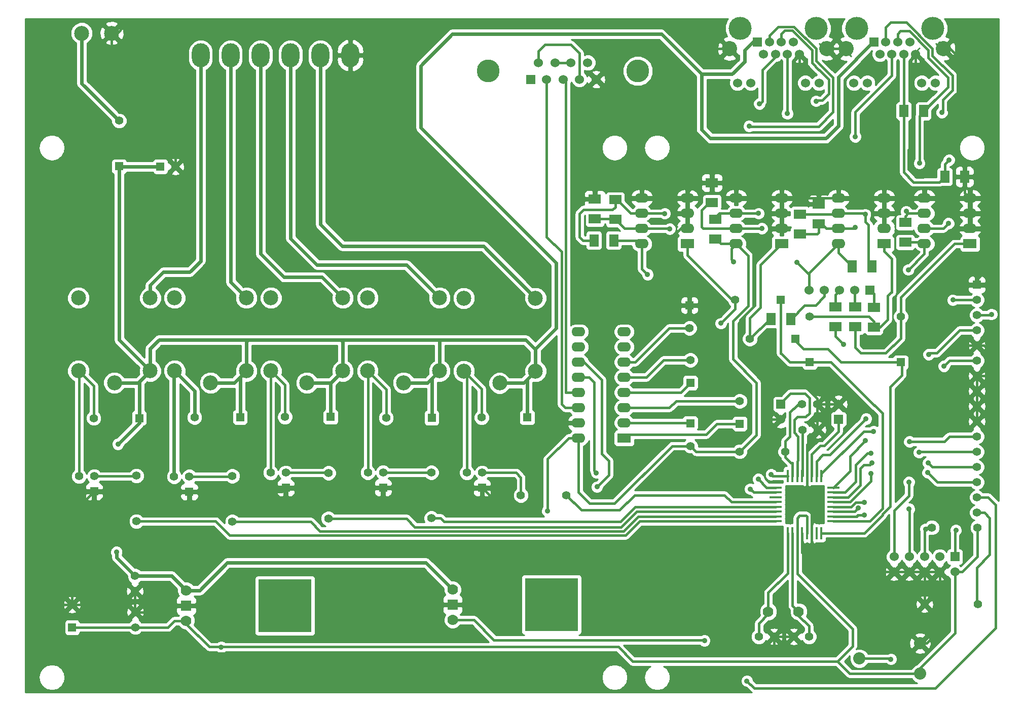
<source format=gbl>
G04 (created by PCBNEW (2013-07-07 BZR 4022)-stable) date 2013-08-19 14:48:14*
%MOIN*%
G04 Gerber Fmt 3.4, Leading zero omitted, Abs format*
%FSLAX34Y34*%
G01*
G70*
G90*
G04 APERTURE LIST*
%ADD10C,0.00393701*%
%ADD11R,0.055X0.055*%
%ADD12C,0.055*%
%ADD13O,0.1181X0.1575*%
%ADD14C,0.15*%
%ADD15R,0.06X0.06*%
%ADD16C,0.06*%
%ADD17R,0.09X0.062*%
%ADD18O,0.09X0.062*%
%ADD19C,0.07*%
%ADD20R,0.35X0.35*%
%ADD21R,0.07X0.07*%
%ADD22C,0.0984*%
%ADD23C,0.1516*%
%ADD24C,0.1*%
%ADD25C,0.08*%
%ADD26R,0.06X0.08*%
%ADD27R,0.08X0.06*%
%ADD28R,0.0177X0.0787*%
%ADD29R,0.0787X0.0177*%
%ADD30C,0.035*%
%ADD31C,0.0236*%
%ADD32C,0.0157*%
%ADD33C,0.01*%
G04 APERTURE END LIST*
G54D10*
G54D11*
X90177Y-35181D03*
G54D12*
X90177Y-36181D03*
X90177Y-37181D03*
X90177Y-38181D03*
X90177Y-39181D03*
X90177Y-40181D03*
X90177Y-41181D03*
X90177Y-42181D03*
X90177Y-43181D03*
X90177Y-44181D03*
X90177Y-45181D03*
X90177Y-46181D03*
X90177Y-47181D03*
X90177Y-48181D03*
X90177Y-49181D03*
X90177Y-50181D03*
G54D13*
X39134Y-20079D03*
X41102Y-20079D03*
X43071Y-20079D03*
X45039Y-20079D03*
X47008Y-20079D03*
X48976Y-20079D03*
G54D14*
X67892Y-21113D03*
X58042Y-21113D03*
G54D15*
X60842Y-21663D03*
G54D16*
X61892Y-21663D03*
X62992Y-21663D03*
X64042Y-21663D03*
X65142Y-21663D03*
X61342Y-20563D03*
X62442Y-20563D03*
X63492Y-20563D03*
X64592Y-20563D03*
G54D17*
X66992Y-45272D03*
G54D18*
X66992Y-44272D03*
X66992Y-43272D03*
X66992Y-42272D03*
X66992Y-41272D03*
X66992Y-40272D03*
X66992Y-39272D03*
X66992Y-38272D03*
X63992Y-38272D03*
X63992Y-39272D03*
X63992Y-40272D03*
X63992Y-41272D03*
X63992Y-42272D03*
X63992Y-43272D03*
X63992Y-44272D03*
X63992Y-45272D03*
G54D17*
X89728Y-32484D03*
G54D18*
X89728Y-31484D03*
X89728Y-30484D03*
X89728Y-29484D03*
X86728Y-29484D03*
X86728Y-30484D03*
X86728Y-31484D03*
X86728Y-32484D03*
G54D17*
X71146Y-32484D03*
G54D18*
X71146Y-31484D03*
X71146Y-30484D03*
X71146Y-29484D03*
X68146Y-29484D03*
X68146Y-30484D03*
X68146Y-31484D03*
X68146Y-32484D03*
G54D17*
X77346Y-32484D03*
G54D18*
X77346Y-31484D03*
X77346Y-30484D03*
X77346Y-29484D03*
X74346Y-29484D03*
X74346Y-30484D03*
X74346Y-31484D03*
X74346Y-32484D03*
G54D17*
X84079Y-32484D03*
G54D18*
X84079Y-31484D03*
X84079Y-30484D03*
X84079Y-29484D03*
X81079Y-29484D03*
X81079Y-30484D03*
X81079Y-31484D03*
X81079Y-32484D03*
G54D19*
X78461Y-56693D03*
X76461Y-56693D03*
G54D20*
X44689Y-56299D03*
G54D19*
X38189Y-55299D03*
G54D21*
X38189Y-56299D03*
G54D19*
X38189Y-57299D03*
G54D20*
X62209Y-56240D03*
G54D19*
X55709Y-55240D03*
G54D21*
X55709Y-56240D03*
G54D19*
X55709Y-57240D03*
G54D15*
X88732Y-53083D03*
G54D16*
X88732Y-54083D03*
X87732Y-53083D03*
X87732Y-54083D03*
X86732Y-53083D03*
X86732Y-54083D03*
X85732Y-53083D03*
X85732Y-54083D03*
X84732Y-53083D03*
X84732Y-54083D03*
G54D22*
X33465Y-41634D03*
X31103Y-40847D03*
X31103Y-36043D03*
X35827Y-36043D03*
X35827Y-40847D03*
X52480Y-41634D03*
X50118Y-40847D03*
X50118Y-36043D03*
X54842Y-36043D03*
X54842Y-40847D03*
X58799Y-41654D03*
X56437Y-40867D03*
X56437Y-36063D03*
X61161Y-36063D03*
X61161Y-40867D03*
X39783Y-41634D03*
X37421Y-40847D03*
X37421Y-36043D03*
X42145Y-36043D03*
X42145Y-40847D03*
X46122Y-41634D03*
X43760Y-40847D03*
X43760Y-36043D03*
X48484Y-36043D03*
X48484Y-40847D03*
G54D23*
X74607Y-18307D03*
X79607Y-18307D03*
G54D16*
X78504Y-20000D03*
X78110Y-19213D03*
X77717Y-20000D03*
X77323Y-19213D03*
X76929Y-20000D03*
X76536Y-19213D03*
X76142Y-20000D03*
G54D24*
X73918Y-19646D03*
X80315Y-19646D03*
G54D16*
X78898Y-21890D03*
X75315Y-21890D03*
X79803Y-21890D03*
X74429Y-21900D03*
G54D15*
X75748Y-19213D03*
G54D23*
X82264Y-18307D03*
X87264Y-18307D03*
G54D16*
X86161Y-20000D03*
X85767Y-19213D03*
X85374Y-20000D03*
X84980Y-19213D03*
X84586Y-20000D03*
X84193Y-19213D03*
X83799Y-20000D03*
G54D24*
X81575Y-19646D03*
X87972Y-19646D03*
G54D16*
X86555Y-21890D03*
X82972Y-21890D03*
X87460Y-21890D03*
X82086Y-21900D03*
G54D15*
X83405Y-19213D03*
G54D12*
X34823Y-55343D03*
X34823Y-54343D03*
X79142Y-58346D03*
X78142Y-58346D03*
X75839Y-58346D03*
X76839Y-58346D03*
X78713Y-44724D03*
X79713Y-44724D03*
X78673Y-43051D03*
X79673Y-43051D03*
X34843Y-56724D03*
X34843Y-57724D03*
G54D11*
X74587Y-44333D03*
G54D12*
X74587Y-42833D03*
G54D11*
X71339Y-41636D03*
G54D12*
X71339Y-40136D03*
G54D11*
X71339Y-44289D03*
G54D12*
X71339Y-45789D03*
G54D11*
X71280Y-36533D03*
G54D12*
X71280Y-38033D03*
G54D11*
X30689Y-57738D03*
G54D12*
X30689Y-56238D03*
G54D11*
X36488Y-27402D03*
G54D12*
X37488Y-27402D03*
G54D11*
X85177Y-40280D03*
G54D12*
X85177Y-37280D03*
G54D11*
X33780Y-27386D03*
G54D12*
X33780Y-24386D03*
G54D11*
X60614Y-43917D03*
G54D12*
X57614Y-43917D03*
G54D11*
X54335Y-43937D03*
G54D12*
X51335Y-43937D03*
G54D11*
X47681Y-43878D03*
G54D12*
X44681Y-43878D03*
G54D11*
X41736Y-43898D03*
G54D12*
X38736Y-43898D03*
G54D11*
X35102Y-43957D03*
G54D12*
X32102Y-43957D03*
G54D11*
X78252Y-38740D03*
G54D12*
X75252Y-38740D03*
G54D11*
X77287Y-36181D03*
G54D12*
X74287Y-36181D03*
G54D11*
X79193Y-40280D03*
G54D12*
X79193Y-37280D03*
G54D22*
X33287Y-18622D03*
X31319Y-18622D03*
G54D12*
X34921Y-50752D03*
X34921Y-47752D03*
X41220Y-50772D03*
X41220Y-47772D03*
X47539Y-50575D03*
X47539Y-47575D03*
X54311Y-50535D03*
X54311Y-47535D03*
X74583Y-46161D03*
X77583Y-46161D03*
X63193Y-49035D03*
X60193Y-49035D03*
X90220Y-51161D03*
X87220Y-51161D03*
X86734Y-56220D03*
X90234Y-56220D03*
G54D25*
X86449Y-60783D03*
X82449Y-59783D03*
X86449Y-58783D03*
G54D26*
X88070Y-28071D03*
X89370Y-28071D03*
G54D27*
X72756Y-29764D03*
X72756Y-28464D03*
X82185Y-36653D03*
X82185Y-37953D03*
G54D26*
X86674Y-23740D03*
X85374Y-23740D03*
G54D27*
X79783Y-31162D03*
X79783Y-29862D03*
G54D26*
X83288Y-33976D03*
X81988Y-33976D03*
G54D27*
X78543Y-31831D03*
X78543Y-30531D03*
X85472Y-31082D03*
X85472Y-32382D03*
X83406Y-36673D03*
X83406Y-37973D03*
X80866Y-36633D03*
X80866Y-37933D03*
X65059Y-30847D03*
X65059Y-29547D03*
G54D26*
X65000Y-32264D03*
X66300Y-32264D03*
G54D27*
X66398Y-30886D03*
X66398Y-29586D03*
G54D26*
X77953Y-37421D03*
X76653Y-37421D03*
G54D27*
X72992Y-30885D03*
X72992Y-32185D03*
G54D11*
X51130Y-48531D03*
G54D12*
X51130Y-47531D03*
X50130Y-47531D03*
G54D11*
X44732Y-48551D03*
G54D12*
X44732Y-47551D03*
X43732Y-47551D03*
G54D11*
X38394Y-48807D03*
G54D12*
X38394Y-47807D03*
X37394Y-47807D03*
G54D11*
X32134Y-48787D03*
G54D12*
X32134Y-47787D03*
X31134Y-47787D03*
G54D11*
X57646Y-48551D03*
G54D12*
X57646Y-47551D03*
X56646Y-47551D03*
G54D28*
X77746Y-51522D03*
X78061Y-51522D03*
X78376Y-51522D03*
X78691Y-51522D03*
X79006Y-51522D03*
X79321Y-51522D03*
X79636Y-51522D03*
X79951Y-51522D03*
X79949Y-47756D03*
X77739Y-47756D03*
X78059Y-47756D03*
X78379Y-47756D03*
X78689Y-47756D03*
X79009Y-47756D03*
X79319Y-47756D03*
X79639Y-47756D03*
G54D29*
X80739Y-50738D03*
X80739Y-50424D03*
X80739Y-50108D03*
X80739Y-49794D03*
X80739Y-49478D03*
X80739Y-49164D03*
X80739Y-48848D03*
X80739Y-48534D03*
X76959Y-50736D03*
X76959Y-50426D03*
X76959Y-50106D03*
X76959Y-49796D03*
X76959Y-49486D03*
X76959Y-49166D03*
X76959Y-48846D03*
X76959Y-48526D03*
G54D15*
X83161Y-35531D03*
G54D16*
X82161Y-35531D03*
X81161Y-35531D03*
X80161Y-35531D03*
X79161Y-35531D03*
G54D15*
X77283Y-43043D03*
G54D16*
X77283Y-44043D03*
G54D15*
X81083Y-44043D03*
G54D16*
X81083Y-43043D03*
G54D30*
X33701Y-45669D03*
X33602Y-52776D03*
X75059Y-61260D03*
X72264Y-58602D03*
X88602Y-36181D03*
X85669Y-34193D03*
X68524Y-34508D03*
X78346Y-33701D03*
X74193Y-33661D03*
X61949Y-50079D03*
X40492Y-59035D03*
X72736Y-20157D03*
X73150Y-23406D03*
X43484Y-60138D03*
X69980Y-31496D03*
X75886Y-23268D03*
X75815Y-30484D03*
X79606Y-23091D03*
X82185Y-25433D03*
X82185Y-31398D03*
X86378Y-46220D03*
X83209Y-46260D03*
X86949Y-47539D03*
X83228Y-47618D03*
X76654Y-47677D03*
X85728Y-49941D03*
X82382Y-49882D03*
X65157Y-47559D03*
X75276Y-48622D03*
X88799Y-51339D03*
X82854Y-45453D03*
X85748Y-45512D03*
X75807Y-47972D03*
X85709Y-48169D03*
X83268Y-46909D03*
X86969Y-46909D03*
X86811Y-51260D03*
X82776Y-49488D03*
X82835Y-30551D03*
X87874Y-23839D03*
X91142Y-37126D03*
X84528Y-59823D03*
X87008Y-39764D03*
X82894Y-43996D03*
X88012Y-40531D03*
X83386Y-44823D03*
X82776Y-50335D03*
X65197Y-48484D03*
X86398Y-27185D03*
X85531Y-30354D03*
X88346Y-26969D03*
X88307Y-31142D03*
X76043Y-31476D03*
X77717Y-23917D03*
X75197Y-24744D03*
X69646Y-30492D03*
X73346Y-37717D03*
X81398Y-39094D03*
G54D31*
X33701Y-45669D02*
X35102Y-44268D01*
X36488Y-27402D02*
X33796Y-27402D01*
X33796Y-27402D02*
X33780Y-27386D01*
X60614Y-43917D02*
X60614Y-41414D01*
X60614Y-41414D02*
X61161Y-40867D01*
X54335Y-43937D02*
X54335Y-41354D01*
X54335Y-41354D02*
X54842Y-40847D01*
X47681Y-43878D02*
X47681Y-41650D01*
X47681Y-41650D02*
X48484Y-40847D01*
X41736Y-43898D02*
X41736Y-41256D01*
X41736Y-41256D02*
X42145Y-40847D01*
X35102Y-43957D02*
X35102Y-41572D01*
X35102Y-41572D02*
X35827Y-40847D01*
X80256Y-25551D02*
X72658Y-25551D01*
X72067Y-24960D02*
X72067Y-21319D01*
X72658Y-25551D02*
X72067Y-24960D01*
X83346Y-19213D02*
X83405Y-19213D01*
X82244Y-20315D02*
X83346Y-19213D01*
X82244Y-20335D02*
X82244Y-20315D01*
X81063Y-21516D02*
X82244Y-20335D01*
X81063Y-24744D02*
X81063Y-21516D01*
X80256Y-25551D02*
X81063Y-24744D01*
X61161Y-40867D02*
X61161Y-39391D01*
X75433Y-19213D02*
X75748Y-19213D01*
X74902Y-19744D02*
X75433Y-19213D01*
X35102Y-44268D02*
X35102Y-43957D01*
X74094Y-21319D02*
X74902Y-20511D01*
X72067Y-21319D02*
X74094Y-21319D01*
X69429Y-18681D02*
X72067Y-21319D01*
X55689Y-18681D02*
X69429Y-18681D01*
X53602Y-20768D02*
X55689Y-18681D01*
X53602Y-24842D02*
X53602Y-20768D01*
X62500Y-33740D02*
X53602Y-24842D01*
X62500Y-38052D02*
X62500Y-33740D01*
X61161Y-39391D02*
X62500Y-38052D01*
X35827Y-40847D02*
X35827Y-39370D01*
X35827Y-39370D02*
X36398Y-38799D01*
X36398Y-38799D02*
X42283Y-38799D01*
X42283Y-38799D02*
X48347Y-38799D01*
X48347Y-38799D02*
X54823Y-38799D01*
X61161Y-39449D02*
X61161Y-40867D01*
X54823Y-38799D02*
X60511Y-38799D01*
X42145Y-38937D02*
X42283Y-38799D01*
X33780Y-27386D02*
X33780Y-38800D01*
X33780Y-38800D02*
X35827Y-40847D01*
X54842Y-38799D02*
X54823Y-38799D01*
X60374Y-41654D02*
X61161Y-40867D01*
X52480Y-41634D02*
X54055Y-41634D01*
X54055Y-41634D02*
X54842Y-40847D01*
X46122Y-41634D02*
X47697Y-41634D01*
X47697Y-41634D02*
X48484Y-40847D01*
X33465Y-41634D02*
X35040Y-41634D01*
X35040Y-41634D02*
X35827Y-40847D01*
X39783Y-41634D02*
X41358Y-41634D01*
X41358Y-41634D02*
X42145Y-40847D01*
X60511Y-38799D02*
X61161Y-39449D01*
X42145Y-40847D02*
X42145Y-38937D01*
X54842Y-40847D02*
X54842Y-38799D01*
X48484Y-38936D02*
X48347Y-38799D01*
X48484Y-40847D02*
X48484Y-38936D01*
X58799Y-41654D02*
X60374Y-41654D01*
X53953Y-53484D02*
X55709Y-55240D01*
X40886Y-53484D02*
X53953Y-53484D01*
X39071Y-55299D02*
X40886Y-53484D01*
X38189Y-55299D02*
X39071Y-55299D01*
X33602Y-53122D02*
X34823Y-54343D01*
X33602Y-52776D02*
X33602Y-53122D01*
X37233Y-54343D02*
X38189Y-55299D01*
X74902Y-20511D02*
X74902Y-19744D01*
X34823Y-54343D02*
X37233Y-54343D01*
G54D32*
X91398Y-54094D02*
X91398Y-49665D01*
X90914Y-49181D02*
X90177Y-49181D01*
X91398Y-49665D02*
X90914Y-49181D01*
X55709Y-57240D02*
X57103Y-57240D01*
X91398Y-57775D02*
X91398Y-54094D01*
X91398Y-54094D02*
X91398Y-53937D01*
X87441Y-61732D02*
X91398Y-57775D01*
X75531Y-61732D02*
X87441Y-61732D01*
X75059Y-61260D02*
X75531Y-61732D01*
X72225Y-58563D02*
X72264Y-58602D01*
X58426Y-58563D02*
X72225Y-58563D01*
X57103Y-57240D02*
X58426Y-58563D01*
X75680Y-41624D02*
X75680Y-45064D01*
X75680Y-45064D02*
X74583Y-46161D01*
X71339Y-45789D02*
X71711Y-46161D01*
X71711Y-46161D02*
X74583Y-46161D01*
X86449Y-60783D02*
X81826Y-60783D01*
X81826Y-60783D02*
X81004Y-59961D01*
X74134Y-38169D02*
X74134Y-37578D01*
X75138Y-33276D02*
X74346Y-32484D01*
X74134Y-40078D02*
X74134Y-38169D01*
X75680Y-41624D02*
X74134Y-40078D01*
X74134Y-37578D02*
X75138Y-36574D01*
X75138Y-36574D02*
X75138Y-33276D01*
X90177Y-36181D02*
X88602Y-36181D01*
X86728Y-32484D02*
X86728Y-33134D01*
X86728Y-33134D02*
X85669Y-34193D01*
X68146Y-32484D02*
X68146Y-34130D01*
X68146Y-34130D02*
X68524Y-34508D01*
X79161Y-35531D02*
X79161Y-34516D01*
X79161Y-34516D02*
X78346Y-33701D01*
X74035Y-32795D02*
X74346Y-32484D01*
X74193Y-33661D02*
X74035Y-33503D01*
X74035Y-33503D02*
X74035Y-32795D01*
X79161Y-35531D02*
X79161Y-34402D01*
X79161Y-34402D02*
X81079Y-32484D01*
X90220Y-51161D02*
X90220Y-53068D01*
X89205Y-54083D02*
X88732Y-54083D01*
X90220Y-53068D02*
X89205Y-54083D01*
X61949Y-46653D02*
X61949Y-50079D01*
X63330Y-45272D02*
X61949Y-46653D01*
X63992Y-45272D02*
X63992Y-48834D01*
X70136Y-45789D02*
X71339Y-45789D01*
X66358Y-49567D02*
X70136Y-45789D01*
X64725Y-49567D02*
X66358Y-49567D01*
X63992Y-48834D02*
X64725Y-49567D01*
X88732Y-54083D02*
X88732Y-58118D01*
X86449Y-60401D02*
X86449Y-60783D01*
X88732Y-58118D02*
X86449Y-60401D01*
X78376Y-51522D02*
X78376Y-54203D01*
X82008Y-58957D02*
X81004Y-59961D01*
X82008Y-57835D02*
X82008Y-58957D01*
X78376Y-54203D02*
X82008Y-57835D01*
X40216Y-59016D02*
X66595Y-59016D01*
X67540Y-59961D02*
X66595Y-59016D01*
X81004Y-59961D02*
X67540Y-59961D01*
X78376Y-51522D02*
X78376Y-50522D01*
X79006Y-50443D02*
X79006Y-51522D01*
X78937Y-50374D02*
X79006Y-50443D01*
X78524Y-50374D02*
X78937Y-50374D01*
X78376Y-50522D02*
X78524Y-50374D01*
X38189Y-57299D02*
X38189Y-57500D01*
X39705Y-59016D02*
X40216Y-59016D01*
X38189Y-57500D02*
X39705Y-59016D01*
X34843Y-57724D02*
X30703Y-57724D01*
X30703Y-57724D02*
X30689Y-57738D01*
X38189Y-57299D02*
X37406Y-57299D01*
X36981Y-57724D02*
X34843Y-57724D01*
X37406Y-57299D02*
X36981Y-57724D01*
X85472Y-32382D02*
X86626Y-32382D01*
X86626Y-32382D02*
X86728Y-32484D01*
X66300Y-32264D02*
X67926Y-32264D01*
X72992Y-32185D02*
X73032Y-32185D01*
X73331Y-32484D02*
X74346Y-32484D01*
X73032Y-32185D02*
X73331Y-32484D01*
X67926Y-32264D02*
X68146Y-32484D01*
X81079Y-33067D02*
X81988Y-33976D01*
X81079Y-32484D02*
X81079Y-33067D01*
X40473Y-59016D02*
X40216Y-59016D01*
X63992Y-45272D02*
X63330Y-45272D01*
X40492Y-59035D02*
X40473Y-59016D01*
X86704Y-28041D02*
X86704Y-27725D01*
X89370Y-27008D02*
X89370Y-28071D01*
X88720Y-26358D02*
X89370Y-27008D01*
X87914Y-26358D02*
X88720Y-26358D01*
X87559Y-26713D02*
X87914Y-26358D01*
X87559Y-26870D02*
X87559Y-26713D01*
X86704Y-27725D02*
X87559Y-26870D01*
X86728Y-29484D02*
X89728Y-29484D01*
X86734Y-56220D02*
X86734Y-54085D01*
X86734Y-54085D02*
X86732Y-54083D01*
X86161Y-20000D02*
X86161Y-21182D01*
X86654Y-28091D02*
X86704Y-28041D01*
X86221Y-28091D02*
X86654Y-28091D01*
X85689Y-27559D02*
X86221Y-28091D01*
X85689Y-26319D02*
X85689Y-27559D01*
X86024Y-25984D02*
X85689Y-26319D01*
X86024Y-22795D02*
X86024Y-25984D01*
X85846Y-22617D02*
X86024Y-22795D01*
X85846Y-21497D02*
X85846Y-22617D01*
X86161Y-21182D02*
X85846Y-21497D01*
X78504Y-20000D02*
X78504Y-21004D01*
X72461Y-19882D02*
X72461Y-19568D01*
X72736Y-20157D02*
X72461Y-19882D01*
X74902Y-23406D02*
X73150Y-23406D01*
X75866Y-24370D02*
X74902Y-23406D01*
X78582Y-24370D02*
X75866Y-24370D01*
X78898Y-24054D02*
X78582Y-24370D01*
X78898Y-23820D02*
X78898Y-24054D01*
X78228Y-23150D02*
X78898Y-23820D01*
X78228Y-21280D02*
X78228Y-23150D01*
X78504Y-21004D02*
X78228Y-21280D01*
X77283Y-44043D02*
X76327Y-44043D01*
X76181Y-41752D02*
X76181Y-41181D01*
X76063Y-41870D02*
X76181Y-41752D01*
X76063Y-43779D02*
X76063Y-41870D01*
X76327Y-44043D02*
X76063Y-43779D01*
X76839Y-58346D02*
X76839Y-59027D01*
X57284Y-56240D02*
X55709Y-56240D01*
X58170Y-55354D02*
X57284Y-56240D01*
X58228Y-55354D02*
X58170Y-55354D01*
X59960Y-53622D02*
X58228Y-55354D01*
X68583Y-53622D02*
X59960Y-53622D01*
X74449Y-59488D02*
X68583Y-53622D01*
X76378Y-59488D02*
X74449Y-59488D01*
X76839Y-59027D02*
X76378Y-59488D01*
X74606Y-38602D02*
X74606Y-37520D01*
X75965Y-32343D02*
X75965Y-32342D01*
X75472Y-32836D02*
X75965Y-32343D01*
X75472Y-36654D02*
X75472Y-32836D01*
X74606Y-37520D02*
X75472Y-36654D01*
X79673Y-43051D02*
X79673Y-42684D01*
X76823Y-31484D02*
X77346Y-31484D01*
X75965Y-32342D02*
X76823Y-31484D01*
X74606Y-39606D02*
X74606Y-38602D01*
X76240Y-41240D02*
X76181Y-41181D01*
X76181Y-41181D02*
X74606Y-39606D01*
X78229Y-41240D02*
X76240Y-41240D01*
X79673Y-42684D02*
X78229Y-41240D01*
X81083Y-43043D02*
X79681Y-43043D01*
X79681Y-43043D02*
X79673Y-43051D01*
X90177Y-35181D02*
X90177Y-34842D01*
X90795Y-31484D02*
X89728Y-31484D01*
X91142Y-31831D02*
X90795Y-31484D01*
X91142Y-33877D02*
X91142Y-31831D01*
X90177Y-34842D02*
X91142Y-33877D01*
X87972Y-19646D02*
X88406Y-19646D01*
X88406Y-19646D02*
X91083Y-22323D01*
X91083Y-22323D02*
X91083Y-28995D01*
X91083Y-28995D02*
X90594Y-29484D01*
X90594Y-29484D02*
X89728Y-29484D01*
X84732Y-54083D02*
X80106Y-54083D01*
X80106Y-54083D02*
X78917Y-52894D01*
X90177Y-39181D02*
X88536Y-39181D01*
X88441Y-35181D02*
X90177Y-35181D01*
X86437Y-37185D02*
X88441Y-35181D01*
X86437Y-40177D02*
X86437Y-37185D01*
X86851Y-40591D02*
X86437Y-40177D01*
X87126Y-40591D02*
X86851Y-40591D01*
X88536Y-39181D02*
X87126Y-40591D01*
X79713Y-44724D02*
X79713Y-44991D01*
X79009Y-45695D02*
X79009Y-47756D01*
X79713Y-44991D02*
X79009Y-45695D01*
X90177Y-43181D02*
X90177Y-44181D01*
X90177Y-42181D02*
X90177Y-43181D01*
X90177Y-41181D02*
X90177Y-42181D01*
X90177Y-39181D02*
X90657Y-39181D01*
X90748Y-41181D02*
X90177Y-41181D01*
X91161Y-40768D02*
X90748Y-41181D01*
X91161Y-39685D02*
X91161Y-40768D01*
X90657Y-39181D02*
X91161Y-39685D01*
X85732Y-54083D02*
X86732Y-54083D01*
X86732Y-54083D02*
X87732Y-54083D01*
X71146Y-31484D02*
X70720Y-31484D01*
X69488Y-36456D02*
X69565Y-36533D01*
X69488Y-32716D02*
X69488Y-36456D01*
X70720Y-31484D02*
X69488Y-32716D01*
X71280Y-36533D02*
X69565Y-36533D01*
X65142Y-21663D02*
X65305Y-21663D01*
X67933Y-28701D02*
X67933Y-28721D01*
X67795Y-28563D02*
X67933Y-28701D01*
X67795Y-24153D02*
X67795Y-28563D01*
X65305Y-21663D02*
X67795Y-24153D01*
X78142Y-58346D02*
X76839Y-58346D01*
X79321Y-51522D02*
X79321Y-49499D01*
X79321Y-49499D02*
X79009Y-49187D01*
X79009Y-49187D02*
X79009Y-47756D01*
X78691Y-51522D02*
X78691Y-52805D01*
X78691Y-52805D02*
X78780Y-52894D01*
X78780Y-52894D02*
X78917Y-52894D01*
X79321Y-52785D02*
X79321Y-51522D01*
X78917Y-52894D02*
X79212Y-52894D01*
X79212Y-52894D02*
X79321Y-52785D01*
X63992Y-44272D02*
X62933Y-44272D01*
X59134Y-50039D02*
X57646Y-48551D01*
X60591Y-50039D02*
X59134Y-50039D01*
X61240Y-49390D02*
X60591Y-50039D01*
X61240Y-45965D02*
X61240Y-49390D01*
X62933Y-44272D02*
X61240Y-45965D01*
X84732Y-54083D02*
X85732Y-54083D01*
X34823Y-56704D02*
X34843Y-56724D01*
X38189Y-56299D02*
X39764Y-56299D01*
X39764Y-56299D02*
X42028Y-54035D01*
X42028Y-54035D02*
X51594Y-54035D01*
X51594Y-54035D02*
X53799Y-56240D01*
X53799Y-56240D02*
X55709Y-56240D01*
X32134Y-48787D02*
X29437Y-48787D01*
X36812Y-25768D02*
X37488Y-26444D01*
X32834Y-25768D02*
X36812Y-25768D01*
X28051Y-30551D02*
X32834Y-25768D01*
X28051Y-47401D02*
X28051Y-30551D01*
X29437Y-48787D02*
X28051Y-47401D01*
X30689Y-56238D02*
X30689Y-50232D01*
X30689Y-50232D02*
X32134Y-48787D01*
X37488Y-27402D02*
X37488Y-26444D01*
X87732Y-54083D02*
X87732Y-57917D01*
X37488Y-24772D02*
X33287Y-20571D01*
X33287Y-20571D02*
X33287Y-18622D01*
X34843Y-56724D02*
X36308Y-56724D01*
X36733Y-56299D02*
X38189Y-56299D01*
X36308Y-56724D02*
X36733Y-56299D01*
X30689Y-56238D02*
X34357Y-56238D01*
X34357Y-56238D02*
X34843Y-56724D01*
X48976Y-20079D02*
X52578Y-20079D01*
X72539Y-19646D02*
X73918Y-19646D01*
X70865Y-17972D02*
X72461Y-19568D01*
X72461Y-19568D02*
X72539Y-19646D01*
X54685Y-17972D02*
X70865Y-17972D01*
X52578Y-20079D02*
X54685Y-17972D01*
X89370Y-28071D02*
X89370Y-29126D01*
X89370Y-29126D02*
X89728Y-29484D01*
X72756Y-28464D02*
X73976Y-28464D01*
X74346Y-28834D02*
X74346Y-29484D01*
X73976Y-28464D02*
X74346Y-28834D01*
X71146Y-29484D02*
X71146Y-29110D01*
X71792Y-28464D02*
X72756Y-28464D01*
X71146Y-29110D02*
X71792Y-28464D01*
X79055Y-29484D02*
X79405Y-29484D01*
X79405Y-29484D02*
X79783Y-29862D01*
X65492Y-28425D02*
X65492Y-28465D01*
X65059Y-28898D02*
X65059Y-29547D01*
X65492Y-28465D02*
X65059Y-28898D01*
X68146Y-28934D02*
X68146Y-29484D01*
X67637Y-28425D02*
X67933Y-28721D01*
X67933Y-28721D02*
X68146Y-28934D01*
X65492Y-28425D02*
X67637Y-28425D01*
X80315Y-19646D02*
X81575Y-19646D01*
X68146Y-29484D02*
X71146Y-29484D01*
X89728Y-30484D02*
X89728Y-31484D01*
X89728Y-29484D02*
X89728Y-30484D01*
X84079Y-29484D02*
X86728Y-29484D01*
X84079Y-31484D02*
X84079Y-30484D01*
X84079Y-29484D02*
X84079Y-30484D01*
X81079Y-29484D02*
X84079Y-29484D01*
X77346Y-29484D02*
X79055Y-29484D01*
X79055Y-29484D02*
X81079Y-29484D01*
X77346Y-30484D02*
X77346Y-31484D01*
X77346Y-29484D02*
X77346Y-30484D01*
X74346Y-29484D02*
X77346Y-29484D01*
X71146Y-29484D02*
X71146Y-31484D01*
X71146Y-29484D02*
X71146Y-30484D01*
X57646Y-48551D02*
X51150Y-48551D01*
X51150Y-48551D02*
X51130Y-48531D01*
X51130Y-48531D02*
X44752Y-48531D01*
X44752Y-48531D02*
X44732Y-48551D01*
X38394Y-48807D02*
X44476Y-48807D01*
X44476Y-48807D02*
X44732Y-48551D01*
X32134Y-48787D02*
X38374Y-48787D01*
X38374Y-48787D02*
X38394Y-48807D01*
X48976Y-20079D02*
X48976Y-18562D01*
X33641Y-18622D02*
X33287Y-18622D01*
X34094Y-18169D02*
X33641Y-18622D01*
X48583Y-18169D02*
X34094Y-18169D01*
X48976Y-18562D02*
X48583Y-18169D01*
X86866Y-58783D02*
X87732Y-57917D01*
X86449Y-58783D02*
X86866Y-58783D01*
X79673Y-44684D02*
X79713Y-44724D01*
X79673Y-43051D02*
X79673Y-44684D01*
X43484Y-60138D02*
X42775Y-59429D01*
X42775Y-59429D02*
X30039Y-59429D01*
X30039Y-59429D02*
X28839Y-58229D01*
X28839Y-58229D02*
X28839Y-57322D01*
X28839Y-57322D02*
X29923Y-56238D01*
X29923Y-56238D02*
X30689Y-56238D01*
X34823Y-55343D02*
X34823Y-56704D01*
X37488Y-26444D02*
X37488Y-24772D01*
X52681Y-50575D02*
X53228Y-51122D01*
X47539Y-50575D02*
X52681Y-50575D01*
X67807Y-50106D02*
X76959Y-50106D01*
X66791Y-51122D02*
X67807Y-50106D01*
X53228Y-51122D02*
X66791Y-51122D01*
X44732Y-47551D02*
X47515Y-47551D01*
X47515Y-47551D02*
X47539Y-47575D01*
X67901Y-50426D02*
X76959Y-50426D01*
X66929Y-51398D02*
X67901Y-50426D01*
X46989Y-51398D02*
X66929Y-51398D01*
X46363Y-50772D02*
X46989Y-51398D01*
X41220Y-50772D02*
X46363Y-50772D01*
X38394Y-47807D02*
X41185Y-47807D01*
X41185Y-47807D02*
X41220Y-47772D01*
G54D31*
X37394Y-47807D02*
X37394Y-40874D01*
X37394Y-40874D02*
X37421Y-40847D01*
X38736Y-43898D02*
X38736Y-42162D01*
X38736Y-42162D02*
X37421Y-40847D01*
X36692Y-34331D02*
X35827Y-35196D01*
X38424Y-34331D02*
X36692Y-34331D01*
X35827Y-35196D02*
X35827Y-36043D01*
X39134Y-20079D02*
X39134Y-33621D01*
X39134Y-33621D02*
X38424Y-34331D01*
G54D32*
X31134Y-47787D02*
X31134Y-40878D01*
X31134Y-40878D02*
X31103Y-40847D01*
X32102Y-43957D02*
X32102Y-41846D01*
X32102Y-41846D02*
X31103Y-40847D01*
X34886Y-47787D02*
X34921Y-47752D01*
X32134Y-47787D02*
X34886Y-47787D01*
X44681Y-41768D02*
X43760Y-40847D01*
X43732Y-47551D02*
X43732Y-40875D01*
X44681Y-43878D02*
X44681Y-41768D01*
X43732Y-40875D02*
X43760Y-40847D01*
G54D31*
X47008Y-20079D02*
X47008Y-31201D01*
X48445Y-32638D02*
X57736Y-32638D01*
X57736Y-32638D02*
X61161Y-36063D01*
X47008Y-31201D02*
X48445Y-32638D01*
G54D32*
X80138Y-45787D02*
X79863Y-45787D01*
X81083Y-44842D02*
X80138Y-45787D01*
X81083Y-44043D02*
X81083Y-44842D01*
X79319Y-46331D02*
X79319Y-47756D01*
X79863Y-45787D02*
X79319Y-46331D01*
G54D31*
X45039Y-20079D02*
X45039Y-32126D01*
X45039Y-32126D02*
X46791Y-33878D01*
X52677Y-33878D02*
X54842Y-36043D01*
X46791Y-33878D02*
X52677Y-33878D01*
G54D32*
X50130Y-40859D02*
X50118Y-40847D01*
X51335Y-43937D02*
X51335Y-42064D01*
X51335Y-42064D02*
X50118Y-40847D01*
X50130Y-47531D02*
X50130Y-40859D01*
X67704Y-49796D02*
X76959Y-49796D01*
X54311Y-50535D02*
X54906Y-50535D01*
X55139Y-50768D02*
X66732Y-50768D01*
X66732Y-50768D02*
X67704Y-49796D01*
X54906Y-50535D02*
X55139Y-50768D01*
X51130Y-47531D02*
X54307Y-47531D01*
X54307Y-47531D02*
X54311Y-47535D01*
X63193Y-49039D02*
X64174Y-50020D01*
X64174Y-50020D02*
X66693Y-50020D01*
X67678Y-49035D02*
X73582Y-49035D01*
X73582Y-49035D02*
X74033Y-49486D01*
X63193Y-49035D02*
X63193Y-49039D01*
X74033Y-49486D02*
X76959Y-49486D01*
X66693Y-50020D02*
X67678Y-49035D01*
X60193Y-47878D02*
X59866Y-47551D01*
X60193Y-49035D02*
X60193Y-47878D01*
X57646Y-47551D02*
X59866Y-47551D01*
X56646Y-47551D02*
X56646Y-41076D01*
X57614Y-42044D02*
X56437Y-40867D01*
X57614Y-43917D02*
X57614Y-42044D01*
X56646Y-41076D02*
X56437Y-40867D01*
X69980Y-31496D02*
X69968Y-31484D01*
X69968Y-31484D02*
X68146Y-31484D01*
X66418Y-30886D02*
X67016Y-31484D01*
X66398Y-30886D02*
X66418Y-30886D01*
X65059Y-30847D02*
X66359Y-30847D01*
X76929Y-20157D02*
X76063Y-21023D01*
X76063Y-21023D02*
X76063Y-23091D01*
X76063Y-23091D02*
X75886Y-23268D01*
X76929Y-20000D02*
X76929Y-20157D01*
X66359Y-30847D02*
X66398Y-30886D01*
X67016Y-31484D02*
X68146Y-31484D01*
X80000Y-23051D02*
X80447Y-22604D01*
X80447Y-21681D02*
X80447Y-22604D01*
X79799Y-21033D02*
X80447Y-21681D01*
X79793Y-21033D02*
X79799Y-21033D01*
X75815Y-30484D02*
X74346Y-30484D01*
X77323Y-19213D02*
X77323Y-18661D01*
X79331Y-20571D02*
X79793Y-21033D01*
X79331Y-19738D02*
X79331Y-20571D01*
X78042Y-18449D02*
X79331Y-19738D01*
X77535Y-18449D02*
X78042Y-18449D01*
X77323Y-18661D02*
X77535Y-18449D01*
X79606Y-23091D02*
X79646Y-23051D01*
X79646Y-23051D02*
X80000Y-23051D01*
X72992Y-30748D02*
X73256Y-30484D01*
X73256Y-30484D02*
X74346Y-30484D01*
X72992Y-30885D02*
X72992Y-30748D01*
G54D31*
X41102Y-35000D02*
X42145Y-36043D01*
X41102Y-20079D02*
X41102Y-35000D01*
X43071Y-33150D02*
X44606Y-34685D01*
X43071Y-20079D02*
X43071Y-33150D01*
X44606Y-34685D02*
X47126Y-34685D01*
X47126Y-34685D02*
X48484Y-36043D01*
G54D32*
X84586Y-20000D02*
X84586Y-21418D01*
X79941Y-31162D02*
X80263Y-31484D01*
X80263Y-31484D02*
X81079Y-31484D01*
X84586Y-21418D02*
X82185Y-23819D01*
X79684Y-31831D02*
X79783Y-31732D01*
X79783Y-31732D02*
X79783Y-31162D01*
X78543Y-31831D02*
X79684Y-31831D01*
X82185Y-23819D02*
X82185Y-25433D01*
X79783Y-31162D02*
X79941Y-31162D01*
X82185Y-31398D02*
X82099Y-31484D01*
X82099Y-31484D02*
X81079Y-31484D01*
X80739Y-48848D02*
X81507Y-48848D01*
X86417Y-46181D02*
X90177Y-46181D01*
X86378Y-46220D02*
X86417Y-46181D01*
X82972Y-46260D02*
X83209Y-46260D01*
X82205Y-47027D02*
X82972Y-46260D01*
X82205Y-48150D02*
X82205Y-47027D01*
X81507Y-48848D02*
X82205Y-48150D01*
X80739Y-49478D02*
X81841Y-49478D01*
X87591Y-48181D02*
X90177Y-48181D01*
X86949Y-47539D02*
X87591Y-48181D01*
X83228Y-48091D02*
X83228Y-47618D01*
X81841Y-49478D02*
X83228Y-48091D01*
X85732Y-49945D02*
X85732Y-53083D01*
X85728Y-49941D02*
X85732Y-49945D01*
X76654Y-47677D02*
X76733Y-47756D01*
X76733Y-47756D02*
X77739Y-47756D01*
X40122Y-50752D02*
X41043Y-51673D01*
X68004Y-50736D02*
X76959Y-50736D01*
X34921Y-50752D02*
X40122Y-50752D01*
X67067Y-51673D02*
X68004Y-50736D01*
X41043Y-51673D02*
X67067Y-51673D01*
X64677Y-41272D02*
X63992Y-41272D01*
X65000Y-41595D02*
X64677Y-41272D01*
X65000Y-47402D02*
X65000Y-41595D01*
X65157Y-47559D02*
X65000Y-47402D01*
X82156Y-50108D02*
X82382Y-49882D01*
X80739Y-50108D02*
X82156Y-50108D01*
X77287Y-36181D02*
X77287Y-39689D01*
X77287Y-39689D02*
X77283Y-39685D01*
X77878Y-40280D02*
X79193Y-40280D01*
X80575Y-40280D02*
X83445Y-43150D01*
X79193Y-40280D02*
X80575Y-40280D01*
X83139Y-50738D02*
X80739Y-50738D01*
X83139Y-50738D02*
X83966Y-49911D01*
X77283Y-39685D02*
X77878Y-40280D01*
X83966Y-43631D02*
X83445Y-43110D01*
X83966Y-49911D02*
X83966Y-43631D01*
X83445Y-43110D02*
X83445Y-43150D01*
X75500Y-48846D02*
X75276Y-48622D01*
X88799Y-51339D02*
X88732Y-51406D01*
X88732Y-51406D02*
X88732Y-53083D01*
X76959Y-48846D02*
X75500Y-48846D01*
X90177Y-45181D02*
X88362Y-45181D01*
X81831Y-47442D02*
X80739Y-48534D01*
X81831Y-46476D02*
X81831Y-47442D01*
X82854Y-45453D02*
X81831Y-46476D01*
X88031Y-45512D02*
X85748Y-45512D01*
X88362Y-45181D02*
X88031Y-45512D01*
X85709Y-49055D02*
X85709Y-48169D01*
X84732Y-53083D02*
X84732Y-50032D01*
X76361Y-48526D02*
X76959Y-48526D01*
X75807Y-47972D02*
X76361Y-48526D01*
X84732Y-50032D02*
X85709Y-49055D01*
X90177Y-47181D02*
X87241Y-47181D01*
X81722Y-49164D02*
X80739Y-49164D01*
X82520Y-48366D02*
X81722Y-49164D01*
X82520Y-47263D02*
X82520Y-48366D01*
X82755Y-47028D02*
X82520Y-47263D01*
X83149Y-47028D02*
X82755Y-47028D01*
X83268Y-46909D02*
X83149Y-47028D01*
X87241Y-47181D02*
X86969Y-46909D01*
X78425Y-45709D02*
X78425Y-46752D01*
X78379Y-46798D02*
X78379Y-47756D01*
X78425Y-46752D02*
X78379Y-46798D01*
X78740Y-43878D02*
X78386Y-43878D01*
X78425Y-45157D02*
X78425Y-45709D01*
X78425Y-45709D02*
X78425Y-45768D01*
X78184Y-44916D02*
X78425Y-45157D01*
X78184Y-44080D02*
X78184Y-44916D01*
X78386Y-43878D02*
X78184Y-44080D01*
X77283Y-43043D02*
X77283Y-42973D01*
X78917Y-43878D02*
X78740Y-43878D01*
X78740Y-43878D02*
X78661Y-43878D01*
X79173Y-43622D02*
X78917Y-43878D01*
X79173Y-42638D02*
X79173Y-43622D01*
X78878Y-42343D02*
X79173Y-42638D01*
X77913Y-42343D02*
X78878Y-42343D01*
X77283Y-42973D02*
X77913Y-42343D01*
X87220Y-51161D02*
X86910Y-51161D01*
X86910Y-51161D02*
X86811Y-51260D01*
X82205Y-49488D02*
X82776Y-49488D01*
X86811Y-51260D02*
X86732Y-51339D01*
X86732Y-51339D02*
X86732Y-53083D01*
X81899Y-49794D02*
X82205Y-49488D01*
X80739Y-49794D02*
X81899Y-49794D01*
X76461Y-56846D02*
X75839Y-57468D01*
X75839Y-57468D02*
X75839Y-58346D01*
X76461Y-56693D02*
X76461Y-56846D01*
X76461Y-55448D02*
X76461Y-56693D01*
X77746Y-51522D02*
X77746Y-54163D01*
X77746Y-54163D02*
X76461Y-55448D01*
X78713Y-47732D02*
X78689Y-47756D01*
X78713Y-44724D02*
X78713Y-47732D01*
X78252Y-38740D02*
X78252Y-38882D01*
X81244Y-40280D02*
X85177Y-40280D01*
X80373Y-39409D02*
X81244Y-40280D01*
X78779Y-39409D02*
X80373Y-39409D01*
X78252Y-38882D02*
X78779Y-39409D01*
X85256Y-40359D02*
X85177Y-40280D01*
X85256Y-41122D02*
X85256Y-40359D01*
X83987Y-50324D02*
X82789Y-51522D01*
X79951Y-51522D02*
X82789Y-51522D01*
X83987Y-50265D02*
X84488Y-49764D01*
X84488Y-49764D02*
X84488Y-41890D01*
X84488Y-41890D02*
X85256Y-41122D01*
X83987Y-50324D02*
X83987Y-50265D01*
X78461Y-56693D02*
X78461Y-56965D01*
X79142Y-57646D02*
X79142Y-58346D01*
X78461Y-56965D02*
X79142Y-57646D01*
X78061Y-51522D02*
X78061Y-56293D01*
X78061Y-56293D02*
X78461Y-56693D01*
X69939Y-38033D02*
X71280Y-38033D01*
X67700Y-40272D02*
X69939Y-38033D01*
X66992Y-40272D02*
X67700Y-40272D01*
X66992Y-44272D02*
X71322Y-44272D01*
X71322Y-44272D02*
X71339Y-44289D01*
X66992Y-42272D02*
X70703Y-42272D01*
X70703Y-42272D02*
X71339Y-41636D01*
X69589Y-40136D02*
X71339Y-40136D01*
X68453Y-41272D02*
X69589Y-40136D01*
X66992Y-41272D02*
X68453Y-41272D01*
X74587Y-44333D02*
X73089Y-44333D01*
X67225Y-45039D02*
X66992Y-45272D01*
X73089Y-44333D02*
X72383Y-45039D01*
X72383Y-45039D02*
X67225Y-45039D01*
X66992Y-43272D02*
X69956Y-43272D01*
X69956Y-43272D02*
X70395Y-42833D01*
X70395Y-42833D02*
X74587Y-42833D01*
X88563Y-22382D02*
X87933Y-23012D01*
X82768Y-30484D02*
X81079Y-30484D01*
X82835Y-30551D02*
X82768Y-30484D01*
X87244Y-19626D02*
X87244Y-20098D01*
X88563Y-21417D02*
X88563Y-22382D01*
X84508Y-17913D02*
X85531Y-17913D01*
X84193Y-18228D02*
X84508Y-17913D01*
X83051Y-31240D02*
X83051Y-33739D01*
X83051Y-33739D02*
X83288Y-33976D01*
X82835Y-30551D02*
X82835Y-31024D01*
X81032Y-30531D02*
X81079Y-30484D01*
X78543Y-30531D02*
X81032Y-30531D01*
X87244Y-20098D02*
X88563Y-21417D01*
X87933Y-23780D02*
X87874Y-23839D01*
X87933Y-23012D02*
X87933Y-23780D01*
X85531Y-17913D02*
X87244Y-19626D01*
X84193Y-19213D02*
X84193Y-18228D01*
X82835Y-31024D02*
X83051Y-31240D01*
X82559Y-39685D02*
X84193Y-39685D01*
X82185Y-39311D02*
X82559Y-39685D01*
X88697Y-32484D02*
X85177Y-36004D01*
X89728Y-32484D02*
X88697Y-32484D01*
X85177Y-36004D02*
X85177Y-37280D01*
X82185Y-37953D02*
X82185Y-39311D01*
X85177Y-38701D02*
X85177Y-37280D01*
X84193Y-39685D02*
X85177Y-38701D01*
G54D31*
X31319Y-21925D02*
X33780Y-24386D01*
X31319Y-18622D02*
X31319Y-21925D01*
G54D32*
X91024Y-52953D02*
X90177Y-53800D01*
X90177Y-56163D02*
X90234Y-56220D01*
X90177Y-53800D02*
X90177Y-56163D01*
X90177Y-50181D02*
X90673Y-50181D01*
X91024Y-50532D02*
X91024Y-52953D01*
X90673Y-50181D02*
X91024Y-50532D01*
X82449Y-59783D02*
X84488Y-59783D01*
X91087Y-37181D02*
X90177Y-37181D01*
X91142Y-37126D02*
X91087Y-37181D01*
X84488Y-59783D02*
X84528Y-59823D01*
X87559Y-39665D02*
X88307Y-38917D01*
X87107Y-39665D02*
X87559Y-39665D01*
X87008Y-39764D02*
X87107Y-39665D01*
X90177Y-38181D02*
X89043Y-38181D01*
X89043Y-38181D02*
X88307Y-38917D01*
X79639Y-46798D02*
X79639Y-47756D01*
X80059Y-46378D02*
X79639Y-46798D01*
X80512Y-46378D02*
X80059Y-46378D01*
X82894Y-43996D02*
X80512Y-46378D01*
X79949Y-47756D02*
X79949Y-47610D01*
X88362Y-40181D02*
X90177Y-40181D01*
X88012Y-40531D02*
X88362Y-40181D01*
X82736Y-44823D02*
X83386Y-44823D01*
X79949Y-47610D02*
X82736Y-44823D01*
X63150Y-21821D02*
X62992Y-21663D01*
X63150Y-42266D02*
X63150Y-21821D01*
X63777Y-42283D02*
X63167Y-42283D01*
X63167Y-42283D02*
X63150Y-42266D01*
X63788Y-42272D02*
X63777Y-42283D01*
X63992Y-42272D02*
X63788Y-42272D01*
X61791Y-19370D02*
X61342Y-19819D01*
X64042Y-19947D02*
X63465Y-19370D01*
X64042Y-21663D02*
X64042Y-19947D01*
X61342Y-19819D02*
X61342Y-20563D01*
X63465Y-19370D02*
X61791Y-19370D01*
X62442Y-20563D02*
X63492Y-20563D01*
X64347Y-40272D02*
X65512Y-41437D01*
X65512Y-41437D02*
X65512Y-46300D01*
X82776Y-50335D02*
X82361Y-50335D01*
X82272Y-50424D02*
X80739Y-50424D01*
X82361Y-50335D02*
X82272Y-50424D01*
X65974Y-46762D02*
X65974Y-47707D01*
X65974Y-47707D02*
X65197Y-48484D01*
X63992Y-40272D02*
X64347Y-40272D01*
X65512Y-46300D02*
X65974Y-46762D01*
X62874Y-33012D02*
X62874Y-43032D01*
X61892Y-21663D02*
X61892Y-32030D01*
X61892Y-32030D02*
X62874Y-33012D01*
X63114Y-43272D02*
X63992Y-43272D01*
X62874Y-43032D02*
X63114Y-43272D01*
X77583Y-46161D02*
X77583Y-46540D01*
X77933Y-46890D02*
X78059Y-46890D01*
X77583Y-46540D02*
X77933Y-46890D01*
X77894Y-45020D02*
X77894Y-45157D01*
X77583Y-45468D02*
X77583Y-46161D01*
X77894Y-45157D02*
X77583Y-45468D01*
X78366Y-43110D02*
X78366Y-43130D01*
X77894Y-43582D02*
X78366Y-43110D01*
X77894Y-45020D02*
X77894Y-43582D01*
X78059Y-46890D02*
X78059Y-47756D01*
X78673Y-43051D02*
X78445Y-43051D01*
X78445Y-43051D02*
X78366Y-43130D01*
X82161Y-36629D02*
X82185Y-36653D01*
X82161Y-35531D02*
X82161Y-36629D01*
X83406Y-36673D02*
X83406Y-35776D01*
X83406Y-35776D02*
X83161Y-35531D01*
X77972Y-37421D02*
X78858Y-36535D01*
X77953Y-37421D02*
X77972Y-37421D01*
X80161Y-35941D02*
X80161Y-35531D01*
X79567Y-36535D02*
X80161Y-35941D01*
X78858Y-36535D02*
X79567Y-36535D01*
X80866Y-36633D02*
X80866Y-35826D01*
X80866Y-35826D02*
X81161Y-35531D01*
X85472Y-31082D02*
X85472Y-30673D01*
X85472Y-30673D02*
X85661Y-30484D01*
X87442Y-23011D02*
X87403Y-23011D01*
X87403Y-23011D02*
X86674Y-23740D01*
X86398Y-24055D02*
X86398Y-27185D01*
X85661Y-30484D02*
X86728Y-30484D01*
X85531Y-30354D02*
X85661Y-30484D01*
X87776Y-21024D02*
X87776Y-21033D01*
X88292Y-22161D02*
X87442Y-23011D01*
X87442Y-23011D02*
X86398Y-24055D01*
X88292Y-21549D02*
X88292Y-22161D01*
X87776Y-21033D02*
X88292Y-21549D01*
X84980Y-19213D02*
X84980Y-18662D01*
X86984Y-20232D02*
X87776Y-21024D01*
X86984Y-19734D02*
X86984Y-20232D01*
X85734Y-18484D02*
X86984Y-19734D01*
X85158Y-18484D02*
X85734Y-18484D01*
X84980Y-18662D02*
X85158Y-18484D01*
X86728Y-31484D02*
X87965Y-31484D01*
X88070Y-27245D02*
X88070Y-28071D01*
X88346Y-26969D02*
X88070Y-27245D01*
X87965Y-31484D02*
X88307Y-31142D01*
X85374Y-23740D02*
X85374Y-27775D01*
X87716Y-28425D02*
X88070Y-28071D01*
X86024Y-28425D02*
X87716Y-28425D01*
X85374Y-27775D02*
X86024Y-28425D01*
X85374Y-22598D02*
X85374Y-23740D01*
X85374Y-20000D02*
X85374Y-22598D01*
X72756Y-29764D02*
X72579Y-29764D01*
X72192Y-31484D02*
X74346Y-31484D01*
X72087Y-31379D02*
X72192Y-31484D01*
X72087Y-30256D02*
X72087Y-31379D01*
X72579Y-29764D02*
X72087Y-30256D01*
X77717Y-20000D02*
X77717Y-23917D01*
X76035Y-31484D02*
X74346Y-31484D01*
X76043Y-31476D02*
X76035Y-31484D01*
X66398Y-29586D02*
X66398Y-30058D01*
X64272Y-32264D02*
X65000Y-32264D01*
X64055Y-32047D02*
X64272Y-32264D01*
X64055Y-30492D02*
X64055Y-32047D01*
X64311Y-30236D02*
X64055Y-30492D01*
X66220Y-30236D02*
X64311Y-30236D01*
X66398Y-30058D02*
X66220Y-30236D01*
X66398Y-29586D02*
X66515Y-29586D01*
X67413Y-30484D02*
X68146Y-30484D01*
X66515Y-29586D02*
X67413Y-30484D01*
X79764Y-24763D02*
X75216Y-24763D01*
X75216Y-24763D02*
X75197Y-24744D01*
X69638Y-30484D02*
X68146Y-30484D01*
X69646Y-30492D02*
X69638Y-30484D01*
X80433Y-21280D02*
X80437Y-21280D01*
X80707Y-23820D02*
X79764Y-24763D01*
X80707Y-21550D02*
X80707Y-23820D01*
X80437Y-21280D02*
X80707Y-21550D01*
X76536Y-19213D02*
X76536Y-18760D01*
X79606Y-20453D02*
X80433Y-21280D01*
X79606Y-19645D02*
X79606Y-20453D01*
X78150Y-18189D02*
X79606Y-19645D01*
X77107Y-18189D02*
X78150Y-18189D01*
X76536Y-18760D02*
X77107Y-18189D01*
X80866Y-37933D02*
X80866Y-38562D01*
X74287Y-36776D02*
X74287Y-36181D01*
X73346Y-37717D02*
X74287Y-36776D01*
X80866Y-38562D02*
X81398Y-39094D01*
X71146Y-33253D02*
X74074Y-36181D01*
X71146Y-32484D02*
X71146Y-33253D01*
X74074Y-36181D02*
X74287Y-36181D01*
X76653Y-37421D02*
X76571Y-37421D01*
X76571Y-37421D02*
X75252Y-38740D01*
X75252Y-38740D02*
X75252Y-37366D01*
X75945Y-33885D02*
X77346Y-32484D01*
X75945Y-36673D02*
X75945Y-33885D01*
X75252Y-37366D02*
X75945Y-36673D01*
X83406Y-37973D02*
X83818Y-37973D01*
X84587Y-35629D02*
X84587Y-35669D01*
X84311Y-35905D02*
X84587Y-35629D01*
X84311Y-37480D02*
X84311Y-35905D01*
X83818Y-37973D02*
X84311Y-37480D01*
X82815Y-37280D02*
X83067Y-37280D01*
X83406Y-37619D02*
X83406Y-37973D01*
X83067Y-37280D02*
X83406Y-37619D01*
X84587Y-35669D02*
X84587Y-35669D01*
X84587Y-33484D02*
X84587Y-35669D01*
X84079Y-32484D02*
X84079Y-32976D01*
X84079Y-32976D02*
X84587Y-33484D01*
X82815Y-37280D02*
X79193Y-37280D01*
G54D33*
X73813Y-17677D02*
X27598Y-17677D01*
X73746Y-17757D02*
X27598Y-17757D01*
X33077Y-17837D02*
X27598Y-17837D01*
X73712Y-17837D02*
X33461Y-17837D01*
X31083Y-17917D02*
X27598Y-17917D01*
X32892Y-17917D02*
X31557Y-17917D01*
X73679Y-17917D02*
X33683Y-17917D01*
X30895Y-17997D02*
X27598Y-17997D01*
X32861Y-17997D02*
X31744Y-17997D01*
X73646Y-17997D02*
X33714Y-17997D01*
X30815Y-18077D02*
X27598Y-18077D01*
X32893Y-18077D02*
X31824Y-18077D01*
X73612Y-18077D02*
X33681Y-18077D01*
X30735Y-18157D02*
X27598Y-18157D01*
X32973Y-18157D02*
X31904Y-18157D01*
X73600Y-18157D02*
X33601Y-18157D01*
X30676Y-18237D02*
X27598Y-18237D01*
X32568Y-18237D02*
X31963Y-18237D01*
X33053Y-18237D02*
X32751Y-18237D01*
X33823Y-18237D02*
X33521Y-18237D01*
X73600Y-18237D02*
X34008Y-18237D01*
X30642Y-18317D02*
X27598Y-18317D01*
X32543Y-18317D02*
X31996Y-18317D01*
X33133Y-18317D02*
X32831Y-18317D01*
X33743Y-18317D02*
X33441Y-18317D01*
X55669Y-18317D02*
X34040Y-18317D01*
X73600Y-18317D02*
X69450Y-18317D01*
X30609Y-18397D02*
X27598Y-18397D01*
X32518Y-18397D02*
X32029Y-18397D01*
X33213Y-18397D02*
X32911Y-18397D01*
X33663Y-18397D02*
X33361Y-18397D01*
X55464Y-18397D02*
X34071Y-18397D01*
X73600Y-18397D02*
X69654Y-18397D01*
X30577Y-18477D02*
X27598Y-18477D01*
X32494Y-18477D02*
X32061Y-18477D01*
X33583Y-18477D02*
X32991Y-18477D01*
X55373Y-18477D02*
X34078Y-18477D01*
X73600Y-18477D02*
X69746Y-18477D01*
X30577Y-18557D02*
X27598Y-18557D01*
X32476Y-18557D02*
X32061Y-18557D01*
X33503Y-18557D02*
X33071Y-18557D01*
X55293Y-18557D02*
X34086Y-18557D01*
X73621Y-18557D02*
X69826Y-18557D01*
X30577Y-18637D02*
X27598Y-18637D01*
X32484Y-18637D02*
X32061Y-18637D01*
X33453Y-18637D02*
X33121Y-18637D01*
X55213Y-18637D02*
X34093Y-18637D01*
X73654Y-18637D02*
X69906Y-18637D01*
X30577Y-18717D02*
X27598Y-18717D01*
X32491Y-18717D02*
X32061Y-18717D01*
X33533Y-18717D02*
X33041Y-18717D01*
X55133Y-18717D02*
X34096Y-18717D01*
X73686Y-18717D02*
X69986Y-18717D01*
X30588Y-18797D02*
X27598Y-18797D01*
X32498Y-18797D02*
X32049Y-18797D01*
X33263Y-18797D02*
X32961Y-18797D01*
X33613Y-18797D02*
X33311Y-18797D01*
X55053Y-18797D02*
X34071Y-18797D01*
X73719Y-18797D02*
X70066Y-18797D01*
X30621Y-18877D02*
X27598Y-18877D01*
X32513Y-18877D02*
X32016Y-18877D01*
X33183Y-18877D02*
X32881Y-18877D01*
X33693Y-18877D02*
X33391Y-18877D01*
X54973Y-18877D02*
X34046Y-18877D01*
X73630Y-18877D02*
X70146Y-18877D01*
X30654Y-18957D02*
X27598Y-18957D01*
X32546Y-18957D02*
X31983Y-18957D01*
X33103Y-18957D02*
X32801Y-18957D01*
X33773Y-18957D02*
X33471Y-18957D01*
X54893Y-18957D02*
X34022Y-18957D01*
X73509Y-18957D02*
X70226Y-18957D01*
X30687Y-19037D02*
X27598Y-19037D01*
X32632Y-19037D02*
X31950Y-19037D01*
X33023Y-19037D02*
X32721Y-19037D01*
X33853Y-19037D02*
X33551Y-19037D01*
X48644Y-19037D02*
X33941Y-19037D01*
X49129Y-19037D02*
X48824Y-19037D01*
X54813Y-19037D02*
X49309Y-19037D01*
X73478Y-19037D02*
X70306Y-19037D01*
X30764Y-19117D02*
X27598Y-19117D01*
X32943Y-19117D02*
X31873Y-19117D01*
X38780Y-19117D02*
X33631Y-19117D01*
X40748Y-19117D02*
X39489Y-19117D01*
X42717Y-19117D02*
X41457Y-19117D01*
X44685Y-19117D02*
X43426Y-19117D01*
X46654Y-19117D02*
X45394Y-19117D01*
X48508Y-19117D02*
X47363Y-19117D01*
X49083Y-19117D02*
X48869Y-19117D01*
X54733Y-19117D02*
X49445Y-19117D01*
X73540Y-19117D02*
X70386Y-19117D01*
X30844Y-19197D02*
X27598Y-19197D01*
X32863Y-19197D02*
X31793Y-19197D01*
X38634Y-19197D02*
X33711Y-19197D01*
X40602Y-19197D02*
X39634Y-19197D01*
X42571Y-19197D02*
X41602Y-19197D01*
X44539Y-19197D02*
X43571Y-19197D01*
X46508Y-19197D02*
X45539Y-19197D01*
X48372Y-19197D02*
X47508Y-19197D01*
X49083Y-19197D02*
X48869Y-19197D01*
X54653Y-19197D02*
X49581Y-19197D01*
X73620Y-19197D02*
X70466Y-19197D01*
X30951Y-19277D02*
X27598Y-19277D01*
X32872Y-19277D02*
X31687Y-19277D01*
X38554Y-19277D02*
X33701Y-19277D01*
X40522Y-19277D02*
X39714Y-19277D01*
X42491Y-19277D02*
X41682Y-19277D01*
X44459Y-19277D02*
X43651Y-19277D01*
X46428Y-19277D02*
X45619Y-19277D01*
X48310Y-19277D02*
X47588Y-19277D01*
X49083Y-19277D02*
X48869Y-19277D01*
X54573Y-19277D02*
X49643Y-19277D01*
X73185Y-19277D02*
X70546Y-19277D01*
X73700Y-19277D02*
X73398Y-19277D01*
X74136Y-19277D02*
X74134Y-19277D01*
X30951Y-19357D02*
X27598Y-19357D01*
X32951Y-19357D02*
X31687Y-19357D01*
X38474Y-19357D02*
X33635Y-19357D01*
X40442Y-19357D02*
X39794Y-19357D01*
X42411Y-19357D02*
X41762Y-19357D01*
X44379Y-19357D02*
X43731Y-19357D01*
X46348Y-19357D02*
X45699Y-19357D01*
X48249Y-19357D02*
X47668Y-19357D01*
X49083Y-19357D02*
X48869Y-19357D01*
X54493Y-19357D02*
X49704Y-19357D01*
X73160Y-19357D02*
X70626Y-19357D01*
X73780Y-19357D02*
X73478Y-19357D01*
X74056Y-19357D02*
X74054Y-19357D01*
X30951Y-19437D02*
X27598Y-19437D01*
X38419Y-19437D02*
X31687Y-19437D01*
X40387Y-19437D02*
X39850Y-19437D01*
X42356Y-19437D02*
X41818Y-19437D01*
X44324Y-19437D02*
X43787Y-19437D01*
X46293Y-19437D02*
X45755Y-19437D01*
X48189Y-19437D02*
X47724Y-19437D01*
X49083Y-19437D02*
X48869Y-19437D01*
X54413Y-19437D02*
X49764Y-19437D01*
X73136Y-19437D02*
X70706Y-19437D01*
X73860Y-19437D02*
X73558Y-19437D01*
X73976Y-19437D02*
X73975Y-19437D01*
X30951Y-19517D02*
X27598Y-19517D01*
X38386Y-19517D02*
X31687Y-19517D01*
X40354Y-19517D02*
X39883Y-19517D01*
X42323Y-19517D02*
X41851Y-19517D01*
X44291Y-19517D02*
X43820Y-19517D01*
X46260Y-19517D02*
X45788Y-19517D01*
X48145Y-19517D02*
X47757Y-19517D01*
X49083Y-19517D02*
X48869Y-19517D01*
X54333Y-19517D02*
X49808Y-19517D01*
X73111Y-19517D02*
X70786Y-19517D01*
X73940Y-19517D02*
X73638Y-19517D01*
X30951Y-19597D02*
X27598Y-19597D01*
X38352Y-19597D02*
X31687Y-19597D01*
X40320Y-19597D02*
X39916Y-19597D01*
X42289Y-19597D02*
X41884Y-19597D01*
X44257Y-19597D02*
X43853Y-19597D01*
X46226Y-19597D02*
X45821Y-19597D01*
X48124Y-19597D02*
X47790Y-19597D01*
X49083Y-19597D02*
X48869Y-19597D01*
X54253Y-19597D02*
X49829Y-19597D01*
X73100Y-19597D02*
X70866Y-19597D01*
X74020Y-19597D02*
X73718Y-19597D01*
X30951Y-19677D02*
X27598Y-19677D01*
X38319Y-19677D02*
X31687Y-19677D01*
X40287Y-19677D02*
X39949Y-19677D01*
X42256Y-19677D02*
X41917Y-19677D01*
X44224Y-19677D02*
X43886Y-19677D01*
X46193Y-19677D02*
X45854Y-19677D01*
X48103Y-19677D02*
X47823Y-19677D01*
X49083Y-19677D02*
X48869Y-19677D01*
X54173Y-19677D02*
X49850Y-19677D01*
X73107Y-19677D02*
X70946Y-19677D01*
X74100Y-19677D02*
X73735Y-19677D01*
X30951Y-19757D02*
X27598Y-19757D01*
X38310Y-19757D02*
X31687Y-19757D01*
X40278Y-19757D02*
X39958Y-19757D01*
X42247Y-19757D02*
X41926Y-19757D01*
X44215Y-19757D02*
X43895Y-19757D01*
X46184Y-19757D02*
X45863Y-19757D01*
X48082Y-19757D02*
X47832Y-19757D01*
X49083Y-19757D02*
X48869Y-19757D01*
X54093Y-19757D02*
X49871Y-19757D01*
X73114Y-19757D02*
X71026Y-19757D01*
X74180Y-19757D02*
X73655Y-19757D01*
X30951Y-19837D02*
X27598Y-19837D01*
X38310Y-19837D02*
X31687Y-19837D01*
X40278Y-19837D02*
X39958Y-19837D01*
X42247Y-19837D02*
X41926Y-19837D01*
X44215Y-19837D02*
X43895Y-19837D01*
X46184Y-19837D02*
X45863Y-19837D01*
X48067Y-19837D02*
X47832Y-19837D01*
X49083Y-19837D02*
X48869Y-19837D01*
X54013Y-19837D02*
X49884Y-19837D01*
X73122Y-19837D02*
X71106Y-19837D01*
X73879Y-19837D02*
X73575Y-19837D01*
X74260Y-19837D02*
X73958Y-19837D01*
X30951Y-19917D02*
X27598Y-19917D01*
X38310Y-19917D02*
X31687Y-19917D01*
X40278Y-19917D02*
X39958Y-19917D01*
X42247Y-19917D02*
X41926Y-19917D01*
X44215Y-19917D02*
X43895Y-19917D01*
X46184Y-19917D02*
X45863Y-19917D01*
X48114Y-19917D02*
X47832Y-19917D01*
X49083Y-19917D02*
X48869Y-19917D01*
X53933Y-19917D02*
X49837Y-19917D01*
X73141Y-19917D02*
X71186Y-19917D01*
X73799Y-19917D02*
X73495Y-19917D01*
X74340Y-19917D02*
X74038Y-19917D01*
X30951Y-19997D02*
X27598Y-19997D01*
X38310Y-19997D02*
X31687Y-19997D01*
X40278Y-19997D02*
X39958Y-19997D01*
X42247Y-19997D02*
X41926Y-19997D01*
X44215Y-19997D02*
X43895Y-19997D01*
X46184Y-19997D02*
X45863Y-19997D01*
X53853Y-19997D02*
X47832Y-19997D01*
X73174Y-19997D02*
X71266Y-19997D01*
X73719Y-19997D02*
X73415Y-19997D01*
X74420Y-19997D02*
X74118Y-19997D01*
X30951Y-20077D02*
X27598Y-20077D01*
X38310Y-20077D02*
X31687Y-20077D01*
X40278Y-20077D02*
X39958Y-20077D01*
X42247Y-20077D02*
X41926Y-20077D01*
X44215Y-20077D02*
X43895Y-20077D01*
X46184Y-20077D02*
X45863Y-20077D01*
X53773Y-20077D02*
X47832Y-20077D01*
X73285Y-20077D02*
X71346Y-20077D01*
X73639Y-20077D02*
X73335Y-20077D01*
X74500Y-20077D02*
X74198Y-20077D01*
X30951Y-20157D02*
X27598Y-20157D01*
X38310Y-20157D02*
X31687Y-20157D01*
X40278Y-20157D02*
X39958Y-20157D01*
X42247Y-20157D02*
X41926Y-20157D01*
X44215Y-20157D02*
X43895Y-20157D01*
X46184Y-20157D02*
X45863Y-20157D01*
X53693Y-20157D02*
X47832Y-20157D01*
X73559Y-20157D02*
X71426Y-20157D01*
X74534Y-20157D02*
X74278Y-20157D01*
X30951Y-20237D02*
X27598Y-20237D01*
X38310Y-20237D02*
X31687Y-20237D01*
X40278Y-20237D02*
X39958Y-20237D01*
X42247Y-20237D02*
X41926Y-20237D01*
X44215Y-20237D02*
X43895Y-20237D01*
X46184Y-20237D02*
X45863Y-20237D01*
X48118Y-20237D02*
X47832Y-20237D01*
X49083Y-20237D02*
X48869Y-20237D01*
X53613Y-20237D02*
X49835Y-20237D01*
X73479Y-20237D02*
X71506Y-20237D01*
X74534Y-20237D02*
X74358Y-20237D01*
X30951Y-20317D02*
X27598Y-20317D01*
X38310Y-20317D02*
X31687Y-20317D01*
X40278Y-20317D02*
X39958Y-20317D01*
X42247Y-20317D02*
X41926Y-20317D01*
X44215Y-20317D02*
X43895Y-20317D01*
X46184Y-20317D02*
X45863Y-20317D01*
X48071Y-20317D02*
X47832Y-20317D01*
X49083Y-20317D02*
X48869Y-20317D01*
X53533Y-20317D02*
X49882Y-20317D01*
X73501Y-20317D02*
X71586Y-20317D01*
X74534Y-20317D02*
X74334Y-20317D01*
X30951Y-20397D02*
X27598Y-20397D01*
X38310Y-20397D02*
X31687Y-20397D01*
X40278Y-20397D02*
X39958Y-20397D01*
X42247Y-20397D02*
X41926Y-20397D01*
X44215Y-20397D02*
X43895Y-20397D01*
X46184Y-20397D02*
X45863Y-20397D01*
X48080Y-20397D02*
X47832Y-20397D01*
X49083Y-20397D02*
X48869Y-20397D01*
X53453Y-20397D02*
X49871Y-20397D01*
X73606Y-20397D02*
X71666Y-20397D01*
X74495Y-20397D02*
X74250Y-20397D01*
X30951Y-20477D02*
X27598Y-20477D01*
X38317Y-20477D02*
X31687Y-20477D01*
X40285Y-20477D02*
X39951Y-20477D01*
X42254Y-20477D02*
X41919Y-20477D01*
X44222Y-20477D02*
X43888Y-20477D01*
X46191Y-20477D02*
X45856Y-20477D01*
X48101Y-20477D02*
X47825Y-20477D01*
X49083Y-20477D02*
X48869Y-20477D01*
X53373Y-20477D02*
X49850Y-20477D01*
X74415Y-20477D02*
X71746Y-20477D01*
X30951Y-20557D02*
X27598Y-20557D01*
X38350Y-20557D02*
X31687Y-20557D01*
X40318Y-20557D02*
X39917Y-20557D01*
X42287Y-20557D02*
X41885Y-20557D01*
X44255Y-20557D02*
X43854Y-20557D01*
X46224Y-20557D02*
X45822Y-20557D01*
X48122Y-20557D02*
X47791Y-20557D01*
X49083Y-20557D02*
X48869Y-20557D01*
X53310Y-20557D02*
X49829Y-20557D01*
X74335Y-20557D02*
X71826Y-20557D01*
X30951Y-20637D02*
X27598Y-20637D01*
X38383Y-20637D02*
X31687Y-20637D01*
X40351Y-20637D02*
X39884Y-20637D01*
X42320Y-20637D02*
X41852Y-20637D01*
X44288Y-20637D02*
X43821Y-20637D01*
X46257Y-20637D02*
X45789Y-20637D01*
X48143Y-20637D02*
X47758Y-20637D01*
X49083Y-20637D02*
X48869Y-20637D01*
X53261Y-20637D02*
X49808Y-20637D01*
X74255Y-20637D02*
X71906Y-20637D01*
X30951Y-20717D02*
X27598Y-20717D01*
X38416Y-20717D02*
X31687Y-20717D01*
X40384Y-20717D02*
X39851Y-20717D01*
X42353Y-20717D02*
X41819Y-20717D01*
X44321Y-20717D02*
X43788Y-20717D01*
X46290Y-20717D02*
X45756Y-20717D01*
X48185Y-20717D02*
X47725Y-20717D01*
X49083Y-20717D02*
X48869Y-20717D01*
X53245Y-20717D02*
X49766Y-20717D01*
X74175Y-20717D02*
X71986Y-20717D01*
X30951Y-20797D02*
X27598Y-20797D01*
X38470Y-20797D02*
X31687Y-20797D01*
X40438Y-20797D02*
X39798Y-20797D01*
X42407Y-20797D02*
X41766Y-20797D01*
X44375Y-20797D02*
X43735Y-20797D01*
X46344Y-20797D02*
X45703Y-20797D01*
X48245Y-20797D02*
X47672Y-20797D01*
X49083Y-20797D02*
X48869Y-20797D01*
X53234Y-20797D02*
X49706Y-20797D01*
X74095Y-20797D02*
X72066Y-20797D01*
X30951Y-20877D02*
X27598Y-20877D01*
X38550Y-20877D02*
X31687Y-20877D01*
X40518Y-20877D02*
X39718Y-20877D01*
X42487Y-20877D02*
X41686Y-20877D01*
X44455Y-20877D02*
X43655Y-20877D01*
X46424Y-20877D02*
X45623Y-20877D01*
X48306Y-20877D02*
X47592Y-20877D01*
X49083Y-20877D02*
X48869Y-20877D01*
X53234Y-20877D02*
X49645Y-20877D01*
X74015Y-20877D02*
X72146Y-20877D01*
X30951Y-20957D02*
X27598Y-20957D01*
X38630Y-20957D02*
X31687Y-20957D01*
X40598Y-20957D02*
X39638Y-20957D01*
X42567Y-20957D02*
X41606Y-20957D01*
X44535Y-20957D02*
X43575Y-20957D01*
X46504Y-20957D02*
X45543Y-20957D01*
X48366Y-20957D02*
X47512Y-20957D01*
X49083Y-20957D02*
X48869Y-20957D01*
X53234Y-20957D02*
X49585Y-20957D01*
X30951Y-21037D02*
X27598Y-21037D01*
X38766Y-21037D02*
X31687Y-21037D01*
X40734Y-21037D02*
X39502Y-21037D01*
X42703Y-21037D02*
X41470Y-21037D01*
X44671Y-21037D02*
X43439Y-21037D01*
X46640Y-21037D02*
X45407Y-21037D01*
X48500Y-21037D02*
X47376Y-21037D01*
X49083Y-21037D02*
X48869Y-21037D01*
X53234Y-21037D02*
X49451Y-21037D01*
X30951Y-21117D02*
X27598Y-21117D01*
X38766Y-21117D02*
X31687Y-21117D01*
X40734Y-21117D02*
X39502Y-21117D01*
X42703Y-21117D02*
X41470Y-21117D01*
X44671Y-21117D02*
X43439Y-21117D01*
X46640Y-21117D02*
X45407Y-21117D01*
X48636Y-21117D02*
X47376Y-21117D01*
X49117Y-21117D02*
X48834Y-21117D01*
X53234Y-21117D02*
X49315Y-21117D01*
X30951Y-21197D02*
X27598Y-21197D01*
X38766Y-21197D02*
X31687Y-21197D01*
X40734Y-21197D02*
X39502Y-21197D01*
X42703Y-21197D02*
X41470Y-21197D01*
X44671Y-21197D02*
X43439Y-21197D01*
X46640Y-21197D02*
X45407Y-21197D01*
X53234Y-21197D02*
X47376Y-21197D01*
X30951Y-21277D02*
X27598Y-21277D01*
X38766Y-21277D02*
X31687Y-21277D01*
X40734Y-21277D02*
X39502Y-21277D01*
X42703Y-21277D02*
X41470Y-21277D01*
X44671Y-21277D02*
X43439Y-21277D01*
X46640Y-21277D02*
X45407Y-21277D01*
X53234Y-21277D02*
X47376Y-21277D01*
X30951Y-21357D02*
X27598Y-21357D01*
X38766Y-21357D02*
X31687Y-21357D01*
X40734Y-21357D02*
X39502Y-21357D01*
X42703Y-21357D02*
X41470Y-21357D01*
X44671Y-21357D02*
X43439Y-21357D01*
X46640Y-21357D02*
X45407Y-21357D01*
X53234Y-21357D02*
X47376Y-21357D01*
X30951Y-21437D02*
X27598Y-21437D01*
X38766Y-21437D02*
X31687Y-21437D01*
X40734Y-21437D02*
X39502Y-21437D01*
X42703Y-21437D02*
X41470Y-21437D01*
X44671Y-21437D02*
X43439Y-21437D01*
X46640Y-21437D02*
X45407Y-21437D01*
X53234Y-21437D02*
X47376Y-21437D01*
X30951Y-21517D02*
X27598Y-21517D01*
X38766Y-21517D02*
X31687Y-21517D01*
X40734Y-21517D02*
X39502Y-21517D01*
X42703Y-21517D02*
X41470Y-21517D01*
X44671Y-21517D02*
X43439Y-21517D01*
X46640Y-21517D02*
X45407Y-21517D01*
X53234Y-21517D02*
X47376Y-21517D01*
X30951Y-21597D02*
X27598Y-21597D01*
X38766Y-21597D02*
X31687Y-21597D01*
X40734Y-21597D02*
X39502Y-21597D01*
X42703Y-21597D02*
X41470Y-21597D01*
X44671Y-21597D02*
X43439Y-21597D01*
X46640Y-21597D02*
X45407Y-21597D01*
X53234Y-21597D02*
X47376Y-21597D01*
X30951Y-21677D02*
X27598Y-21677D01*
X38766Y-21677D02*
X31687Y-21677D01*
X40734Y-21677D02*
X39502Y-21677D01*
X42703Y-21677D02*
X41470Y-21677D01*
X44671Y-21677D02*
X43439Y-21677D01*
X46640Y-21677D02*
X45407Y-21677D01*
X53234Y-21677D02*
X47376Y-21677D01*
X30951Y-21757D02*
X27598Y-21757D01*
X38766Y-21757D02*
X31687Y-21757D01*
X40734Y-21757D02*
X39502Y-21757D01*
X42703Y-21757D02*
X41470Y-21757D01*
X44671Y-21757D02*
X43439Y-21757D01*
X46640Y-21757D02*
X45407Y-21757D01*
X53234Y-21757D02*
X47376Y-21757D01*
X30951Y-21837D02*
X27598Y-21837D01*
X38766Y-21837D02*
X31752Y-21837D01*
X40734Y-21837D02*
X39502Y-21837D01*
X42703Y-21837D02*
X41470Y-21837D01*
X44671Y-21837D02*
X43439Y-21837D01*
X46640Y-21837D02*
X45407Y-21837D01*
X53234Y-21837D02*
X47376Y-21837D01*
X30951Y-21917D02*
X27598Y-21917D01*
X38766Y-21917D02*
X31832Y-21917D01*
X40734Y-21917D02*
X39502Y-21917D01*
X42703Y-21917D02*
X41470Y-21917D01*
X44671Y-21917D02*
X43439Y-21917D01*
X46640Y-21917D02*
X45407Y-21917D01*
X53234Y-21917D02*
X47376Y-21917D01*
X30965Y-21997D02*
X27598Y-21997D01*
X38766Y-21997D02*
X31912Y-21997D01*
X40734Y-21997D02*
X39502Y-21997D01*
X42703Y-21997D02*
X41470Y-21997D01*
X44671Y-21997D02*
X43439Y-21997D01*
X46640Y-21997D02*
X45407Y-21997D01*
X53234Y-21997D02*
X47376Y-21997D01*
X30986Y-22077D02*
X27598Y-22077D01*
X38766Y-22077D02*
X31992Y-22077D01*
X40734Y-22077D02*
X39502Y-22077D01*
X42703Y-22077D02*
X41470Y-22077D01*
X44671Y-22077D02*
X43439Y-22077D01*
X46640Y-22077D02*
X45407Y-22077D01*
X53234Y-22077D02*
X47376Y-22077D01*
X31040Y-22157D02*
X27598Y-22157D01*
X38766Y-22157D02*
X32072Y-22157D01*
X40734Y-22157D02*
X39502Y-22157D01*
X42703Y-22157D02*
X41470Y-22157D01*
X44671Y-22157D02*
X43439Y-22157D01*
X46640Y-22157D02*
X45407Y-22157D01*
X53234Y-22157D02*
X47376Y-22157D01*
X31111Y-22237D02*
X27598Y-22237D01*
X38766Y-22237D02*
X32152Y-22237D01*
X40734Y-22237D02*
X39502Y-22237D01*
X42703Y-22237D02*
X41470Y-22237D01*
X44671Y-22237D02*
X43439Y-22237D01*
X46640Y-22237D02*
X45407Y-22237D01*
X53234Y-22237D02*
X47376Y-22237D01*
X31191Y-22317D02*
X27598Y-22317D01*
X38766Y-22317D02*
X32232Y-22317D01*
X40734Y-22317D02*
X39502Y-22317D01*
X42703Y-22317D02*
X41470Y-22317D01*
X44671Y-22317D02*
X43439Y-22317D01*
X46640Y-22317D02*
X45407Y-22317D01*
X53234Y-22317D02*
X47376Y-22317D01*
X31271Y-22397D02*
X27598Y-22397D01*
X38766Y-22397D02*
X32312Y-22397D01*
X40734Y-22397D02*
X39502Y-22397D01*
X42703Y-22397D02*
X41470Y-22397D01*
X44671Y-22397D02*
X43439Y-22397D01*
X46640Y-22397D02*
X45407Y-22397D01*
X53234Y-22397D02*
X47376Y-22397D01*
X31351Y-22477D02*
X27598Y-22477D01*
X38766Y-22477D02*
X32392Y-22477D01*
X40734Y-22477D02*
X39502Y-22477D01*
X42703Y-22477D02*
X41470Y-22477D01*
X44671Y-22477D02*
X43439Y-22477D01*
X46640Y-22477D02*
X45407Y-22477D01*
X53234Y-22477D02*
X47376Y-22477D01*
X31431Y-22557D02*
X27598Y-22557D01*
X38766Y-22557D02*
X32472Y-22557D01*
X40734Y-22557D02*
X39502Y-22557D01*
X42703Y-22557D02*
X41470Y-22557D01*
X44671Y-22557D02*
X43439Y-22557D01*
X46640Y-22557D02*
X45407Y-22557D01*
X53234Y-22557D02*
X47376Y-22557D01*
X31511Y-22637D02*
X27598Y-22637D01*
X38766Y-22637D02*
X32552Y-22637D01*
X40734Y-22637D02*
X39502Y-22637D01*
X42703Y-22637D02*
X41470Y-22637D01*
X44671Y-22637D02*
X43439Y-22637D01*
X46640Y-22637D02*
X45407Y-22637D01*
X53234Y-22637D02*
X47376Y-22637D01*
X31591Y-22717D02*
X27598Y-22717D01*
X38766Y-22717D02*
X32632Y-22717D01*
X40734Y-22717D02*
X39502Y-22717D01*
X42703Y-22717D02*
X41470Y-22717D01*
X44671Y-22717D02*
X43439Y-22717D01*
X46640Y-22717D02*
X45407Y-22717D01*
X53234Y-22717D02*
X47376Y-22717D01*
X31671Y-22797D02*
X27598Y-22797D01*
X38766Y-22797D02*
X32712Y-22797D01*
X40734Y-22797D02*
X39502Y-22797D01*
X42703Y-22797D02*
X41470Y-22797D01*
X44671Y-22797D02*
X43439Y-22797D01*
X46640Y-22797D02*
X45407Y-22797D01*
X53234Y-22797D02*
X47376Y-22797D01*
X31751Y-22877D02*
X27598Y-22877D01*
X38766Y-22877D02*
X32792Y-22877D01*
X40734Y-22877D02*
X39502Y-22877D01*
X42703Y-22877D02*
X41470Y-22877D01*
X44671Y-22877D02*
X43439Y-22877D01*
X46640Y-22877D02*
X45407Y-22877D01*
X53234Y-22877D02*
X47376Y-22877D01*
X31831Y-22957D02*
X27598Y-22957D01*
X38766Y-22957D02*
X32872Y-22957D01*
X40734Y-22957D02*
X39502Y-22957D01*
X42703Y-22957D02*
X41470Y-22957D01*
X44671Y-22957D02*
X43439Y-22957D01*
X46640Y-22957D02*
X45407Y-22957D01*
X53234Y-22957D02*
X47376Y-22957D01*
X31911Y-23037D02*
X27598Y-23037D01*
X38766Y-23037D02*
X32952Y-23037D01*
X40734Y-23037D02*
X39502Y-23037D01*
X42703Y-23037D02*
X41470Y-23037D01*
X44671Y-23037D02*
X43439Y-23037D01*
X46640Y-23037D02*
X45407Y-23037D01*
X53234Y-23037D02*
X47376Y-23037D01*
X31991Y-23117D02*
X27598Y-23117D01*
X38766Y-23117D02*
X33032Y-23117D01*
X40734Y-23117D02*
X39502Y-23117D01*
X42703Y-23117D02*
X41470Y-23117D01*
X44671Y-23117D02*
X43439Y-23117D01*
X46640Y-23117D02*
X45407Y-23117D01*
X53234Y-23117D02*
X47376Y-23117D01*
X32071Y-23197D02*
X27598Y-23197D01*
X38766Y-23197D02*
X33112Y-23197D01*
X40734Y-23197D02*
X39502Y-23197D01*
X42703Y-23197D02*
X41470Y-23197D01*
X44671Y-23197D02*
X43439Y-23197D01*
X46640Y-23197D02*
X45407Y-23197D01*
X53234Y-23197D02*
X47376Y-23197D01*
X32151Y-23277D02*
X27598Y-23277D01*
X38766Y-23277D02*
X33192Y-23277D01*
X40734Y-23277D02*
X39502Y-23277D01*
X42703Y-23277D02*
X41470Y-23277D01*
X44671Y-23277D02*
X43439Y-23277D01*
X46640Y-23277D02*
X45407Y-23277D01*
X53234Y-23277D02*
X47376Y-23277D01*
X32231Y-23357D02*
X27598Y-23357D01*
X38766Y-23357D02*
X33272Y-23357D01*
X40734Y-23357D02*
X39502Y-23357D01*
X42703Y-23357D02*
X41470Y-23357D01*
X44671Y-23357D02*
X43439Y-23357D01*
X46640Y-23357D02*
X45407Y-23357D01*
X53234Y-23357D02*
X47376Y-23357D01*
X32311Y-23437D02*
X27598Y-23437D01*
X38766Y-23437D02*
X33352Y-23437D01*
X40734Y-23437D02*
X39502Y-23437D01*
X42703Y-23437D02*
X41470Y-23437D01*
X44671Y-23437D02*
X43439Y-23437D01*
X46640Y-23437D02*
X45407Y-23437D01*
X53234Y-23437D02*
X47376Y-23437D01*
X32391Y-23517D02*
X27598Y-23517D01*
X38766Y-23517D02*
X33432Y-23517D01*
X40734Y-23517D02*
X39502Y-23517D01*
X42703Y-23517D02*
X41470Y-23517D01*
X44671Y-23517D02*
X43439Y-23517D01*
X46640Y-23517D02*
X45407Y-23517D01*
X53234Y-23517D02*
X47376Y-23517D01*
X32471Y-23597D02*
X27598Y-23597D01*
X38766Y-23597D02*
X33512Y-23597D01*
X40734Y-23597D02*
X39502Y-23597D01*
X42703Y-23597D02*
X41470Y-23597D01*
X44671Y-23597D02*
X43439Y-23597D01*
X46640Y-23597D02*
X45407Y-23597D01*
X53234Y-23597D02*
X47376Y-23597D01*
X32551Y-23677D02*
X27598Y-23677D01*
X38766Y-23677D02*
X33592Y-23677D01*
X40734Y-23677D02*
X39502Y-23677D01*
X42703Y-23677D02*
X41470Y-23677D01*
X44671Y-23677D02*
X43439Y-23677D01*
X46640Y-23677D02*
X45407Y-23677D01*
X53234Y-23677D02*
X47376Y-23677D01*
X32631Y-23757D02*
X27598Y-23757D01*
X38766Y-23757D02*
X33672Y-23757D01*
X40734Y-23757D02*
X39502Y-23757D01*
X42703Y-23757D02*
X41470Y-23757D01*
X44671Y-23757D02*
X43439Y-23757D01*
X46640Y-23757D02*
X45407Y-23757D01*
X53234Y-23757D02*
X47376Y-23757D01*
X32711Y-23837D02*
X27598Y-23837D01*
X38766Y-23837D02*
X33752Y-23837D01*
X40734Y-23837D02*
X39502Y-23837D01*
X42703Y-23837D02*
X41470Y-23837D01*
X44671Y-23837D02*
X43439Y-23837D01*
X46640Y-23837D02*
X45407Y-23837D01*
X53234Y-23837D02*
X47376Y-23837D01*
X32791Y-23917D02*
X27598Y-23917D01*
X38766Y-23917D02*
X34021Y-23917D01*
X40734Y-23917D02*
X39502Y-23917D01*
X42703Y-23917D02*
X41470Y-23917D01*
X44671Y-23917D02*
X43439Y-23917D01*
X46640Y-23917D02*
X45407Y-23917D01*
X53234Y-23917D02*
X47376Y-23917D01*
X32871Y-23997D02*
X27598Y-23997D01*
X38766Y-23997D02*
X34134Y-23997D01*
X40734Y-23997D02*
X39502Y-23997D01*
X42703Y-23997D02*
X41470Y-23997D01*
X44671Y-23997D02*
X43439Y-23997D01*
X46640Y-23997D02*
X45407Y-23997D01*
X53234Y-23997D02*
X47376Y-23997D01*
X32951Y-24077D02*
X27598Y-24077D01*
X38766Y-24077D02*
X34214Y-24077D01*
X40734Y-24077D02*
X39502Y-24077D01*
X42703Y-24077D02*
X41470Y-24077D01*
X44671Y-24077D02*
X43439Y-24077D01*
X46640Y-24077D02*
X45407Y-24077D01*
X53234Y-24077D02*
X47376Y-24077D01*
X33031Y-24157D02*
X27598Y-24157D01*
X38766Y-24157D02*
X34254Y-24157D01*
X40734Y-24157D02*
X39502Y-24157D01*
X42703Y-24157D02*
X41470Y-24157D01*
X44671Y-24157D02*
X43439Y-24157D01*
X46640Y-24157D02*
X45407Y-24157D01*
X53234Y-24157D02*
X47376Y-24157D01*
X33111Y-24237D02*
X27598Y-24237D01*
X38766Y-24237D02*
X34287Y-24237D01*
X40734Y-24237D02*
X39502Y-24237D01*
X42703Y-24237D02*
X41470Y-24237D01*
X44671Y-24237D02*
X43439Y-24237D01*
X46640Y-24237D02*
X45407Y-24237D01*
X53234Y-24237D02*
X47376Y-24237D01*
X33191Y-24317D02*
X27598Y-24317D01*
X38766Y-24317D02*
X34305Y-24317D01*
X40734Y-24317D02*
X39502Y-24317D01*
X42703Y-24317D02*
X41470Y-24317D01*
X44671Y-24317D02*
X43439Y-24317D01*
X46640Y-24317D02*
X45407Y-24317D01*
X53234Y-24317D02*
X47376Y-24317D01*
X33255Y-24397D02*
X27598Y-24397D01*
X38766Y-24397D02*
X34305Y-24397D01*
X40734Y-24397D02*
X39502Y-24397D01*
X42703Y-24397D02*
X41470Y-24397D01*
X44671Y-24397D02*
X43439Y-24397D01*
X46640Y-24397D02*
X45407Y-24397D01*
X53234Y-24397D02*
X47376Y-24397D01*
X33255Y-24477D02*
X27598Y-24477D01*
X38766Y-24477D02*
X34305Y-24477D01*
X40734Y-24477D02*
X39502Y-24477D01*
X42703Y-24477D02*
X41470Y-24477D01*
X44671Y-24477D02*
X43439Y-24477D01*
X46640Y-24477D02*
X45407Y-24477D01*
X53234Y-24477D02*
X47376Y-24477D01*
X33282Y-24557D02*
X27598Y-24557D01*
X38766Y-24557D02*
X34277Y-24557D01*
X40734Y-24557D02*
X39502Y-24557D01*
X42703Y-24557D02*
X41470Y-24557D01*
X44671Y-24557D02*
X43439Y-24557D01*
X46640Y-24557D02*
X45407Y-24557D01*
X53234Y-24557D02*
X47376Y-24557D01*
X33315Y-24637D02*
X27598Y-24637D01*
X38766Y-24637D02*
X34244Y-24637D01*
X40734Y-24637D02*
X39502Y-24637D01*
X42703Y-24637D02*
X41470Y-24637D01*
X44671Y-24637D02*
X43439Y-24637D01*
X46640Y-24637D02*
X45407Y-24637D01*
X53234Y-24637D02*
X47376Y-24637D01*
X33368Y-24717D02*
X27598Y-24717D01*
X38766Y-24717D02*
X34191Y-24717D01*
X40734Y-24717D02*
X39502Y-24717D01*
X42703Y-24717D02*
X41470Y-24717D01*
X44671Y-24717D02*
X43439Y-24717D01*
X46640Y-24717D02*
X45407Y-24717D01*
X53234Y-24717D02*
X47376Y-24717D01*
X33448Y-24797D02*
X27598Y-24797D01*
X38766Y-24797D02*
X34111Y-24797D01*
X40734Y-24797D02*
X39502Y-24797D01*
X42703Y-24797D02*
X41470Y-24797D01*
X44671Y-24797D02*
X43439Y-24797D01*
X46640Y-24797D02*
X45407Y-24797D01*
X53234Y-24797D02*
X47376Y-24797D01*
X33592Y-24877D02*
X27598Y-24877D01*
X38766Y-24877D02*
X33966Y-24877D01*
X40734Y-24877D02*
X39502Y-24877D01*
X42703Y-24877D02*
X41470Y-24877D01*
X44671Y-24877D02*
X43439Y-24877D01*
X46640Y-24877D02*
X45407Y-24877D01*
X53240Y-24877D02*
X47376Y-24877D01*
X38766Y-24957D02*
X27598Y-24957D01*
X40734Y-24957D02*
X39502Y-24957D01*
X42703Y-24957D02*
X41470Y-24957D01*
X44671Y-24957D02*
X43439Y-24957D01*
X46640Y-24957D02*
X45407Y-24957D01*
X53256Y-24957D02*
X47376Y-24957D01*
X38766Y-25037D02*
X27598Y-25037D01*
X40734Y-25037D02*
X39502Y-25037D01*
X42703Y-25037D02*
X41470Y-25037D01*
X44671Y-25037D02*
X43439Y-25037D01*
X46640Y-25037D02*
X45407Y-25037D01*
X53298Y-25037D02*
X47376Y-25037D01*
X38766Y-25117D02*
X27598Y-25117D01*
X40734Y-25117D02*
X39502Y-25117D01*
X42703Y-25117D02*
X41470Y-25117D01*
X44671Y-25117D02*
X43439Y-25117D01*
X46640Y-25117D02*
X45407Y-25117D01*
X53357Y-25117D02*
X47376Y-25117D01*
X38766Y-25197D02*
X27598Y-25197D01*
X40734Y-25197D02*
X39502Y-25197D01*
X42703Y-25197D02*
X41470Y-25197D01*
X44671Y-25197D02*
X43439Y-25197D01*
X46640Y-25197D02*
X45407Y-25197D01*
X53437Y-25197D02*
X47376Y-25197D01*
X38766Y-25277D02*
X27598Y-25277D01*
X40734Y-25277D02*
X39502Y-25277D01*
X42703Y-25277D02*
X41470Y-25277D01*
X44671Y-25277D02*
X43439Y-25277D01*
X46640Y-25277D02*
X45407Y-25277D01*
X53517Y-25277D02*
X47376Y-25277D01*
X29042Y-25357D02*
X27598Y-25357D01*
X38766Y-25357D02*
X29659Y-25357D01*
X40734Y-25357D02*
X39502Y-25357D01*
X42703Y-25357D02*
X41470Y-25357D01*
X44671Y-25357D02*
X43439Y-25357D01*
X46640Y-25357D02*
X45407Y-25357D01*
X53597Y-25357D02*
X47376Y-25357D01*
X28895Y-25437D02*
X27598Y-25437D01*
X38766Y-25437D02*
X29806Y-25437D01*
X40734Y-25437D02*
X39502Y-25437D01*
X42703Y-25437D02*
X41470Y-25437D01*
X44671Y-25437D02*
X43439Y-25437D01*
X46640Y-25437D02*
X45407Y-25437D01*
X53677Y-25437D02*
X47376Y-25437D01*
X28777Y-25517D02*
X27598Y-25517D01*
X38766Y-25517D02*
X29924Y-25517D01*
X40734Y-25517D02*
X39502Y-25517D01*
X42703Y-25517D02*
X41470Y-25517D01*
X44671Y-25517D02*
X43439Y-25517D01*
X46640Y-25517D02*
X45407Y-25517D01*
X53757Y-25517D02*
X47376Y-25517D01*
X28699Y-25597D02*
X27598Y-25597D01*
X38766Y-25597D02*
X30002Y-25597D01*
X40734Y-25597D02*
X39502Y-25597D01*
X42703Y-25597D02*
X41470Y-25597D01*
X44671Y-25597D02*
X43439Y-25597D01*
X46640Y-25597D02*
X45407Y-25597D01*
X53837Y-25597D02*
X47376Y-25597D01*
X28646Y-25677D02*
X27598Y-25677D01*
X38766Y-25677D02*
X30055Y-25677D01*
X40734Y-25677D02*
X39502Y-25677D01*
X42703Y-25677D02*
X41470Y-25677D01*
X44671Y-25677D02*
X43439Y-25677D01*
X46640Y-25677D02*
X45407Y-25677D01*
X53917Y-25677D02*
X47376Y-25677D01*
X28592Y-25757D02*
X27598Y-25757D01*
X38766Y-25757D02*
X30108Y-25757D01*
X40734Y-25757D02*
X39502Y-25757D01*
X42703Y-25757D02*
X41470Y-25757D01*
X44671Y-25757D02*
X43439Y-25757D01*
X46640Y-25757D02*
X45407Y-25757D01*
X53997Y-25757D02*
X47376Y-25757D01*
X28553Y-25837D02*
X27598Y-25837D01*
X38766Y-25837D02*
X30148Y-25837D01*
X40734Y-25837D02*
X39502Y-25837D01*
X42703Y-25837D02*
X41470Y-25837D01*
X44671Y-25837D02*
X43439Y-25837D01*
X46640Y-25837D02*
X45407Y-25837D01*
X54077Y-25837D02*
X47376Y-25837D01*
X28527Y-25917D02*
X27598Y-25917D01*
X38766Y-25917D02*
X30174Y-25917D01*
X40734Y-25917D02*
X39502Y-25917D01*
X42703Y-25917D02*
X41470Y-25917D01*
X44671Y-25917D02*
X43439Y-25917D01*
X46640Y-25917D02*
X45407Y-25917D01*
X54157Y-25917D02*
X47376Y-25917D01*
X28511Y-25997D02*
X27598Y-25997D01*
X38766Y-25997D02*
X30190Y-25997D01*
X40734Y-25997D02*
X39502Y-25997D01*
X42703Y-25997D02*
X41470Y-25997D01*
X44671Y-25997D02*
X43439Y-25997D01*
X46640Y-25997D02*
X45407Y-25997D01*
X54237Y-25997D02*
X47376Y-25997D01*
X28495Y-26077D02*
X27598Y-26077D01*
X38766Y-26077D02*
X30206Y-26077D01*
X40734Y-26077D02*
X39502Y-26077D01*
X42703Y-26077D02*
X41470Y-26077D01*
X44671Y-26077D02*
X43439Y-26077D01*
X46640Y-26077D02*
X45407Y-26077D01*
X54317Y-26077D02*
X47376Y-26077D01*
X28489Y-26157D02*
X27598Y-26157D01*
X38766Y-26157D02*
X30211Y-26157D01*
X40734Y-26157D02*
X39502Y-26157D01*
X42703Y-26157D02*
X41470Y-26157D01*
X44671Y-26157D02*
X43439Y-26157D01*
X46640Y-26157D02*
X45407Y-26157D01*
X54397Y-26157D02*
X47376Y-26157D01*
X28493Y-26237D02*
X27598Y-26237D01*
X38766Y-26237D02*
X30206Y-26237D01*
X40734Y-26237D02*
X39502Y-26237D01*
X42703Y-26237D02*
X41470Y-26237D01*
X44671Y-26237D02*
X43439Y-26237D01*
X46640Y-26237D02*
X45407Y-26237D01*
X54477Y-26237D02*
X47376Y-26237D01*
X28509Y-26317D02*
X27598Y-26317D01*
X38766Y-26317D02*
X30190Y-26317D01*
X40734Y-26317D02*
X39502Y-26317D01*
X42703Y-26317D02*
X41470Y-26317D01*
X44671Y-26317D02*
X43439Y-26317D01*
X46640Y-26317D02*
X45407Y-26317D01*
X54557Y-26317D02*
X47376Y-26317D01*
X28525Y-26397D02*
X27598Y-26397D01*
X38766Y-26397D02*
X30174Y-26397D01*
X40734Y-26397D02*
X39502Y-26397D01*
X42703Y-26397D02*
X41470Y-26397D01*
X44671Y-26397D02*
X43439Y-26397D01*
X46640Y-26397D02*
X45407Y-26397D01*
X54637Y-26397D02*
X47376Y-26397D01*
X28548Y-26477D02*
X27598Y-26477D01*
X38766Y-26477D02*
X30151Y-26477D01*
X40734Y-26477D02*
X39502Y-26477D01*
X42703Y-26477D02*
X41470Y-26477D01*
X44671Y-26477D02*
X43439Y-26477D01*
X46640Y-26477D02*
X45407Y-26477D01*
X54717Y-26477D02*
X47376Y-26477D01*
X28586Y-26557D02*
X27598Y-26557D01*
X38766Y-26557D02*
X30112Y-26557D01*
X40734Y-26557D02*
X39502Y-26557D01*
X42703Y-26557D02*
X41470Y-26557D01*
X44671Y-26557D02*
X43439Y-26557D01*
X46640Y-26557D02*
X45407Y-26557D01*
X54797Y-26557D02*
X47376Y-26557D01*
X28640Y-26637D02*
X27598Y-26637D01*
X38766Y-26637D02*
X30059Y-26637D01*
X40734Y-26637D02*
X39502Y-26637D01*
X42703Y-26637D02*
X41470Y-26637D01*
X44671Y-26637D02*
X43439Y-26637D01*
X46640Y-26637D02*
X45407Y-26637D01*
X54877Y-26637D02*
X47376Y-26637D01*
X28693Y-26717D02*
X27598Y-26717D01*
X38766Y-26717D02*
X30006Y-26717D01*
X40734Y-26717D02*
X39502Y-26717D01*
X42703Y-26717D02*
X41470Y-26717D01*
X44671Y-26717D02*
X43439Y-26717D01*
X46640Y-26717D02*
X45407Y-26717D01*
X54957Y-26717D02*
X47376Y-26717D01*
X28768Y-26797D02*
X27598Y-26797D01*
X38766Y-26797D02*
X29929Y-26797D01*
X40734Y-26797D02*
X39502Y-26797D01*
X42703Y-26797D02*
X41470Y-26797D01*
X44671Y-26797D02*
X43439Y-26797D01*
X46640Y-26797D02*
X45407Y-26797D01*
X55037Y-26797D02*
X47376Y-26797D01*
X28883Y-26877D02*
X27598Y-26877D01*
X33420Y-26877D02*
X29817Y-26877D01*
X37224Y-26877D02*
X34141Y-26877D01*
X38766Y-26877D02*
X37753Y-26877D01*
X40734Y-26877D02*
X39502Y-26877D01*
X42703Y-26877D02*
X41470Y-26877D01*
X44671Y-26877D02*
X43439Y-26877D01*
X46640Y-26877D02*
X45407Y-26877D01*
X55117Y-26877D02*
X47376Y-26877D01*
X29021Y-26957D02*
X27598Y-26957D01*
X33307Y-26957D02*
X29678Y-26957D01*
X36031Y-26957D02*
X34253Y-26957D01*
X37207Y-26957D02*
X36945Y-26957D01*
X38766Y-26957D02*
X37770Y-26957D01*
X40734Y-26957D02*
X39502Y-26957D01*
X42703Y-26957D02*
X41470Y-26957D01*
X44671Y-26957D02*
X43439Y-26957D01*
X46640Y-26957D02*
X45407Y-26957D01*
X55197Y-26957D02*
X47376Y-26957D01*
X33267Y-27037D02*
X27598Y-27037D01*
X37274Y-27037D02*
X36996Y-27037D01*
X38766Y-27037D02*
X37702Y-27037D01*
X40734Y-27037D02*
X39502Y-27037D01*
X42703Y-27037D02*
X41470Y-27037D01*
X44671Y-27037D02*
X43439Y-27037D01*
X46640Y-27037D02*
X45407Y-27037D01*
X55277Y-27037D02*
X47376Y-27037D01*
X33256Y-27117D02*
X27598Y-27117D01*
X37354Y-27117D02*
X37012Y-27117D01*
X38766Y-27117D02*
X37622Y-27117D01*
X40734Y-27117D02*
X39502Y-27117D01*
X42703Y-27117D02*
X41470Y-27117D01*
X44671Y-27117D02*
X43439Y-27117D01*
X46640Y-27117D02*
X45407Y-27117D01*
X55357Y-27117D02*
X47376Y-27117D01*
X33256Y-27197D02*
X27598Y-27197D01*
X37434Y-27197D02*
X37132Y-27197D01*
X37844Y-27197D02*
X37542Y-27197D01*
X38766Y-27197D02*
X38053Y-27197D01*
X40734Y-27197D02*
X39502Y-27197D01*
X42703Y-27197D02*
X41470Y-27197D01*
X44671Y-27197D02*
X43439Y-27197D01*
X46640Y-27197D02*
X45407Y-27197D01*
X55437Y-27197D02*
X47376Y-27197D01*
X33256Y-27277D02*
X27598Y-27277D01*
X37764Y-27277D02*
X37212Y-27277D01*
X38766Y-27277D02*
X38066Y-27277D01*
X40734Y-27277D02*
X39502Y-27277D01*
X42703Y-27277D02*
X41470Y-27277D01*
X44671Y-27277D02*
X43439Y-27277D01*
X46640Y-27277D02*
X45407Y-27277D01*
X55517Y-27277D02*
X47376Y-27277D01*
X33256Y-27357D02*
X27598Y-27357D01*
X37684Y-27357D02*
X37292Y-27357D01*
X38766Y-27357D02*
X38077Y-27357D01*
X40734Y-27357D02*
X39502Y-27357D01*
X42703Y-27357D02*
X41470Y-27357D01*
X44671Y-27357D02*
X43439Y-27357D01*
X46640Y-27357D02*
X45407Y-27357D01*
X55597Y-27357D02*
X47376Y-27357D01*
X33256Y-27437D02*
X27598Y-27437D01*
X37674Y-27437D02*
X37302Y-27437D01*
X38766Y-27437D02*
X38087Y-27437D01*
X40734Y-27437D02*
X39502Y-27437D01*
X42703Y-27437D02*
X41470Y-27437D01*
X44671Y-27437D02*
X43439Y-27437D01*
X46640Y-27437D02*
X45407Y-27437D01*
X55677Y-27437D02*
X47376Y-27437D01*
X33256Y-27517D02*
X27598Y-27517D01*
X37754Y-27517D02*
X37222Y-27517D01*
X38766Y-27517D02*
X38066Y-27517D01*
X40734Y-27517D02*
X39502Y-27517D01*
X42703Y-27517D02*
X41470Y-27517D01*
X44671Y-27517D02*
X43439Y-27517D01*
X46640Y-27517D02*
X45407Y-27517D01*
X55757Y-27517D02*
X47376Y-27517D01*
X33256Y-27597D02*
X27598Y-27597D01*
X37444Y-27597D02*
X37142Y-27597D01*
X37834Y-27597D02*
X37532Y-27597D01*
X38766Y-27597D02*
X38046Y-27597D01*
X40734Y-27597D02*
X39502Y-27597D01*
X42703Y-27597D02*
X41470Y-27597D01*
X44671Y-27597D02*
X43439Y-27597D01*
X46640Y-27597D02*
X45407Y-27597D01*
X55837Y-27597D02*
X47376Y-27597D01*
X33256Y-27677D02*
X27598Y-27677D01*
X37012Y-27677D02*
X37012Y-27677D01*
X37364Y-27677D02*
X37062Y-27677D01*
X37914Y-27677D02*
X37612Y-27677D01*
X38766Y-27677D02*
X37964Y-27677D01*
X40734Y-27677D02*
X39502Y-27677D01*
X42703Y-27677D02*
X41470Y-27677D01*
X44671Y-27677D02*
X43439Y-27677D01*
X46640Y-27677D02*
X45407Y-27677D01*
X55917Y-27677D02*
X47376Y-27677D01*
X33275Y-27757D02*
X27598Y-27757D01*
X37284Y-27757D02*
X36999Y-27757D01*
X38766Y-27757D02*
X37692Y-27757D01*
X40734Y-27757D02*
X39502Y-27757D01*
X42703Y-27757D02*
X41470Y-27757D01*
X44671Y-27757D02*
X43439Y-27757D01*
X46640Y-27757D02*
X45407Y-27757D01*
X55997Y-27757D02*
X47376Y-27757D01*
X33329Y-27837D02*
X27598Y-27837D01*
X36021Y-27837D02*
X34231Y-27837D01*
X37204Y-27837D02*
X36955Y-27837D01*
X38766Y-27837D02*
X37772Y-27837D01*
X40734Y-27837D02*
X39502Y-27837D01*
X42703Y-27837D02*
X41470Y-27837D01*
X44671Y-27837D02*
X43439Y-27837D01*
X46640Y-27837D02*
X45407Y-27837D01*
X56077Y-27837D02*
X47376Y-27837D01*
X33412Y-27917D02*
X27598Y-27917D01*
X36141Y-27917D02*
X34148Y-27917D01*
X37221Y-27917D02*
X36833Y-27917D01*
X38766Y-27917D02*
X37754Y-27917D01*
X40734Y-27917D02*
X39502Y-27917D01*
X42703Y-27917D02*
X41470Y-27917D01*
X44671Y-27917D02*
X43439Y-27917D01*
X46640Y-27917D02*
X45407Y-27917D01*
X56157Y-27917D02*
X47376Y-27917D01*
X33412Y-27997D02*
X27598Y-27997D01*
X37434Y-27997D02*
X34148Y-27997D01*
X38766Y-27997D02*
X37489Y-27997D01*
X40734Y-27997D02*
X39502Y-27997D01*
X42703Y-27997D02*
X41470Y-27997D01*
X44671Y-27997D02*
X43439Y-27997D01*
X46640Y-27997D02*
X45407Y-27997D01*
X56237Y-27997D02*
X47376Y-27997D01*
X33412Y-28077D02*
X27598Y-28077D01*
X38766Y-28077D02*
X34148Y-28077D01*
X40734Y-28077D02*
X39502Y-28077D01*
X42703Y-28077D02*
X41470Y-28077D01*
X44671Y-28077D02*
X43439Y-28077D01*
X46640Y-28077D02*
X45407Y-28077D01*
X56317Y-28077D02*
X47376Y-28077D01*
X33412Y-28157D02*
X27598Y-28157D01*
X38766Y-28157D02*
X34148Y-28157D01*
X40734Y-28157D02*
X39502Y-28157D01*
X42703Y-28157D02*
X41470Y-28157D01*
X44671Y-28157D02*
X43439Y-28157D01*
X46640Y-28157D02*
X45407Y-28157D01*
X56397Y-28157D02*
X47376Y-28157D01*
X33412Y-28237D02*
X27598Y-28237D01*
X38766Y-28237D02*
X34148Y-28237D01*
X40734Y-28237D02*
X39502Y-28237D01*
X42703Y-28237D02*
X41470Y-28237D01*
X44671Y-28237D02*
X43439Y-28237D01*
X46640Y-28237D02*
X45407Y-28237D01*
X56477Y-28237D02*
X47376Y-28237D01*
X33412Y-28317D02*
X27598Y-28317D01*
X38766Y-28317D02*
X34148Y-28317D01*
X40734Y-28317D02*
X39502Y-28317D01*
X42703Y-28317D02*
X41470Y-28317D01*
X44671Y-28317D02*
X43439Y-28317D01*
X46640Y-28317D02*
X45407Y-28317D01*
X56557Y-28317D02*
X47376Y-28317D01*
X33412Y-28397D02*
X27598Y-28397D01*
X38766Y-28397D02*
X34148Y-28397D01*
X40734Y-28397D02*
X39502Y-28397D01*
X42703Y-28397D02*
X41470Y-28397D01*
X44671Y-28397D02*
X43439Y-28397D01*
X46640Y-28397D02*
X45407Y-28397D01*
X56637Y-28397D02*
X47376Y-28397D01*
X33412Y-28477D02*
X27598Y-28477D01*
X38766Y-28477D02*
X34148Y-28477D01*
X40734Y-28477D02*
X39502Y-28477D01*
X42703Y-28477D02*
X41470Y-28477D01*
X44671Y-28477D02*
X43439Y-28477D01*
X46640Y-28477D02*
X45407Y-28477D01*
X56717Y-28477D02*
X47376Y-28477D01*
X33412Y-28557D02*
X27598Y-28557D01*
X38766Y-28557D02*
X34148Y-28557D01*
X40734Y-28557D02*
X39502Y-28557D01*
X42703Y-28557D02*
X41470Y-28557D01*
X44671Y-28557D02*
X43439Y-28557D01*
X46640Y-28557D02*
X45407Y-28557D01*
X56797Y-28557D02*
X47376Y-28557D01*
X33412Y-28637D02*
X27598Y-28637D01*
X38766Y-28637D02*
X34148Y-28637D01*
X40734Y-28637D02*
X39502Y-28637D01*
X42703Y-28637D02*
X41470Y-28637D01*
X44671Y-28637D02*
X43439Y-28637D01*
X46640Y-28637D02*
X45407Y-28637D01*
X56877Y-28637D02*
X47376Y-28637D01*
X33412Y-28717D02*
X27598Y-28717D01*
X38766Y-28717D02*
X34148Y-28717D01*
X40734Y-28717D02*
X39502Y-28717D01*
X42703Y-28717D02*
X41470Y-28717D01*
X44671Y-28717D02*
X43439Y-28717D01*
X46640Y-28717D02*
X45407Y-28717D01*
X56957Y-28717D02*
X47376Y-28717D01*
X33412Y-28797D02*
X27598Y-28797D01*
X38766Y-28797D02*
X34148Y-28797D01*
X40734Y-28797D02*
X39502Y-28797D01*
X42703Y-28797D02*
X41470Y-28797D01*
X44671Y-28797D02*
X43439Y-28797D01*
X46640Y-28797D02*
X45407Y-28797D01*
X57037Y-28797D02*
X47376Y-28797D01*
X33412Y-28877D02*
X27598Y-28877D01*
X38766Y-28877D02*
X34148Y-28877D01*
X40734Y-28877D02*
X39502Y-28877D01*
X42703Y-28877D02*
X41470Y-28877D01*
X44671Y-28877D02*
X43439Y-28877D01*
X46640Y-28877D02*
X45407Y-28877D01*
X57117Y-28877D02*
X47376Y-28877D01*
X33412Y-28957D02*
X27598Y-28957D01*
X38766Y-28957D02*
X34148Y-28957D01*
X40734Y-28957D02*
X39502Y-28957D01*
X42703Y-28957D02*
X41470Y-28957D01*
X44671Y-28957D02*
X43439Y-28957D01*
X46640Y-28957D02*
X45407Y-28957D01*
X57197Y-28957D02*
X47376Y-28957D01*
X33412Y-29037D02*
X27598Y-29037D01*
X38766Y-29037D02*
X34148Y-29037D01*
X40734Y-29037D02*
X39502Y-29037D01*
X42703Y-29037D02*
X41470Y-29037D01*
X44671Y-29037D02*
X43439Y-29037D01*
X46640Y-29037D02*
X45407Y-29037D01*
X57277Y-29037D02*
X47376Y-29037D01*
X33412Y-29117D02*
X27598Y-29117D01*
X38766Y-29117D02*
X34148Y-29117D01*
X40734Y-29117D02*
X39502Y-29117D01*
X42703Y-29117D02*
X41470Y-29117D01*
X44671Y-29117D02*
X43439Y-29117D01*
X46640Y-29117D02*
X45407Y-29117D01*
X57357Y-29117D02*
X47376Y-29117D01*
X33412Y-29197D02*
X27598Y-29197D01*
X38766Y-29197D02*
X34148Y-29197D01*
X40734Y-29197D02*
X39502Y-29197D01*
X42703Y-29197D02*
X41470Y-29197D01*
X44671Y-29197D02*
X43439Y-29197D01*
X46640Y-29197D02*
X45407Y-29197D01*
X57437Y-29197D02*
X47376Y-29197D01*
X33412Y-29277D02*
X27598Y-29277D01*
X38766Y-29277D02*
X34148Y-29277D01*
X40734Y-29277D02*
X39502Y-29277D01*
X42703Y-29277D02*
X41470Y-29277D01*
X44671Y-29277D02*
X43439Y-29277D01*
X46640Y-29277D02*
X45407Y-29277D01*
X57517Y-29277D02*
X47376Y-29277D01*
X33412Y-29357D02*
X27598Y-29357D01*
X38766Y-29357D02*
X34148Y-29357D01*
X40734Y-29357D02*
X39502Y-29357D01*
X42703Y-29357D02*
X41470Y-29357D01*
X44671Y-29357D02*
X43439Y-29357D01*
X46640Y-29357D02*
X45407Y-29357D01*
X57597Y-29357D02*
X47376Y-29357D01*
X33412Y-29437D02*
X27598Y-29437D01*
X38766Y-29437D02*
X34148Y-29437D01*
X40734Y-29437D02*
X39502Y-29437D01*
X42703Y-29437D02*
X41470Y-29437D01*
X44671Y-29437D02*
X43439Y-29437D01*
X46640Y-29437D02*
X45407Y-29437D01*
X57677Y-29437D02*
X47376Y-29437D01*
X33412Y-29517D02*
X27598Y-29517D01*
X38766Y-29517D02*
X34148Y-29517D01*
X40734Y-29517D02*
X39502Y-29517D01*
X42703Y-29517D02*
X41470Y-29517D01*
X44671Y-29517D02*
X43439Y-29517D01*
X46640Y-29517D02*
X45407Y-29517D01*
X57757Y-29517D02*
X47376Y-29517D01*
X33412Y-29597D02*
X27598Y-29597D01*
X38766Y-29597D02*
X34148Y-29597D01*
X40734Y-29597D02*
X39502Y-29597D01*
X42703Y-29597D02*
X41470Y-29597D01*
X44671Y-29597D02*
X43439Y-29597D01*
X46640Y-29597D02*
X45407Y-29597D01*
X57837Y-29597D02*
X47376Y-29597D01*
X33412Y-29677D02*
X27598Y-29677D01*
X38766Y-29677D02*
X34148Y-29677D01*
X40734Y-29677D02*
X39502Y-29677D01*
X42703Y-29677D02*
X41470Y-29677D01*
X44671Y-29677D02*
X43439Y-29677D01*
X46640Y-29677D02*
X45407Y-29677D01*
X57917Y-29677D02*
X47376Y-29677D01*
X33412Y-29757D02*
X27598Y-29757D01*
X38766Y-29757D02*
X34148Y-29757D01*
X40734Y-29757D02*
X39502Y-29757D01*
X42703Y-29757D02*
X41470Y-29757D01*
X44671Y-29757D02*
X43439Y-29757D01*
X46640Y-29757D02*
X45407Y-29757D01*
X57997Y-29757D02*
X47376Y-29757D01*
X33412Y-29837D02*
X27598Y-29837D01*
X38766Y-29837D02*
X34148Y-29837D01*
X40734Y-29837D02*
X39502Y-29837D01*
X42703Y-29837D02*
X41470Y-29837D01*
X44671Y-29837D02*
X43439Y-29837D01*
X46640Y-29837D02*
X45407Y-29837D01*
X58077Y-29837D02*
X47376Y-29837D01*
X33412Y-29917D02*
X27598Y-29917D01*
X38766Y-29917D02*
X34148Y-29917D01*
X40734Y-29917D02*
X39502Y-29917D01*
X42703Y-29917D02*
X41470Y-29917D01*
X44671Y-29917D02*
X43439Y-29917D01*
X46640Y-29917D02*
X45407Y-29917D01*
X58157Y-29917D02*
X47376Y-29917D01*
X33412Y-29997D02*
X27598Y-29997D01*
X38766Y-29997D02*
X34148Y-29997D01*
X40734Y-29997D02*
X39502Y-29997D01*
X42703Y-29997D02*
X41470Y-29997D01*
X44671Y-29997D02*
X43439Y-29997D01*
X46640Y-29997D02*
X45407Y-29997D01*
X58237Y-29997D02*
X47376Y-29997D01*
X33412Y-30077D02*
X27598Y-30077D01*
X38766Y-30077D02*
X34148Y-30077D01*
X40734Y-30077D02*
X39502Y-30077D01*
X42703Y-30077D02*
X41470Y-30077D01*
X44671Y-30077D02*
X43439Y-30077D01*
X46640Y-30077D02*
X45407Y-30077D01*
X58317Y-30077D02*
X47376Y-30077D01*
X33412Y-30157D02*
X27598Y-30157D01*
X38766Y-30157D02*
X34148Y-30157D01*
X40734Y-30157D02*
X39502Y-30157D01*
X42703Y-30157D02*
X41470Y-30157D01*
X44671Y-30157D02*
X43439Y-30157D01*
X46640Y-30157D02*
X45407Y-30157D01*
X58397Y-30157D02*
X47376Y-30157D01*
X33412Y-30237D02*
X27598Y-30237D01*
X38766Y-30237D02*
X34148Y-30237D01*
X40734Y-30237D02*
X39502Y-30237D01*
X42703Y-30237D02*
X41470Y-30237D01*
X44671Y-30237D02*
X43439Y-30237D01*
X46640Y-30237D02*
X45407Y-30237D01*
X58477Y-30237D02*
X47376Y-30237D01*
X33412Y-30317D02*
X27598Y-30317D01*
X38766Y-30317D02*
X34148Y-30317D01*
X40734Y-30317D02*
X39502Y-30317D01*
X42703Y-30317D02*
X41470Y-30317D01*
X44671Y-30317D02*
X43439Y-30317D01*
X46640Y-30317D02*
X45407Y-30317D01*
X58557Y-30317D02*
X47376Y-30317D01*
X33412Y-30397D02*
X27598Y-30397D01*
X38766Y-30397D02*
X34148Y-30397D01*
X40734Y-30397D02*
X39502Y-30397D01*
X42703Y-30397D02*
X41470Y-30397D01*
X44671Y-30397D02*
X43439Y-30397D01*
X46640Y-30397D02*
X45407Y-30397D01*
X58637Y-30397D02*
X47376Y-30397D01*
X33412Y-30477D02*
X27598Y-30477D01*
X38766Y-30477D02*
X34148Y-30477D01*
X40734Y-30477D02*
X39502Y-30477D01*
X42703Y-30477D02*
X41470Y-30477D01*
X44671Y-30477D02*
X43439Y-30477D01*
X46640Y-30477D02*
X45407Y-30477D01*
X58717Y-30477D02*
X47376Y-30477D01*
X33412Y-30557D02*
X27598Y-30557D01*
X38766Y-30557D02*
X34148Y-30557D01*
X40734Y-30557D02*
X39502Y-30557D01*
X42703Y-30557D02*
X41470Y-30557D01*
X44671Y-30557D02*
X43439Y-30557D01*
X46640Y-30557D02*
X45407Y-30557D01*
X58797Y-30557D02*
X47376Y-30557D01*
X33412Y-30637D02*
X27598Y-30637D01*
X38766Y-30637D02*
X34148Y-30637D01*
X40734Y-30637D02*
X39502Y-30637D01*
X42703Y-30637D02*
X41470Y-30637D01*
X44671Y-30637D02*
X43439Y-30637D01*
X46640Y-30637D02*
X45407Y-30637D01*
X58877Y-30637D02*
X47376Y-30637D01*
X33412Y-30717D02*
X27598Y-30717D01*
X38766Y-30717D02*
X34148Y-30717D01*
X40734Y-30717D02*
X39502Y-30717D01*
X42703Y-30717D02*
X41470Y-30717D01*
X44671Y-30717D02*
X43439Y-30717D01*
X46640Y-30717D02*
X45407Y-30717D01*
X58957Y-30717D02*
X47376Y-30717D01*
X33412Y-30797D02*
X27598Y-30797D01*
X38766Y-30797D02*
X34148Y-30797D01*
X40734Y-30797D02*
X39502Y-30797D01*
X42703Y-30797D02*
X41470Y-30797D01*
X44671Y-30797D02*
X43439Y-30797D01*
X46640Y-30797D02*
X45407Y-30797D01*
X59037Y-30797D02*
X47376Y-30797D01*
X33412Y-30877D02*
X27598Y-30877D01*
X38766Y-30877D02*
X34148Y-30877D01*
X40734Y-30877D02*
X39502Y-30877D01*
X42703Y-30877D02*
X41470Y-30877D01*
X44671Y-30877D02*
X43439Y-30877D01*
X46640Y-30877D02*
X45407Y-30877D01*
X59117Y-30877D02*
X47376Y-30877D01*
X33412Y-30957D02*
X27598Y-30957D01*
X38766Y-30957D02*
X34148Y-30957D01*
X40734Y-30957D02*
X39502Y-30957D01*
X42703Y-30957D02*
X41470Y-30957D01*
X44671Y-30957D02*
X43439Y-30957D01*
X46640Y-30957D02*
X45407Y-30957D01*
X59197Y-30957D02*
X47376Y-30957D01*
X33412Y-31037D02*
X27598Y-31037D01*
X38766Y-31037D02*
X34148Y-31037D01*
X40734Y-31037D02*
X39502Y-31037D01*
X42703Y-31037D02*
X41470Y-31037D01*
X44671Y-31037D02*
X43439Y-31037D01*
X46640Y-31037D02*
X45407Y-31037D01*
X59277Y-31037D02*
X47376Y-31037D01*
X33412Y-31117D02*
X27598Y-31117D01*
X38766Y-31117D02*
X34148Y-31117D01*
X40734Y-31117D02*
X39502Y-31117D01*
X42703Y-31117D02*
X41470Y-31117D01*
X44671Y-31117D02*
X43439Y-31117D01*
X46640Y-31117D02*
X45407Y-31117D01*
X59357Y-31117D02*
X47444Y-31117D01*
X33412Y-31197D02*
X27598Y-31197D01*
X38766Y-31197D02*
X34148Y-31197D01*
X40734Y-31197D02*
X39502Y-31197D01*
X42703Y-31197D02*
X41470Y-31197D01*
X44671Y-31197D02*
X43439Y-31197D01*
X46640Y-31197D02*
X45407Y-31197D01*
X59437Y-31197D02*
X47524Y-31197D01*
X33412Y-31277D02*
X27598Y-31277D01*
X38766Y-31277D02*
X34148Y-31277D01*
X40734Y-31277D02*
X39502Y-31277D01*
X42703Y-31277D02*
X41470Y-31277D01*
X44671Y-31277D02*
X43439Y-31277D01*
X46655Y-31277D02*
X45407Y-31277D01*
X59517Y-31277D02*
X47604Y-31277D01*
X33412Y-31357D02*
X27598Y-31357D01*
X38766Y-31357D02*
X34148Y-31357D01*
X40734Y-31357D02*
X39502Y-31357D01*
X42703Y-31357D02*
X41470Y-31357D01*
X44671Y-31357D02*
X43439Y-31357D01*
X46678Y-31357D02*
X45407Y-31357D01*
X59597Y-31357D02*
X47684Y-31357D01*
X33412Y-31437D02*
X27598Y-31437D01*
X38766Y-31437D02*
X34148Y-31437D01*
X40734Y-31437D02*
X39502Y-31437D01*
X42703Y-31437D02*
X41470Y-31437D01*
X44671Y-31437D02*
X43439Y-31437D01*
X46731Y-31437D02*
X45407Y-31437D01*
X59677Y-31437D02*
X47764Y-31437D01*
X33412Y-31517D02*
X27598Y-31517D01*
X38766Y-31517D02*
X34148Y-31517D01*
X40734Y-31517D02*
X39502Y-31517D01*
X42703Y-31517D02*
X41470Y-31517D01*
X44671Y-31517D02*
X43439Y-31517D01*
X46804Y-31517D02*
X45407Y-31517D01*
X59757Y-31517D02*
X47844Y-31517D01*
X33412Y-31597D02*
X27598Y-31597D01*
X38766Y-31597D02*
X34148Y-31597D01*
X40734Y-31597D02*
X39502Y-31597D01*
X42703Y-31597D02*
X41470Y-31597D01*
X44671Y-31597D02*
X43439Y-31597D01*
X46884Y-31597D02*
X45407Y-31597D01*
X59837Y-31597D02*
X47924Y-31597D01*
X33412Y-31677D02*
X27598Y-31677D01*
X38766Y-31677D02*
X34148Y-31677D01*
X40734Y-31677D02*
X39502Y-31677D01*
X42703Y-31677D02*
X41470Y-31677D01*
X44671Y-31677D02*
X43439Y-31677D01*
X46964Y-31677D02*
X45407Y-31677D01*
X59917Y-31677D02*
X48004Y-31677D01*
X33412Y-31757D02*
X27598Y-31757D01*
X38766Y-31757D02*
X34148Y-31757D01*
X40734Y-31757D02*
X39502Y-31757D01*
X42703Y-31757D02*
X41470Y-31757D01*
X44671Y-31757D02*
X43439Y-31757D01*
X47044Y-31757D02*
X45407Y-31757D01*
X59997Y-31757D02*
X48084Y-31757D01*
X33412Y-31837D02*
X27598Y-31837D01*
X38766Y-31837D02*
X34148Y-31837D01*
X40734Y-31837D02*
X39502Y-31837D01*
X42703Y-31837D02*
X41470Y-31837D01*
X44671Y-31837D02*
X43439Y-31837D01*
X47124Y-31837D02*
X45407Y-31837D01*
X60077Y-31837D02*
X48164Y-31837D01*
X33412Y-31917D02*
X27598Y-31917D01*
X38766Y-31917D02*
X34148Y-31917D01*
X40734Y-31917D02*
X39502Y-31917D01*
X42703Y-31917D02*
X41470Y-31917D01*
X44671Y-31917D02*
X43439Y-31917D01*
X47204Y-31917D02*
X45407Y-31917D01*
X60157Y-31917D02*
X48244Y-31917D01*
X33412Y-31997D02*
X27598Y-31997D01*
X38766Y-31997D02*
X34148Y-31997D01*
X40734Y-31997D02*
X39502Y-31997D01*
X42703Y-31997D02*
X41470Y-31997D01*
X44671Y-31997D02*
X43439Y-31997D01*
X47284Y-31997D02*
X45431Y-31997D01*
X60237Y-31997D02*
X48324Y-31997D01*
X33412Y-32077D02*
X27598Y-32077D01*
X38766Y-32077D02*
X34148Y-32077D01*
X40734Y-32077D02*
X39502Y-32077D01*
X42703Y-32077D02*
X41470Y-32077D01*
X44671Y-32077D02*
X43439Y-32077D01*
X47364Y-32077D02*
X45511Y-32077D01*
X60317Y-32077D02*
X48404Y-32077D01*
X33412Y-32157D02*
X27598Y-32157D01*
X38766Y-32157D02*
X34148Y-32157D01*
X40734Y-32157D02*
X39502Y-32157D01*
X42703Y-32157D02*
X41470Y-32157D01*
X44677Y-32157D02*
X43439Y-32157D01*
X47444Y-32157D02*
X45591Y-32157D01*
X60397Y-32157D02*
X48484Y-32157D01*
X33412Y-32237D02*
X27598Y-32237D01*
X38766Y-32237D02*
X34148Y-32237D01*
X40734Y-32237D02*
X39502Y-32237D01*
X42703Y-32237D02*
X41470Y-32237D01*
X44693Y-32237D02*
X43439Y-32237D01*
X47524Y-32237D02*
X45671Y-32237D01*
X60477Y-32237D02*
X48564Y-32237D01*
X33412Y-32317D02*
X27598Y-32317D01*
X38766Y-32317D02*
X34148Y-32317D01*
X40734Y-32317D02*
X39502Y-32317D01*
X42703Y-32317D02*
X41470Y-32317D01*
X44732Y-32317D02*
X43439Y-32317D01*
X47604Y-32317D02*
X45751Y-32317D01*
X60557Y-32317D02*
X57906Y-32317D01*
X33412Y-32397D02*
X27598Y-32397D01*
X38766Y-32397D02*
X34148Y-32397D01*
X40734Y-32397D02*
X39502Y-32397D01*
X42703Y-32397D02*
X41470Y-32397D01*
X44789Y-32397D02*
X43439Y-32397D01*
X47684Y-32397D02*
X45831Y-32397D01*
X60637Y-32397D02*
X58016Y-32397D01*
X33412Y-32477D02*
X27598Y-32477D01*
X38766Y-32477D02*
X34148Y-32477D01*
X40734Y-32477D02*
X39502Y-32477D01*
X42703Y-32477D02*
X41470Y-32477D01*
X44869Y-32477D02*
X43439Y-32477D01*
X47764Y-32477D02*
X45911Y-32477D01*
X60717Y-32477D02*
X58096Y-32477D01*
X33412Y-32557D02*
X27598Y-32557D01*
X38766Y-32557D02*
X34148Y-32557D01*
X40734Y-32557D02*
X39502Y-32557D01*
X42703Y-32557D02*
X41470Y-32557D01*
X44949Y-32557D02*
X43439Y-32557D01*
X47844Y-32557D02*
X45991Y-32557D01*
X60797Y-32557D02*
X58176Y-32557D01*
X33412Y-32637D02*
X27598Y-32637D01*
X38766Y-32637D02*
X34148Y-32637D01*
X40734Y-32637D02*
X39502Y-32637D01*
X42703Y-32637D02*
X41470Y-32637D01*
X45029Y-32637D02*
X43439Y-32637D01*
X47924Y-32637D02*
X46071Y-32637D01*
X60877Y-32637D02*
X58256Y-32637D01*
X33412Y-32717D02*
X27598Y-32717D01*
X38766Y-32717D02*
X34148Y-32717D01*
X40734Y-32717D02*
X39502Y-32717D01*
X42703Y-32717D02*
X41470Y-32717D01*
X45109Y-32717D02*
X43439Y-32717D01*
X48004Y-32717D02*
X46151Y-32717D01*
X60957Y-32717D02*
X58336Y-32717D01*
X33412Y-32797D02*
X27598Y-32797D01*
X38766Y-32797D02*
X34148Y-32797D01*
X40734Y-32797D02*
X39502Y-32797D01*
X42703Y-32797D02*
X41470Y-32797D01*
X45189Y-32797D02*
X43439Y-32797D01*
X48084Y-32797D02*
X46231Y-32797D01*
X61037Y-32797D02*
X58416Y-32797D01*
X33412Y-32877D02*
X27598Y-32877D01*
X38766Y-32877D02*
X34148Y-32877D01*
X40734Y-32877D02*
X39502Y-32877D01*
X42703Y-32877D02*
X41470Y-32877D01*
X45269Y-32877D02*
X43439Y-32877D01*
X48164Y-32877D02*
X46311Y-32877D01*
X61117Y-32877D02*
X58496Y-32877D01*
X33412Y-32957D02*
X27598Y-32957D01*
X38766Y-32957D02*
X34148Y-32957D01*
X40734Y-32957D02*
X39502Y-32957D01*
X42703Y-32957D02*
X41470Y-32957D01*
X45349Y-32957D02*
X43439Y-32957D01*
X48272Y-32957D02*
X46391Y-32957D01*
X61197Y-32957D02*
X58576Y-32957D01*
X33412Y-33037D02*
X27598Y-33037D01*
X38766Y-33037D02*
X34148Y-33037D01*
X40734Y-33037D02*
X39502Y-33037D01*
X42703Y-33037D02*
X41470Y-33037D01*
X45429Y-33037D02*
X43479Y-33037D01*
X57614Y-33037D02*
X46471Y-33037D01*
X61277Y-33037D02*
X58656Y-33037D01*
X33412Y-33117D02*
X27598Y-33117D01*
X38766Y-33117D02*
X34148Y-33117D01*
X40734Y-33117D02*
X39502Y-33117D01*
X42703Y-33117D02*
X41470Y-33117D01*
X45509Y-33117D02*
X43559Y-33117D01*
X57694Y-33117D02*
X46551Y-33117D01*
X61357Y-33117D02*
X58736Y-33117D01*
X33412Y-33197D02*
X27598Y-33197D01*
X38766Y-33197D02*
X34148Y-33197D01*
X40734Y-33197D02*
X39502Y-33197D01*
X42712Y-33197D02*
X41470Y-33197D01*
X45589Y-33197D02*
X43639Y-33197D01*
X57774Y-33197D02*
X46631Y-33197D01*
X61437Y-33197D02*
X58816Y-33197D01*
X33412Y-33277D02*
X27598Y-33277D01*
X38766Y-33277D02*
X34148Y-33277D01*
X40734Y-33277D02*
X39502Y-33277D01*
X42728Y-33277D02*
X41470Y-33277D01*
X45669Y-33277D02*
X43719Y-33277D01*
X57854Y-33277D02*
X46711Y-33277D01*
X61517Y-33277D02*
X58896Y-33277D01*
X33412Y-33357D02*
X27598Y-33357D01*
X38766Y-33357D02*
X34148Y-33357D01*
X40734Y-33357D02*
X39502Y-33357D01*
X42775Y-33357D02*
X41470Y-33357D01*
X45749Y-33357D02*
X43799Y-33357D01*
X57934Y-33357D02*
X46791Y-33357D01*
X61597Y-33357D02*
X58976Y-33357D01*
X33412Y-33437D02*
X27598Y-33437D01*
X38766Y-33437D02*
X34148Y-33437D01*
X40734Y-33437D02*
X39502Y-33437D01*
X42837Y-33437D02*
X41470Y-33437D01*
X45829Y-33437D02*
X43879Y-33437D01*
X58014Y-33437D02*
X46871Y-33437D01*
X61677Y-33437D02*
X59056Y-33437D01*
X33412Y-33517D02*
X27598Y-33517D01*
X38718Y-33517D02*
X34148Y-33517D01*
X40734Y-33517D02*
X39502Y-33517D01*
X42917Y-33517D02*
X41470Y-33517D01*
X45909Y-33517D02*
X43959Y-33517D01*
X58094Y-33517D02*
X52713Y-33517D01*
X61757Y-33517D02*
X59136Y-33517D01*
X33412Y-33597D02*
X27598Y-33597D01*
X38638Y-33597D02*
X34148Y-33597D01*
X40734Y-33597D02*
X39502Y-33597D01*
X42997Y-33597D02*
X41470Y-33597D01*
X45989Y-33597D02*
X44039Y-33597D01*
X58174Y-33597D02*
X52906Y-33597D01*
X61837Y-33597D02*
X59216Y-33597D01*
X33412Y-33677D02*
X27598Y-33677D01*
X38558Y-33677D02*
X34148Y-33677D01*
X40734Y-33677D02*
X39490Y-33677D01*
X43077Y-33677D02*
X41470Y-33677D01*
X46069Y-33677D02*
X44119Y-33677D01*
X58254Y-33677D02*
X52997Y-33677D01*
X61917Y-33677D02*
X59296Y-33677D01*
X33412Y-33757D02*
X27598Y-33757D01*
X38478Y-33757D02*
X34148Y-33757D01*
X40734Y-33757D02*
X39474Y-33757D01*
X43157Y-33757D02*
X41470Y-33757D01*
X46149Y-33757D02*
X44199Y-33757D01*
X58334Y-33757D02*
X53077Y-33757D01*
X61997Y-33757D02*
X59376Y-33757D01*
X33412Y-33837D02*
X27598Y-33837D01*
X38398Y-33837D02*
X34148Y-33837D01*
X40734Y-33837D02*
X39423Y-33837D01*
X43237Y-33837D02*
X41470Y-33837D01*
X46229Y-33837D02*
X44279Y-33837D01*
X58414Y-33837D02*
X53157Y-33837D01*
X62077Y-33837D02*
X59456Y-33837D01*
X33412Y-33917D02*
X27598Y-33917D01*
X38318Y-33917D02*
X34148Y-33917D01*
X40734Y-33917D02*
X39358Y-33917D01*
X43317Y-33917D02*
X41470Y-33917D01*
X46309Y-33917D02*
X44359Y-33917D01*
X58494Y-33917D02*
X53237Y-33917D01*
X62132Y-33917D02*
X59536Y-33917D01*
X33412Y-33997D02*
X27598Y-33997D01*
X36542Y-33997D02*
X34148Y-33997D01*
X40734Y-33997D02*
X39278Y-33997D01*
X43397Y-33997D02*
X41470Y-33997D01*
X46389Y-33997D02*
X44439Y-33997D01*
X58574Y-33997D02*
X53317Y-33997D01*
X62132Y-33997D02*
X59616Y-33997D01*
X33412Y-34077D02*
X27598Y-34077D01*
X36426Y-34077D02*
X34148Y-34077D01*
X40734Y-34077D02*
X39198Y-34077D01*
X43477Y-34077D02*
X41470Y-34077D01*
X46469Y-34077D02*
X44519Y-34077D01*
X58654Y-34077D02*
X53397Y-34077D01*
X62132Y-34077D02*
X59696Y-34077D01*
X33412Y-34157D02*
X27598Y-34157D01*
X36346Y-34157D02*
X34148Y-34157D01*
X40734Y-34157D02*
X39118Y-34157D01*
X43557Y-34157D02*
X41470Y-34157D01*
X46558Y-34157D02*
X44599Y-34157D01*
X58734Y-34157D02*
X53477Y-34157D01*
X62132Y-34157D02*
X59776Y-34157D01*
X33412Y-34237D02*
X27598Y-34237D01*
X36266Y-34237D02*
X34148Y-34237D01*
X40734Y-34237D02*
X39038Y-34237D01*
X43637Y-34237D02*
X41470Y-34237D01*
X46745Y-34237D02*
X44679Y-34237D01*
X58814Y-34237D02*
X53557Y-34237D01*
X62132Y-34237D02*
X59856Y-34237D01*
X33412Y-34317D02*
X27598Y-34317D01*
X36186Y-34317D02*
X34148Y-34317D01*
X40734Y-34317D02*
X38958Y-34317D01*
X43717Y-34317D02*
X41470Y-34317D01*
X52595Y-34317D02*
X47126Y-34317D01*
X58894Y-34317D02*
X53637Y-34317D01*
X62132Y-34317D02*
X59936Y-34317D01*
X33412Y-34397D02*
X27598Y-34397D01*
X36106Y-34397D02*
X34148Y-34397D01*
X40734Y-34397D02*
X38878Y-34397D01*
X43797Y-34397D02*
X41470Y-34397D01*
X52675Y-34397D02*
X47345Y-34397D01*
X58974Y-34397D02*
X53717Y-34397D01*
X62132Y-34397D02*
X60016Y-34397D01*
X33412Y-34477D02*
X27598Y-34477D01*
X36026Y-34477D02*
X34148Y-34477D01*
X40734Y-34477D02*
X38798Y-34477D01*
X43877Y-34477D02*
X41470Y-34477D01*
X52755Y-34477D02*
X47439Y-34477D01*
X59054Y-34477D02*
X53797Y-34477D01*
X62132Y-34477D02*
X60096Y-34477D01*
X33412Y-34557D02*
X27598Y-34557D01*
X35946Y-34557D02*
X34148Y-34557D01*
X40734Y-34557D02*
X38718Y-34557D01*
X43957Y-34557D02*
X41470Y-34557D01*
X52835Y-34557D02*
X47519Y-34557D01*
X59134Y-34557D02*
X53877Y-34557D01*
X62132Y-34557D02*
X60176Y-34557D01*
X33412Y-34637D02*
X27598Y-34637D01*
X35866Y-34637D02*
X34148Y-34637D01*
X40734Y-34637D02*
X38615Y-34637D01*
X44037Y-34637D02*
X41470Y-34637D01*
X52915Y-34637D02*
X47599Y-34637D01*
X59214Y-34637D02*
X53957Y-34637D01*
X62132Y-34637D02*
X60256Y-34637D01*
X33412Y-34717D02*
X27598Y-34717D01*
X35786Y-34717D02*
X34148Y-34717D01*
X40734Y-34717D02*
X36826Y-34717D01*
X44117Y-34717D02*
X41470Y-34717D01*
X52995Y-34717D02*
X47679Y-34717D01*
X59294Y-34717D02*
X54037Y-34717D01*
X62132Y-34717D02*
X60336Y-34717D01*
X33412Y-34797D02*
X27598Y-34797D01*
X35706Y-34797D02*
X34148Y-34797D01*
X40734Y-34797D02*
X36746Y-34797D01*
X44197Y-34797D02*
X41470Y-34797D01*
X53075Y-34797D02*
X47759Y-34797D01*
X59374Y-34797D02*
X54117Y-34797D01*
X62132Y-34797D02*
X60416Y-34797D01*
X33412Y-34877D02*
X27598Y-34877D01*
X35626Y-34877D02*
X34148Y-34877D01*
X40734Y-34877D02*
X36666Y-34877D01*
X44277Y-34877D02*
X41499Y-34877D01*
X53155Y-34877D02*
X47839Y-34877D01*
X59454Y-34877D02*
X54197Y-34877D01*
X62132Y-34877D02*
X60496Y-34877D01*
X33412Y-34957D02*
X27598Y-34957D01*
X35553Y-34957D02*
X34148Y-34957D01*
X40734Y-34957D02*
X36586Y-34957D01*
X44363Y-34957D02*
X41579Y-34957D01*
X53235Y-34957D02*
X47919Y-34957D01*
X59534Y-34957D02*
X54277Y-34957D01*
X62132Y-34957D02*
X60576Y-34957D01*
X33412Y-35037D02*
X27598Y-35037D01*
X35500Y-35037D02*
X34148Y-35037D01*
X40741Y-35037D02*
X36506Y-35037D01*
X44525Y-35037D02*
X41659Y-35037D01*
X53315Y-35037D02*
X47999Y-35037D01*
X59614Y-35037D02*
X54357Y-35037D01*
X62132Y-35037D02*
X60656Y-35037D01*
X33412Y-35117D02*
X27598Y-35117D01*
X35475Y-35117D02*
X34148Y-35117D01*
X40757Y-35117D02*
X36426Y-35117D01*
X47037Y-35117D02*
X41739Y-35117D01*
X53395Y-35117D02*
X48079Y-35117D01*
X59694Y-35117D02*
X54437Y-35117D01*
X62132Y-35117D02*
X60736Y-35117D01*
X33412Y-35197D02*
X27598Y-35197D01*
X35459Y-35197D02*
X34148Y-35197D01*
X40799Y-35197D02*
X36346Y-35197D01*
X47117Y-35197D02*
X41819Y-35197D01*
X53475Y-35197D02*
X48159Y-35197D01*
X59774Y-35197D02*
X54517Y-35197D01*
X62132Y-35197D02*
X60816Y-35197D01*
X33412Y-35277D02*
X27598Y-35277D01*
X35459Y-35277D02*
X34148Y-35277D01*
X40859Y-35277D02*
X36266Y-35277D01*
X47197Y-35277D02*
X41899Y-35277D01*
X53555Y-35277D02*
X48239Y-35277D01*
X59854Y-35277D02*
X54597Y-35277D01*
X62132Y-35277D02*
X60896Y-35277D01*
X30821Y-35357D02*
X27598Y-35357D01*
X33412Y-35357D02*
X31387Y-35357D01*
X35459Y-35357D02*
X34148Y-35357D01*
X37139Y-35357D02*
X36195Y-35357D01*
X40939Y-35357D02*
X37705Y-35357D01*
X43478Y-35357D02*
X42429Y-35357D01*
X47277Y-35357D02*
X44044Y-35357D01*
X49836Y-35357D02*
X48768Y-35357D01*
X53635Y-35357D02*
X50402Y-35357D01*
X56204Y-35357D02*
X55126Y-35357D01*
X59934Y-35357D02*
X56672Y-35357D01*
X62132Y-35357D02*
X61396Y-35357D01*
X30660Y-35437D02*
X27598Y-35437D01*
X33412Y-35437D02*
X31547Y-35437D01*
X35384Y-35437D02*
X34148Y-35437D01*
X36978Y-35437D02*
X36271Y-35437D01*
X41019Y-35437D02*
X37865Y-35437D01*
X43317Y-35437D02*
X42589Y-35437D01*
X47357Y-35437D02*
X44204Y-35437D01*
X49675Y-35437D02*
X48928Y-35437D01*
X53715Y-35437D02*
X50562Y-35437D01*
X56014Y-35437D02*
X55286Y-35437D01*
X60014Y-35437D02*
X56861Y-35437D01*
X62132Y-35437D02*
X61585Y-35437D01*
X30580Y-35517D02*
X27598Y-35517D01*
X33412Y-35517D02*
X31627Y-35517D01*
X35304Y-35517D02*
X34148Y-35517D01*
X36898Y-35517D02*
X36351Y-35517D01*
X41099Y-35517D02*
X37945Y-35517D01*
X43237Y-35517D02*
X42669Y-35517D01*
X47437Y-35517D02*
X44284Y-35517D01*
X49595Y-35517D02*
X49008Y-35517D01*
X53795Y-35517D02*
X50642Y-35517D01*
X55934Y-35517D02*
X55366Y-35517D01*
X60094Y-35517D02*
X56941Y-35517D01*
X62132Y-35517D02*
X61665Y-35517D01*
X30500Y-35597D02*
X27598Y-35597D01*
X33412Y-35597D02*
X31707Y-35597D01*
X35224Y-35597D02*
X34148Y-35597D01*
X36818Y-35597D02*
X36431Y-35597D01*
X41179Y-35597D02*
X38025Y-35597D01*
X43157Y-35597D02*
X42749Y-35597D01*
X47517Y-35597D02*
X44364Y-35597D01*
X49515Y-35597D02*
X49088Y-35597D01*
X53875Y-35597D02*
X50722Y-35597D01*
X55854Y-35597D02*
X55446Y-35597D01*
X60174Y-35597D02*
X57021Y-35597D01*
X62132Y-35597D02*
X61745Y-35597D01*
X30452Y-35677D02*
X27598Y-35677D01*
X33412Y-35677D02*
X31755Y-35677D01*
X35176Y-35677D02*
X34148Y-35677D01*
X36770Y-35677D02*
X36479Y-35677D01*
X41259Y-35677D02*
X38073Y-35677D01*
X43109Y-35677D02*
X42797Y-35677D01*
X47597Y-35677D02*
X44412Y-35677D01*
X49467Y-35677D02*
X49136Y-35677D01*
X53955Y-35677D02*
X50770Y-35677D01*
X55794Y-35677D02*
X55494Y-35677D01*
X60254Y-35677D02*
X57081Y-35677D01*
X62132Y-35677D02*
X61805Y-35677D01*
X30419Y-35757D02*
X27598Y-35757D01*
X33412Y-35757D02*
X31788Y-35757D01*
X35143Y-35757D02*
X34148Y-35757D01*
X36737Y-35757D02*
X36512Y-35757D01*
X41339Y-35757D02*
X38106Y-35757D01*
X43076Y-35757D02*
X42830Y-35757D01*
X47677Y-35757D02*
X44445Y-35757D01*
X49434Y-35757D02*
X49169Y-35757D01*
X54035Y-35757D02*
X50803Y-35757D01*
X55761Y-35757D02*
X55527Y-35757D01*
X60334Y-35757D02*
X57114Y-35757D01*
X62132Y-35757D02*
X61838Y-35757D01*
X30386Y-35837D02*
X27598Y-35837D01*
X33412Y-35837D02*
X31821Y-35837D01*
X35110Y-35837D02*
X34148Y-35837D01*
X36704Y-35837D02*
X36545Y-35837D01*
X41419Y-35837D02*
X38139Y-35837D01*
X43043Y-35837D02*
X42863Y-35837D01*
X47757Y-35837D02*
X44478Y-35837D01*
X49401Y-35837D02*
X49202Y-35837D01*
X54115Y-35837D02*
X50836Y-35837D01*
X55728Y-35837D02*
X55560Y-35837D01*
X60414Y-35837D02*
X57147Y-35837D01*
X62132Y-35837D02*
X61871Y-35837D01*
X30361Y-35917D02*
X27598Y-35917D01*
X33412Y-35917D02*
X31845Y-35917D01*
X35085Y-35917D02*
X34148Y-35917D01*
X36679Y-35917D02*
X36569Y-35917D01*
X41403Y-35917D02*
X38163Y-35917D01*
X43018Y-35917D02*
X42887Y-35917D01*
X47742Y-35917D02*
X44502Y-35917D01*
X49376Y-35917D02*
X49226Y-35917D01*
X54100Y-35917D02*
X50860Y-35917D01*
X55695Y-35917D02*
X55584Y-35917D01*
X60419Y-35917D02*
X57179Y-35917D01*
X62132Y-35917D02*
X61903Y-35917D01*
X30361Y-35997D02*
X27598Y-35997D01*
X33412Y-35997D02*
X31845Y-35997D01*
X35085Y-35997D02*
X34148Y-35997D01*
X36679Y-35997D02*
X36569Y-35997D01*
X41403Y-35997D02*
X38163Y-35997D01*
X43018Y-35997D02*
X42887Y-35997D01*
X47742Y-35997D02*
X44502Y-35997D01*
X49376Y-35997D02*
X49226Y-35997D01*
X54100Y-35997D02*
X50860Y-35997D01*
X55695Y-35997D02*
X55584Y-35997D01*
X60419Y-35997D02*
X57179Y-35997D01*
X62132Y-35997D02*
X61903Y-35997D01*
X30361Y-36077D02*
X27598Y-36077D01*
X33412Y-36077D02*
X31845Y-36077D01*
X35085Y-36077D02*
X34148Y-36077D01*
X36679Y-36077D02*
X36569Y-36077D01*
X41403Y-36077D02*
X38163Y-36077D01*
X43018Y-36077D02*
X42887Y-36077D01*
X47742Y-36077D02*
X44502Y-36077D01*
X49376Y-36077D02*
X49226Y-36077D01*
X54100Y-36077D02*
X50860Y-36077D01*
X55695Y-36077D02*
X55584Y-36077D01*
X60419Y-36077D02*
X57179Y-36077D01*
X62132Y-36077D02*
X61903Y-36077D01*
X30361Y-36157D02*
X27598Y-36157D01*
X33412Y-36157D02*
X31845Y-36157D01*
X35085Y-36157D02*
X34148Y-36157D01*
X36679Y-36157D02*
X36569Y-36157D01*
X41403Y-36157D02*
X38163Y-36157D01*
X43018Y-36157D02*
X42887Y-36157D01*
X47742Y-36157D02*
X44502Y-36157D01*
X49376Y-36157D02*
X49226Y-36157D01*
X54100Y-36157D02*
X50860Y-36157D01*
X55695Y-36157D02*
X55584Y-36157D01*
X60419Y-36157D02*
X57179Y-36157D01*
X62132Y-36157D02*
X61903Y-36157D01*
X30380Y-36237D02*
X27598Y-36237D01*
X33412Y-36237D02*
X31825Y-36237D01*
X35104Y-36237D02*
X34148Y-36237D01*
X36698Y-36237D02*
X36549Y-36237D01*
X41422Y-36237D02*
X38143Y-36237D01*
X43037Y-36237D02*
X42867Y-36237D01*
X47761Y-36237D02*
X44482Y-36237D01*
X49395Y-36237D02*
X49206Y-36237D01*
X54119Y-36237D02*
X50840Y-36237D01*
X55706Y-36237D02*
X55564Y-36237D01*
X60430Y-36237D02*
X57168Y-36237D01*
X62132Y-36237D02*
X61892Y-36237D01*
X30413Y-36317D02*
X27598Y-36317D01*
X33412Y-36317D02*
X31792Y-36317D01*
X35137Y-36317D02*
X34148Y-36317D01*
X36731Y-36317D02*
X36516Y-36317D01*
X41455Y-36317D02*
X38110Y-36317D01*
X43070Y-36317D02*
X42834Y-36317D01*
X47794Y-36317D02*
X44449Y-36317D01*
X49428Y-36317D02*
X49173Y-36317D01*
X54152Y-36317D02*
X50807Y-36317D01*
X55739Y-36317D02*
X55531Y-36317D01*
X60463Y-36317D02*
X57135Y-36317D01*
X62132Y-36317D02*
X61859Y-36317D01*
X30446Y-36397D02*
X27598Y-36397D01*
X33412Y-36397D02*
X31759Y-36397D01*
X35170Y-36397D02*
X34148Y-36397D01*
X36764Y-36397D02*
X36483Y-36397D01*
X41488Y-36397D02*
X38077Y-36397D01*
X43103Y-36397D02*
X42801Y-36397D01*
X47827Y-36397D02*
X44416Y-36397D01*
X49461Y-36397D02*
X49140Y-36397D01*
X54185Y-36397D02*
X50774Y-36397D01*
X55772Y-36397D02*
X55498Y-36397D01*
X60496Y-36397D02*
X57102Y-36397D01*
X62132Y-36397D02*
X61826Y-36397D01*
X30487Y-36477D02*
X27598Y-36477D01*
X33412Y-36477D02*
X31718Y-36477D01*
X35211Y-36477D02*
X34148Y-36477D01*
X36805Y-36477D02*
X36442Y-36477D01*
X41529Y-36477D02*
X38036Y-36477D01*
X43144Y-36477D02*
X42760Y-36477D01*
X47868Y-36477D02*
X44375Y-36477D01*
X49502Y-36477D02*
X49099Y-36477D01*
X54226Y-36477D02*
X50733Y-36477D01*
X55805Y-36477D02*
X55457Y-36477D01*
X60529Y-36477D02*
X57068Y-36477D01*
X62132Y-36477D02*
X61792Y-36477D01*
X30567Y-36557D02*
X27598Y-36557D01*
X33412Y-36557D02*
X31638Y-36557D01*
X35291Y-36557D02*
X34148Y-36557D01*
X36885Y-36557D02*
X36362Y-36557D01*
X41609Y-36557D02*
X37956Y-36557D01*
X43224Y-36557D02*
X42680Y-36557D01*
X47948Y-36557D02*
X44295Y-36557D01*
X49582Y-36557D02*
X49019Y-36557D01*
X54306Y-36557D02*
X50653Y-36557D01*
X55881Y-36557D02*
X55377Y-36557D01*
X60605Y-36557D02*
X56992Y-36557D01*
X62132Y-36557D02*
X61716Y-36557D01*
X30647Y-36637D02*
X27598Y-36637D01*
X33412Y-36637D02*
X31558Y-36637D01*
X35371Y-36637D02*
X34148Y-36637D01*
X36965Y-36637D02*
X36282Y-36637D01*
X41689Y-36637D02*
X37876Y-36637D01*
X43304Y-36637D02*
X42600Y-36637D01*
X48028Y-36637D02*
X44215Y-36637D01*
X49662Y-36637D02*
X48939Y-36637D01*
X54386Y-36637D02*
X50573Y-36637D01*
X55961Y-36637D02*
X55297Y-36637D01*
X60685Y-36637D02*
X56912Y-36637D01*
X62132Y-36637D02*
X61636Y-36637D01*
X30790Y-36717D02*
X27598Y-36717D01*
X33412Y-36717D02*
X31414Y-36717D01*
X35514Y-36717D02*
X34148Y-36717D01*
X37108Y-36717D02*
X36138Y-36717D01*
X41832Y-36717D02*
X37732Y-36717D01*
X43447Y-36717D02*
X42456Y-36717D01*
X48171Y-36717D02*
X44071Y-36717D01*
X49805Y-36717D02*
X48795Y-36717D01*
X54529Y-36717D02*
X50429Y-36717D01*
X56076Y-36717D02*
X55153Y-36717D01*
X60800Y-36717D02*
X56796Y-36717D01*
X62132Y-36717D02*
X61520Y-36717D01*
X33412Y-36797D02*
X27598Y-36797D01*
X56269Y-36797D02*
X34148Y-36797D01*
X60993Y-36797D02*
X56603Y-36797D01*
X62132Y-36797D02*
X61327Y-36797D01*
X33412Y-36877D02*
X27598Y-36877D01*
X62132Y-36877D02*
X34148Y-36877D01*
X33412Y-36957D02*
X27598Y-36957D01*
X62132Y-36957D02*
X34148Y-36957D01*
X33412Y-37037D02*
X27598Y-37037D01*
X62132Y-37037D02*
X34148Y-37037D01*
X33412Y-37117D02*
X27598Y-37117D01*
X62132Y-37117D02*
X34148Y-37117D01*
X33412Y-37197D02*
X27598Y-37197D01*
X62132Y-37197D02*
X34148Y-37197D01*
X33412Y-37277D02*
X27598Y-37277D01*
X62132Y-37277D02*
X34148Y-37277D01*
X33412Y-37357D02*
X27598Y-37357D01*
X62132Y-37357D02*
X34148Y-37357D01*
X33412Y-37437D02*
X27598Y-37437D01*
X62132Y-37437D02*
X34148Y-37437D01*
X33412Y-37517D02*
X27598Y-37517D01*
X62132Y-37517D02*
X34148Y-37517D01*
X33412Y-37597D02*
X27598Y-37597D01*
X62132Y-37597D02*
X34148Y-37597D01*
X33412Y-37677D02*
X27598Y-37677D01*
X62132Y-37677D02*
X34148Y-37677D01*
X33412Y-37757D02*
X27598Y-37757D01*
X62132Y-37757D02*
X34148Y-37757D01*
X33412Y-37837D02*
X27598Y-37837D01*
X62132Y-37837D02*
X34148Y-37837D01*
X33412Y-37917D02*
X27598Y-37917D01*
X62114Y-37917D02*
X34148Y-37917D01*
X33412Y-37997D02*
X27598Y-37997D01*
X62034Y-37997D02*
X34148Y-37997D01*
X33412Y-38077D02*
X27598Y-38077D01*
X61954Y-38077D02*
X34148Y-38077D01*
X33412Y-38157D02*
X27598Y-38157D01*
X61874Y-38157D02*
X34148Y-38157D01*
X33412Y-38237D02*
X27598Y-38237D01*
X61794Y-38237D02*
X34148Y-38237D01*
X33412Y-38317D02*
X27598Y-38317D01*
X61714Y-38317D02*
X34148Y-38317D01*
X33412Y-38397D02*
X27598Y-38397D01*
X61634Y-38397D02*
X34148Y-38397D01*
X33412Y-38477D02*
X27598Y-38477D01*
X36230Y-38477D02*
X34148Y-38477D01*
X61554Y-38477D02*
X60679Y-38477D01*
X33412Y-38557D02*
X27598Y-38557D01*
X36119Y-38557D02*
X34148Y-38557D01*
X61474Y-38557D02*
X60790Y-38557D01*
X62546Y-38557D02*
X62515Y-38557D01*
X33412Y-38637D02*
X27598Y-38637D01*
X36039Y-38637D02*
X34148Y-38637D01*
X61394Y-38637D02*
X60870Y-38637D01*
X62546Y-38637D02*
X62435Y-38637D01*
X33412Y-38717D02*
X27598Y-38717D01*
X35959Y-38717D02*
X34218Y-38717D01*
X61314Y-38717D02*
X60950Y-38717D01*
X62546Y-38717D02*
X62355Y-38717D01*
X33412Y-38797D02*
X27598Y-38797D01*
X35879Y-38797D02*
X34298Y-38797D01*
X61234Y-38797D02*
X61030Y-38797D01*
X62546Y-38797D02*
X62275Y-38797D01*
X33427Y-38877D02*
X27598Y-38877D01*
X35799Y-38877D02*
X34378Y-38877D01*
X61154Y-38877D02*
X61110Y-38877D01*
X62546Y-38877D02*
X62195Y-38877D01*
X33450Y-38957D02*
X27598Y-38957D01*
X35719Y-38957D02*
X34458Y-38957D01*
X62546Y-38957D02*
X62115Y-38957D01*
X33504Y-39037D02*
X27598Y-39037D01*
X35640Y-39037D02*
X34538Y-39037D01*
X62546Y-39037D02*
X62035Y-39037D01*
X33576Y-39117D02*
X27598Y-39117D01*
X35563Y-39117D02*
X34618Y-39117D01*
X62546Y-39117D02*
X61955Y-39117D01*
X33656Y-39197D02*
X27598Y-39197D01*
X35509Y-39197D02*
X34698Y-39197D01*
X41777Y-39197D02*
X36520Y-39197D01*
X48116Y-39197D02*
X42513Y-39197D01*
X54474Y-39197D02*
X48852Y-39197D01*
X60389Y-39197D02*
X55210Y-39197D01*
X62546Y-39197D02*
X61875Y-39197D01*
X33736Y-39277D02*
X27598Y-39277D01*
X35478Y-39277D02*
X34778Y-39277D01*
X41777Y-39277D02*
X36440Y-39277D01*
X48116Y-39277D02*
X42513Y-39277D01*
X54474Y-39277D02*
X48852Y-39277D01*
X60469Y-39277D02*
X55210Y-39277D01*
X62546Y-39277D02*
X61795Y-39277D01*
X33816Y-39357D02*
X27598Y-39357D01*
X35462Y-39357D02*
X34858Y-39357D01*
X41777Y-39357D02*
X36360Y-39357D01*
X48116Y-39357D02*
X42513Y-39357D01*
X54474Y-39357D02*
X48852Y-39357D01*
X60549Y-39357D02*
X55210Y-39357D01*
X62546Y-39357D02*
X61715Y-39357D01*
X33896Y-39437D02*
X27598Y-39437D01*
X35459Y-39437D02*
X34938Y-39437D01*
X41777Y-39437D02*
X36280Y-39437D01*
X48116Y-39437D02*
X42513Y-39437D01*
X54474Y-39437D02*
X48852Y-39437D01*
X60629Y-39437D02*
X55210Y-39437D01*
X62546Y-39437D02*
X61635Y-39437D01*
X33976Y-39517D02*
X27598Y-39517D01*
X35459Y-39517D02*
X35018Y-39517D01*
X41777Y-39517D02*
X36200Y-39517D01*
X48116Y-39517D02*
X42513Y-39517D01*
X54474Y-39517D02*
X48852Y-39517D01*
X60709Y-39517D02*
X55210Y-39517D01*
X62546Y-39517D02*
X61555Y-39517D01*
X34056Y-39597D02*
X27598Y-39597D01*
X35459Y-39597D02*
X35098Y-39597D01*
X41777Y-39597D02*
X36195Y-39597D01*
X48116Y-39597D02*
X42513Y-39597D01*
X54474Y-39597D02*
X48852Y-39597D01*
X60789Y-39597D02*
X55210Y-39597D01*
X62546Y-39597D02*
X61529Y-39597D01*
X34136Y-39677D02*
X27598Y-39677D01*
X35459Y-39677D02*
X35178Y-39677D01*
X41777Y-39677D02*
X36195Y-39677D01*
X48116Y-39677D02*
X42513Y-39677D01*
X54474Y-39677D02*
X48852Y-39677D01*
X60793Y-39677D02*
X55210Y-39677D01*
X62546Y-39677D02*
X61529Y-39677D01*
X34216Y-39757D02*
X27598Y-39757D01*
X35459Y-39757D02*
X35258Y-39757D01*
X41777Y-39757D02*
X36195Y-39757D01*
X48116Y-39757D02*
X42513Y-39757D01*
X54474Y-39757D02*
X48852Y-39757D01*
X60793Y-39757D02*
X55210Y-39757D01*
X62546Y-39757D02*
X61529Y-39757D01*
X34296Y-39837D02*
X27598Y-39837D01*
X35459Y-39837D02*
X35338Y-39837D01*
X41777Y-39837D02*
X36195Y-39837D01*
X48116Y-39837D02*
X42513Y-39837D01*
X54474Y-39837D02*
X48852Y-39837D01*
X60793Y-39837D02*
X55210Y-39837D01*
X62546Y-39837D02*
X61529Y-39837D01*
X34376Y-39917D02*
X27598Y-39917D01*
X35459Y-39917D02*
X35418Y-39917D01*
X41777Y-39917D02*
X36195Y-39917D01*
X48116Y-39917D02*
X42513Y-39917D01*
X54474Y-39917D02*
X48852Y-39917D01*
X60793Y-39917D02*
X55210Y-39917D01*
X62546Y-39917D02*
X61529Y-39917D01*
X34456Y-39997D02*
X27598Y-39997D01*
X41777Y-39997D02*
X36195Y-39997D01*
X48116Y-39997D02*
X42513Y-39997D01*
X54474Y-39997D02*
X48852Y-39997D01*
X60793Y-39997D02*
X55210Y-39997D01*
X62546Y-39997D02*
X61529Y-39997D01*
X34536Y-40077D02*
X27598Y-40077D01*
X41777Y-40077D02*
X36195Y-40077D01*
X48116Y-40077D02*
X42513Y-40077D01*
X54474Y-40077D02*
X48852Y-40077D01*
X60793Y-40077D02*
X55210Y-40077D01*
X62546Y-40077D02*
X61529Y-40077D01*
X30830Y-40157D02*
X27598Y-40157D01*
X34616Y-40157D02*
X31377Y-40157D01*
X37149Y-40157D02*
X36195Y-40157D01*
X41777Y-40157D02*
X37695Y-40157D01*
X43488Y-40157D02*
X42513Y-40157D01*
X48116Y-40157D02*
X44034Y-40157D01*
X49846Y-40157D02*
X48852Y-40157D01*
X54474Y-40157D02*
X50392Y-40157D01*
X56213Y-40157D02*
X55210Y-40157D01*
X60793Y-40157D02*
X56663Y-40157D01*
X62546Y-40157D02*
X61529Y-40157D01*
X30664Y-40237D02*
X27598Y-40237D01*
X34696Y-40237D02*
X31543Y-40237D01*
X36982Y-40237D02*
X36267Y-40237D01*
X41706Y-40237D02*
X37861Y-40237D01*
X43321Y-40237D02*
X42585Y-40237D01*
X48045Y-40237D02*
X44200Y-40237D01*
X49679Y-40237D02*
X48924Y-40237D01*
X54403Y-40237D02*
X50558Y-40237D01*
X56020Y-40237D02*
X55282Y-40237D01*
X60744Y-40237D02*
X56856Y-40237D01*
X62546Y-40237D02*
X61580Y-40237D01*
X30584Y-40317D02*
X27598Y-40317D01*
X34776Y-40317D02*
X31623Y-40317D01*
X36902Y-40317D02*
X36347Y-40317D01*
X41626Y-40317D02*
X37941Y-40317D01*
X43241Y-40317D02*
X42665Y-40317D01*
X47965Y-40317D02*
X44280Y-40317D01*
X49599Y-40317D02*
X49004Y-40317D01*
X54323Y-40317D02*
X50638Y-40317D01*
X55938Y-40317D02*
X55362Y-40317D01*
X60662Y-40317D02*
X56937Y-40317D01*
X62546Y-40317D02*
X61661Y-40317D01*
X30504Y-40397D02*
X27598Y-40397D01*
X34856Y-40397D02*
X31703Y-40397D01*
X36822Y-40397D02*
X36427Y-40397D01*
X41546Y-40397D02*
X38021Y-40397D01*
X43161Y-40397D02*
X42745Y-40397D01*
X47885Y-40397D02*
X44360Y-40397D01*
X49519Y-40397D02*
X49084Y-40397D01*
X54243Y-40397D02*
X50718Y-40397D01*
X55858Y-40397D02*
X55442Y-40397D01*
X60582Y-40397D02*
X57017Y-40397D01*
X62546Y-40397D02*
X61741Y-40397D01*
X30453Y-40477D02*
X27598Y-40477D01*
X34936Y-40477D02*
X31753Y-40477D01*
X36771Y-40477D02*
X36477Y-40477D01*
X41495Y-40477D02*
X38071Y-40477D01*
X43110Y-40477D02*
X42795Y-40477D01*
X47834Y-40477D02*
X44410Y-40477D01*
X49468Y-40477D02*
X49134Y-40477D01*
X54192Y-40477D02*
X50768Y-40477D01*
X55796Y-40477D02*
X55492Y-40477D01*
X60520Y-40477D02*
X57079Y-40477D01*
X62546Y-40477D02*
X61803Y-40477D01*
X30420Y-40557D02*
X27598Y-40557D01*
X35016Y-40557D02*
X31786Y-40557D01*
X36738Y-40557D02*
X36510Y-40557D01*
X41462Y-40557D02*
X38104Y-40557D01*
X43077Y-40557D02*
X42828Y-40557D01*
X47801Y-40557D02*
X44443Y-40557D01*
X49435Y-40557D02*
X49167Y-40557D01*
X54159Y-40557D02*
X50801Y-40557D01*
X55763Y-40557D02*
X55525Y-40557D01*
X60487Y-40557D02*
X57112Y-40557D01*
X62546Y-40557D02*
X61836Y-40557D01*
X30387Y-40637D02*
X27598Y-40637D01*
X35096Y-40637D02*
X31819Y-40637D01*
X36705Y-40637D02*
X36543Y-40637D01*
X41429Y-40637D02*
X38137Y-40637D01*
X43044Y-40637D02*
X42861Y-40637D01*
X47768Y-40637D02*
X44476Y-40637D01*
X49402Y-40637D02*
X49200Y-40637D01*
X54126Y-40637D02*
X50834Y-40637D01*
X55729Y-40637D02*
X55558Y-40637D01*
X60453Y-40637D02*
X57145Y-40637D01*
X62546Y-40637D02*
X61869Y-40637D01*
X30361Y-40717D02*
X27598Y-40717D01*
X35085Y-40717D02*
X31845Y-40717D01*
X36679Y-40717D02*
X36569Y-40717D01*
X41403Y-40717D02*
X38163Y-40717D01*
X43018Y-40717D02*
X42887Y-40717D01*
X47742Y-40717D02*
X44502Y-40717D01*
X49376Y-40717D02*
X49226Y-40717D01*
X54100Y-40717D02*
X50860Y-40717D01*
X55696Y-40717D02*
X55584Y-40717D01*
X60420Y-40717D02*
X57178Y-40717D01*
X62546Y-40717D02*
X61902Y-40717D01*
X30361Y-40797D02*
X27598Y-40797D01*
X35085Y-40797D02*
X31845Y-40797D01*
X36679Y-40797D02*
X36569Y-40797D01*
X41403Y-40797D02*
X38163Y-40797D01*
X43018Y-40797D02*
X42887Y-40797D01*
X47742Y-40797D02*
X44502Y-40797D01*
X49376Y-40797D02*
X49226Y-40797D01*
X54100Y-40797D02*
X50860Y-40797D01*
X55695Y-40797D02*
X55584Y-40797D01*
X60419Y-40797D02*
X57179Y-40797D01*
X62546Y-40797D02*
X61903Y-40797D01*
X30361Y-40877D02*
X27598Y-40877D01*
X35085Y-40877D02*
X31845Y-40877D01*
X36679Y-40877D02*
X36569Y-40877D01*
X41403Y-40877D02*
X38163Y-40877D01*
X43018Y-40877D02*
X42887Y-40877D01*
X47742Y-40877D02*
X44502Y-40877D01*
X49376Y-40877D02*
X49226Y-40877D01*
X54100Y-40877D02*
X50860Y-40877D01*
X55695Y-40877D02*
X55584Y-40877D01*
X60419Y-40877D02*
X57179Y-40877D01*
X62546Y-40877D02*
X61903Y-40877D01*
X30361Y-40957D02*
X27598Y-40957D01*
X33161Y-40957D02*
X31845Y-40957D01*
X35085Y-40957D02*
X33771Y-40957D01*
X36679Y-40957D02*
X36569Y-40957D01*
X39479Y-40957D02*
X38163Y-40957D01*
X41403Y-40957D02*
X40089Y-40957D01*
X43018Y-40957D02*
X42887Y-40957D01*
X45818Y-40957D02*
X44502Y-40957D01*
X47742Y-40957D02*
X46428Y-40957D01*
X49376Y-40957D02*
X49226Y-40957D01*
X52176Y-40957D02*
X50860Y-40957D01*
X54100Y-40957D02*
X52786Y-40957D01*
X55695Y-40957D02*
X55584Y-40957D01*
X58544Y-40957D02*
X57179Y-40957D01*
X60419Y-40957D02*
X59056Y-40957D01*
X62546Y-40957D02*
X61903Y-40957D01*
X30378Y-41037D02*
X27598Y-41037D01*
X33013Y-41037D02*
X31827Y-41037D01*
X35102Y-41037D02*
X33918Y-41037D01*
X36696Y-41037D02*
X36551Y-41037D01*
X39331Y-41037D02*
X38145Y-41037D01*
X41420Y-41037D02*
X40236Y-41037D01*
X43035Y-41037D02*
X42869Y-41037D01*
X45670Y-41037D02*
X44484Y-41037D01*
X47759Y-41037D02*
X46575Y-41037D01*
X49393Y-41037D02*
X49208Y-41037D01*
X52028Y-41037D02*
X50842Y-41037D01*
X54117Y-41037D02*
X52933Y-41037D01*
X55704Y-41037D02*
X55566Y-41037D01*
X58367Y-41037D02*
X57169Y-41037D01*
X60428Y-41037D02*
X59232Y-41037D01*
X62546Y-41037D02*
X61893Y-41037D01*
X30411Y-41117D02*
X27598Y-41117D01*
X32933Y-41117D02*
X31836Y-41117D01*
X35035Y-41117D02*
X33998Y-41117D01*
X36729Y-41117D02*
X36518Y-41117D01*
X39251Y-41117D02*
X38212Y-41117D01*
X41353Y-41117D02*
X40316Y-41117D01*
X43068Y-41117D02*
X42836Y-41117D01*
X45590Y-41117D02*
X44494Y-41117D01*
X47693Y-41117D02*
X46655Y-41117D01*
X49426Y-41117D02*
X49175Y-41117D01*
X51948Y-41117D02*
X50852Y-41117D01*
X54050Y-41117D02*
X53013Y-41117D01*
X55737Y-41117D02*
X55533Y-41117D01*
X58287Y-41117D02*
X57151Y-41117D01*
X60390Y-41117D02*
X59312Y-41117D01*
X62546Y-41117D02*
X61860Y-41117D01*
X30445Y-41197D02*
X27598Y-41197D01*
X32853Y-41197D02*
X31916Y-41197D01*
X34955Y-41197D02*
X34078Y-41197D01*
X36763Y-41197D02*
X36485Y-41197D01*
X39171Y-41197D02*
X38292Y-41197D01*
X41273Y-41197D02*
X40396Y-41197D01*
X43102Y-41197D02*
X42803Y-41197D01*
X45510Y-41197D02*
X44574Y-41197D01*
X47613Y-41197D02*
X46735Y-41197D01*
X49460Y-41197D02*
X49142Y-41197D01*
X51868Y-41197D02*
X50932Y-41197D01*
X53970Y-41197D02*
X53093Y-41197D01*
X55770Y-41197D02*
X55500Y-41197D01*
X58207Y-41197D02*
X57231Y-41197D01*
X60310Y-41197D02*
X59392Y-41197D01*
X62546Y-41197D02*
X61827Y-41197D01*
X30483Y-41277D02*
X27598Y-41277D01*
X32810Y-41277D02*
X31996Y-41277D01*
X36801Y-41277D02*
X36446Y-41277D01*
X39128Y-41277D02*
X38372Y-41277D01*
X43140Y-41277D02*
X42764Y-41277D01*
X45467Y-41277D02*
X44654Y-41277D01*
X49498Y-41277D02*
X49103Y-41277D01*
X51825Y-41277D02*
X51012Y-41277D01*
X55803Y-41277D02*
X55461Y-41277D01*
X58152Y-41277D02*
X57311Y-41277D01*
X60230Y-41277D02*
X59446Y-41277D01*
X62546Y-41277D02*
X61794Y-41277D01*
X30563Y-41357D02*
X27598Y-41357D01*
X32777Y-41357D02*
X32076Y-41357D01*
X36881Y-41357D02*
X36366Y-41357D01*
X39095Y-41357D02*
X38452Y-41357D01*
X43220Y-41357D02*
X42684Y-41357D01*
X45434Y-41357D02*
X44734Y-41357D01*
X49578Y-41357D02*
X49023Y-41357D01*
X51792Y-41357D02*
X51092Y-41357D01*
X55877Y-41357D02*
X55381Y-41357D01*
X58119Y-41357D02*
X57391Y-41357D01*
X62546Y-41357D02*
X61720Y-41357D01*
X30643Y-41437D02*
X27598Y-41437D01*
X32744Y-41437D02*
X32156Y-41437D01*
X36961Y-41437D02*
X36286Y-41437D01*
X39062Y-41437D02*
X38532Y-41437D01*
X43300Y-41437D02*
X42604Y-41437D01*
X45401Y-41437D02*
X44814Y-41437D01*
X49658Y-41437D02*
X48943Y-41437D01*
X51759Y-41437D02*
X51172Y-41437D01*
X55957Y-41437D02*
X55301Y-41437D01*
X58086Y-41437D02*
X57471Y-41437D01*
X62546Y-41437D02*
X61640Y-41437D01*
X30781Y-41517D02*
X27598Y-41517D01*
X32723Y-41517D02*
X32236Y-41517D01*
X37026Y-41517D02*
X36147Y-41517D01*
X39041Y-41517D02*
X38612Y-41517D01*
X43404Y-41517D02*
X42465Y-41517D01*
X45380Y-41517D02*
X44894Y-41517D01*
X49797Y-41517D02*
X48804Y-41517D01*
X51738Y-41517D02*
X51252Y-41517D01*
X56066Y-41517D02*
X55162Y-41517D01*
X58057Y-41517D02*
X57551Y-41517D01*
X62546Y-41517D02*
X61530Y-41517D01*
X30806Y-41597D02*
X27598Y-41597D01*
X32723Y-41597D02*
X32316Y-41597D01*
X37026Y-41597D02*
X35596Y-41597D01*
X39041Y-41597D02*
X38692Y-41597D01*
X43404Y-41597D02*
X42104Y-41597D01*
X45380Y-41597D02*
X44954Y-41597D01*
X49802Y-41597D02*
X48253Y-41597D01*
X51738Y-41597D02*
X51332Y-41597D01*
X56260Y-41597D02*
X54703Y-41597D01*
X58057Y-41597D02*
X57631Y-41597D01*
X60984Y-41597D02*
X60982Y-41597D01*
X62546Y-41597D02*
X61336Y-41597D01*
X30806Y-41677D02*
X27598Y-41677D01*
X31470Y-41677D02*
X31462Y-41677D01*
X32723Y-41677D02*
X32377Y-41677D01*
X37026Y-41677D02*
X35516Y-41677D01*
X39041Y-41677D02*
X38772Y-41677D01*
X43404Y-41677D02*
X42104Y-41677D01*
X44126Y-41677D02*
X44060Y-41677D01*
X45380Y-41677D02*
X44991Y-41677D01*
X49802Y-41677D02*
X48173Y-41677D01*
X50484Y-41677D02*
X50458Y-41677D01*
X51738Y-41677D02*
X51412Y-41677D01*
X56318Y-41677D02*
X54703Y-41677D01*
X58057Y-41677D02*
X57711Y-41677D01*
X62546Y-41677D02*
X60982Y-41677D01*
X30806Y-41757D02*
X27598Y-41757D01*
X31550Y-41757D02*
X31462Y-41757D01*
X32723Y-41757D02*
X32413Y-41757D01*
X37026Y-41757D02*
X35470Y-41757D01*
X37811Y-41757D02*
X37762Y-41757D01*
X39041Y-41757D02*
X38852Y-41757D01*
X43404Y-41757D02*
X42104Y-41757D01*
X44206Y-41757D02*
X44060Y-41757D01*
X45380Y-41757D02*
X45007Y-41757D01*
X49802Y-41757D02*
X48093Y-41757D01*
X50564Y-41757D02*
X50458Y-41757D01*
X51738Y-41757D02*
X51492Y-41757D01*
X56318Y-41757D02*
X54703Y-41757D01*
X58057Y-41757D02*
X57791Y-41757D01*
X62546Y-41757D02*
X60982Y-41757D01*
X30806Y-41837D02*
X27598Y-41837D01*
X31630Y-41837D02*
X31462Y-41837D01*
X32746Y-41837D02*
X32429Y-41837D01*
X37026Y-41837D02*
X35470Y-41837D01*
X37891Y-41837D02*
X37762Y-41837D01*
X39064Y-41837D02*
X38932Y-41837D01*
X43404Y-41837D02*
X42104Y-41837D01*
X44286Y-41837D02*
X44060Y-41837D01*
X45403Y-41837D02*
X45009Y-41837D01*
X49802Y-41837D02*
X48049Y-41837D01*
X50644Y-41837D02*
X50458Y-41837D01*
X51761Y-41837D02*
X51571Y-41837D01*
X56318Y-41837D02*
X54703Y-41837D01*
X58071Y-41837D02*
X57863Y-41837D01*
X62546Y-41837D02*
X60982Y-41837D01*
X30806Y-41917D02*
X27598Y-41917D01*
X31710Y-41917D02*
X31462Y-41917D01*
X32779Y-41917D02*
X32430Y-41917D01*
X37026Y-41917D02*
X35470Y-41917D01*
X37971Y-41917D02*
X37762Y-41917D01*
X39097Y-41917D02*
X39007Y-41917D01*
X43404Y-41917D02*
X42104Y-41917D01*
X44353Y-41917D02*
X44060Y-41917D01*
X45436Y-41917D02*
X45009Y-41917D01*
X49802Y-41917D02*
X48049Y-41917D01*
X50724Y-41917D02*
X50458Y-41917D01*
X51794Y-41917D02*
X51624Y-41917D01*
X56318Y-41917D02*
X54703Y-41917D01*
X57023Y-41917D02*
X56974Y-41917D01*
X58105Y-41917D02*
X57917Y-41917D01*
X62546Y-41917D02*
X60982Y-41917D01*
X30806Y-41997D02*
X27598Y-41997D01*
X31774Y-41997D02*
X31462Y-41997D01*
X32812Y-41997D02*
X32430Y-41997D01*
X37026Y-41997D02*
X35470Y-41997D01*
X38051Y-41997D02*
X37762Y-41997D01*
X39130Y-41997D02*
X39060Y-41997D01*
X43404Y-41997D02*
X42104Y-41997D01*
X44353Y-41997D02*
X44060Y-41997D01*
X45469Y-41997D02*
X45009Y-41997D01*
X49802Y-41997D02*
X48049Y-41997D01*
X50804Y-41997D02*
X50458Y-41997D01*
X51827Y-41997D02*
X51650Y-41997D01*
X56318Y-41997D02*
X54703Y-41997D01*
X57103Y-41997D02*
X56974Y-41997D01*
X58138Y-41997D02*
X57933Y-41997D01*
X62546Y-41997D02*
X60982Y-41997D01*
X30806Y-42077D02*
X27598Y-42077D01*
X31774Y-42077D02*
X31462Y-42077D01*
X32858Y-42077D02*
X32430Y-42077D01*
X34734Y-42077D02*
X34071Y-42077D01*
X37026Y-42077D02*
X35470Y-42077D01*
X38131Y-42077D02*
X37762Y-42077D01*
X39176Y-42077D02*
X39088Y-42077D01*
X41368Y-42077D02*
X40389Y-42077D01*
X43404Y-42077D02*
X42104Y-42077D01*
X44353Y-42077D02*
X44060Y-42077D01*
X45515Y-42077D02*
X45009Y-42077D01*
X47313Y-42077D02*
X46728Y-42077D01*
X49802Y-42077D02*
X48049Y-42077D01*
X50884Y-42077D02*
X50458Y-42077D01*
X51873Y-42077D02*
X51663Y-42077D01*
X53967Y-42077D02*
X53086Y-42077D01*
X56318Y-42077D02*
X54703Y-42077D01*
X57183Y-42077D02*
X56974Y-42077D01*
X58172Y-42077D02*
X57942Y-42077D01*
X60246Y-42077D02*
X59425Y-42077D01*
X62546Y-42077D02*
X60982Y-42077D01*
X30806Y-42157D02*
X27598Y-42157D01*
X31774Y-42157D02*
X31462Y-42157D01*
X32938Y-42157D02*
X32430Y-42157D01*
X34734Y-42157D02*
X33991Y-42157D01*
X37026Y-42157D02*
X35470Y-42157D01*
X38211Y-42157D02*
X37762Y-42157D01*
X39256Y-42157D02*
X39104Y-42157D01*
X41368Y-42157D02*
X40309Y-42157D01*
X43404Y-42157D02*
X42104Y-42157D01*
X44353Y-42157D02*
X44060Y-42157D01*
X45595Y-42157D02*
X45009Y-42157D01*
X47313Y-42157D02*
X46648Y-42157D01*
X49802Y-42157D02*
X48049Y-42157D01*
X50964Y-42157D02*
X50458Y-42157D01*
X51953Y-42157D02*
X51663Y-42157D01*
X53967Y-42157D02*
X53006Y-42157D01*
X56318Y-42157D02*
X54703Y-42157D01*
X57263Y-42157D02*
X56974Y-42157D01*
X58252Y-42157D02*
X57942Y-42157D01*
X60246Y-42157D02*
X59345Y-42157D01*
X62546Y-42157D02*
X60982Y-42157D01*
X30806Y-42237D02*
X27598Y-42237D01*
X31774Y-42237D02*
X31462Y-42237D01*
X33018Y-42237D02*
X32430Y-42237D01*
X34734Y-42237D02*
X33911Y-42237D01*
X37026Y-42237D02*
X35470Y-42237D01*
X38291Y-42237D02*
X37762Y-42237D01*
X39336Y-42237D02*
X39104Y-42237D01*
X41368Y-42237D02*
X40229Y-42237D01*
X43404Y-42237D02*
X42104Y-42237D01*
X44353Y-42237D02*
X44060Y-42237D01*
X45675Y-42237D02*
X45009Y-42237D01*
X47313Y-42237D02*
X46568Y-42237D01*
X49802Y-42237D02*
X48049Y-42237D01*
X51007Y-42237D02*
X50458Y-42237D01*
X52033Y-42237D02*
X51663Y-42237D01*
X53967Y-42237D02*
X52926Y-42237D01*
X56318Y-42237D02*
X54703Y-42237D01*
X57286Y-42237D02*
X56974Y-42237D01*
X58332Y-42237D02*
X57942Y-42237D01*
X60246Y-42237D02*
X59265Y-42237D01*
X62546Y-42237D02*
X60982Y-42237D01*
X30806Y-42317D02*
X27598Y-42317D01*
X31774Y-42317D02*
X31462Y-42317D01*
X33174Y-42317D02*
X32430Y-42317D01*
X34734Y-42317D02*
X33754Y-42317D01*
X37026Y-42317D02*
X35470Y-42317D01*
X38368Y-42317D02*
X37762Y-42317D01*
X39492Y-42317D02*
X39104Y-42317D01*
X41368Y-42317D02*
X40072Y-42317D01*
X43404Y-42317D02*
X42104Y-42317D01*
X44353Y-42317D02*
X44060Y-42317D01*
X45831Y-42317D02*
X45009Y-42317D01*
X47313Y-42317D02*
X46411Y-42317D01*
X49802Y-42317D02*
X48049Y-42317D01*
X51007Y-42317D02*
X50458Y-42317D01*
X52189Y-42317D02*
X51663Y-42317D01*
X53967Y-42317D02*
X52769Y-42317D01*
X56318Y-42317D02*
X54703Y-42317D01*
X57286Y-42317D02*
X56974Y-42317D01*
X58460Y-42317D02*
X57942Y-42317D01*
X60246Y-42317D02*
X59136Y-42317D01*
X62546Y-42317D02*
X60982Y-42317D01*
X30806Y-42397D02*
X27598Y-42397D01*
X31774Y-42397D02*
X31462Y-42397D01*
X34734Y-42397D02*
X32430Y-42397D01*
X37026Y-42397D02*
X35470Y-42397D01*
X38368Y-42397D02*
X37762Y-42397D01*
X41368Y-42397D02*
X39104Y-42397D01*
X43404Y-42397D02*
X42104Y-42397D01*
X44353Y-42397D02*
X44060Y-42397D01*
X47313Y-42397D02*
X45009Y-42397D01*
X49802Y-42397D02*
X48049Y-42397D01*
X51007Y-42397D02*
X50458Y-42397D01*
X53967Y-42397D02*
X51663Y-42397D01*
X56318Y-42397D02*
X54703Y-42397D01*
X57286Y-42397D02*
X56974Y-42397D01*
X60246Y-42397D02*
X57942Y-42397D01*
X62546Y-42397D02*
X60982Y-42397D01*
X30806Y-42477D02*
X27598Y-42477D01*
X31774Y-42477D02*
X31462Y-42477D01*
X34734Y-42477D02*
X32430Y-42477D01*
X37026Y-42477D02*
X35470Y-42477D01*
X38368Y-42477D02*
X37762Y-42477D01*
X41368Y-42477D02*
X39104Y-42477D01*
X43404Y-42477D02*
X42104Y-42477D01*
X44353Y-42477D02*
X44060Y-42477D01*
X47313Y-42477D02*
X45009Y-42477D01*
X49802Y-42477D02*
X48049Y-42477D01*
X51007Y-42477D02*
X50458Y-42477D01*
X53967Y-42477D02*
X51663Y-42477D01*
X56318Y-42477D02*
X54703Y-42477D01*
X57286Y-42477D02*
X56974Y-42477D01*
X60246Y-42477D02*
X57942Y-42477D01*
X62546Y-42477D02*
X60982Y-42477D01*
X30806Y-42557D02*
X27598Y-42557D01*
X31774Y-42557D02*
X31462Y-42557D01*
X34734Y-42557D02*
X32430Y-42557D01*
X37026Y-42557D02*
X35470Y-42557D01*
X38368Y-42557D02*
X37762Y-42557D01*
X41368Y-42557D02*
X39104Y-42557D01*
X43404Y-42557D02*
X42104Y-42557D01*
X44353Y-42557D02*
X44060Y-42557D01*
X47313Y-42557D02*
X45009Y-42557D01*
X49802Y-42557D02*
X48049Y-42557D01*
X51007Y-42557D02*
X50458Y-42557D01*
X53967Y-42557D02*
X51663Y-42557D01*
X56318Y-42557D02*
X54703Y-42557D01*
X57286Y-42557D02*
X56974Y-42557D01*
X60246Y-42557D02*
X57942Y-42557D01*
X62546Y-42557D02*
X60982Y-42557D01*
X30806Y-42637D02*
X27598Y-42637D01*
X31774Y-42637D02*
X31462Y-42637D01*
X34734Y-42637D02*
X32430Y-42637D01*
X37026Y-42637D02*
X35470Y-42637D01*
X38368Y-42637D02*
X37762Y-42637D01*
X41368Y-42637D02*
X39104Y-42637D01*
X43404Y-42637D02*
X42104Y-42637D01*
X44353Y-42637D02*
X44060Y-42637D01*
X47313Y-42637D02*
X45009Y-42637D01*
X49802Y-42637D02*
X48049Y-42637D01*
X51007Y-42637D02*
X50458Y-42637D01*
X53967Y-42637D02*
X51663Y-42637D01*
X56318Y-42637D02*
X54703Y-42637D01*
X57286Y-42637D02*
X56974Y-42637D01*
X60246Y-42637D02*
X57942Y-42637D01*
X62546Y-42637D02*
X60982Y-42637D01*
X30806Y-42717D02*
X27598Y-42717D01*
X31774Y-42717D02*
X31462Y-42717D01*
X34734Y-42717D02*
X32430Y-42717D01*
X37026Y-42717D02*
X35470Y-42717D01*
X38368Y-42717D02*
X37762Y-42717D01*
X41368Y-42717D02*
X39104Y-42717D01*
X43404Y-42717D02*
X42104Y-42717D01*
X44353Y-42717D02*
X44060Y-42717D01*
X47313Y-42717D02*
X45009Y-42717D01*
X49802Y-42717D02*
X48049Y-42717D01*
X51007Y-42717D02*
X50458Y-42717D01*
X53967Y-42717D02*
X51663Y-42717D01*
X56318Y-42717D02*
X54703Y-42717D01*
X57286Y-42717D02*
X56974Y-42717D01*
X60246Y-42717D02*
X57942Y-42717D01*
X62546Y-42717D02*
X60982Y-42717D01*
X30806Y-42797D02*
X27598Y-42797D01*
X31774Y-42797D02*
X31462Y-42797D01*
X34734Y-42797D02*
X32430Y-42797D01*
X37026Y-42797D02*
X35470Y-42797D01*
X38368Y-42797D02*
X37762Y-42797D01*
X41368Y-42797D02*
X39104Y-42797D01*
X43404Y-42797D02*
X42104Y-42797D01*
X44353Y-42797D02*
X44060Y-42797D01*
X47313Y-42797D02*
X45009Y-42797D01*
X49802Y-42797D02*
X48049Y-42797D01*
X51007Y-42797D02*
X50458Y-42797D01*
X53967Y-42797D02*
X51663Y-42797D01*
X56318Y-42797D02*
X54703Y-42797D01*
X57286Y-42797D02*
X56974Y-42797D01*
X60246Y-42797D02*
X57942Y-42797D01*
X62546Y-42797D02*
X60982Y-42797D01*
X30806Y-42877D02*
X27598Y-42877D01*
X31774Y-42877D02*
X31462Y-42877D01*
X34734Y-42877D02*
X32430Y-42877D01*
X37026Y-42877D02*
X35470Y-42877D01*
X38368Y-42877D02*
X37762Y-42877D01*
X41368Y-42877D02*
X39104Y-42877D01*
X43404Y-42877D02*
X42104Y-42877D01*
X44353Y-42877D02*
X44060Y-42877D01*
X47313Y-42877D02*
X45009Y-42877D01*
X49802Y-42877D02*
X48049Y-42877D01*
X51007Y-42877D02*
X50458Y-42877D01*
X53967Y-42877D02*
X51663Y-42877D01*
X56318Y-42877D02*
X54703Y-42877D01*
X57286Y-42877D02*
X56974Y-42877D01*
X60246Y-42877D02*
X57942Y-42877D01*
X62546Y-42877D02*
X60982Y-42877D01*
X30806Y-42957D02*
X27598Y-42957D01*
X31774Y-42957D02*
X31462Y-42957D01*
X34734Y-42957D02*
X32430Y-42957D01*
X37026Y-42957D02*
X35470Y-42957D01*
X38368Y-42957D02*
X37762Y-42957D01*
X41368Y-42957D02*
X39104Y-42957D01*
X43404Y-42957D02*
X42104Y-42957D01*
X44353Y-42957D02*
X44060Y-42957D01*
X47313Y-42957D02*
X45009Y-42957D01*
X49802Y-42957D02*
X48049Y-42957D01*
X51007Y-42957D02*
X50458Y-42957D01*
X53967Y-42957D02*
X51663Y-42957D01*
X56318Y-42957D02*
X54703Y-42957D01*
X57286Y-42957D02*
X56974Y-42957D01*
X60246Y-42957D02*
X57942Y-42957D01*
X62546Y-42957D02*
X60982Y-42957D01*
X30806Y-43037D02*
X27598Y-43037D01*
X31774Y-43037D02*
X31462Y-43037D01*
X34734Y-43037D02*
X32430Y-43037D01*
X37026Y-43037D02*
X35470Y-43037D01*
X38368Y-43037D02*
X37762Y-43037D01*
X41368Y-43037D02*
X39104Y-43037D01*
X43404Y-43037D02*
X42104Y-43037D01*
X44353Y-43037D02*
X44060Y-43037D01*
X47313Y-43037D02*
X45009Y-43037D01*
X49802Y-43037D02*
X48049Y-43037D01*
X51007Y-43037D02*
X50458Y-43037D01*
X53967Y-43037D02*
X51663Y-43037D01*
X56318Y-43037D02*
X54703Y-43037D01*
X57286Y-43037D02*
X56974Y-43037D01*
X60246Y-43037D02*
X57942Y-43037D01*
X62546Y-43037D02*
X60982Y-43037D01*
X30806Y-43117D02*
X27598Y-43117D01*
X31774Y-43117D02*
X31462Y-43117D01*
X34734Y-43117D02*
X32430Y-43117D01*
X37026Y-43117D02*
X35470Y-43117D01*
X38368Y-43117D02*
X37762Y-43117D01*
X41368Y-43117D02*
X39104Y-43117D01*
X43404Y-43117D02*
X42104Y-43117D01*
X44353Y-43117D02*
X44060Y-43117D01*
X47313Y-43117D02*
X45009Y-43117D01*
X49802Y-43117D02*
X48049Y-43117D01*
X51007Y-43117D02*
X50458Y-43117D01*
X53967Y-43117D02*
X51663Y-43117D01*
X56318Y-43117D02*
X54703Y-43117D01*
X57286Y-43117D02*
X56974Y-43117D01*
X60246Y-43117D02*
X57942Y-43117D01*
X62562Y-43117D02*
X60982Y-43117D01*
X30806Y-43197D02*
X27598Y-43197D01*
X31774Y-43197D02*
X31462Y-43197D01*
X34734Y-43197D02*
X32430Y-43197D01*
X37026Y-43197D02*
X35470Y-43197D01*
X38368Y-43197D02*
X37762Y-43197D01*
X41368Y-43197D02*
X39104Y-43197D01*
X43404Y-43197D02*
X42104Y-43197D01*
X44353Y-43197D02*
X44060Y-43197D01*
X47313Y-43197D02*
X45009Y-43197D01*
X49802Y-43197D02*
X48049Y-43197D01*
X51007Y-43197D02*
X50458Y-43197D01*
X53967Y-43197D02*
X51663Y-43197D01*
X56318Y-43197D02*
X54703Y-43197D01*
X57286Y-43197D02*
X56974Y-43197D01*
X60246Y-43197D02*
X57942Y-43197D01*
X62597Y-43197D02*
X60982Y-43197D01*
X30806Y-43277D02*
X27598Y-43277D01*
X31774Y-43277D02*
X31462Y-43277D01*
X34734Y-43277D02*
X32430Y-43277D01*
X37026Y-43277D02*
X35470Y-43277D01*
X38368Y-43277D02*
X37762Y-43277D01*
X41368Y-43277D02*
X39104Y-43277D01*
X43404Y-43277D02*
X42104Y-43277D01*
X44353Y-43277D02*
X44060Y-43277D01*
X47313Y-43277D02*
X45009Y-43277D01*
X49802Y-43277D02*
X48049Y-43277D01*
X51007Y-43277D02*
X50458Y-43277D01*
X53967Y-43277D02*
X51663Y-43277D01*
X56318Y-43277D02*
X54703Y-43277D01*
X57286Y-43277D02*
X56974Y-43277D01*
X60246Y-43277D02*
X57942Y-43277D01*
X62655Y-43277D02*
X60982Y-43277D01*
X30806Y-43357D02*
X27598Y-43357D01*
X31774Y-43357D02*
X31462Y-43357D01*
X34734Y-43357D02*
X32430Y-43357D01*
X37026Y-43357D02*
X35470Y-43357D01*
X38368Y-43357D02*
X37762Y-43357D01*
X41368Y-43357D02*
X39104Y-43357D01*
X43404Y-43357D02*
X42104Y-43357D01*
X44353Y-43357D02*
X44060Y-43357D01*
X47313Y-43357D02*
X45009Y-43357D01*
X49802Y-43357D02*
X48049Y-43357D01*
X51007Y-43357D02*
X50458Y-43357D01*
X53967Y-43357D02*
X51663Y-43357D01*
X56318Y-43357D02*
X54703Y-43357D01*
X57286Y-43357D02*
X56974Y-43357D01*
X60246Y-43357D02*
X57942Y-43357D01*
X62735Y-43357D02*
X60982Y-43357D01*
X30806Y-43437D02*
X27598Y-43437D01*
X31774Y-43437D02*
X31462Y-43437D01*
X34734Y-43437D02*
X32430Y-43437D01*
X37026Y-43437D02*
X35470Y-43437D01*
X38368Y-43437D02*
X37762Y-43437D01*
X41295Y-43437D02*
X39104Y-43437D01*
X43404Y-43437D02*
X42177Y-43437D01*
X44353Y-43437D02*
X44060Y-43437D01*
X47220Y-43437D02*
X45009Y-43437D01*
X49802Y-43437D02*
X48142Y-43437D01*
X51007Y-43437D02*
X50458Y-43437D01*
X53953Y-43437D02*
X51663Y-43437D01*
X56318Y-43437D02*
X54719Y-43437D01*
X57286Y-43437D02*
X56974Y-43437D01*
X60192Y-43437D02*
X57942Y-43437D01*
X62815Y-43437D02*
X61036Y-43437D01*
X30806Y-43517D02*
X27598Y-43517D01*
X31774Y-43517D02*
X31462Y-43517D01*
X34640Y-43517D02*
X32430Y-43517D01*
X37026Y-43517D02*
X35564Y-43517D01*
X38368Y-43517D02*
X37762Y-43517D01*
X41236Y-43517D02*
X39104Y-43517D01*
X43404Y-43517D02*
X42237Y-43517D01*
X44299Y-43517D02*
X44060Y-43517D01*
X47173Y-43517D02*
X45063Y-43517D01*
X49802Y-43517D02*
X48190Y-43517D01*
X51007Y-43517D02*
X50458Y-43517D01*
X53853Y-43517D02*
X51663Y-43517D01*
X56318Y-43517D02*
X54817Y-43517D01*
X57271Y-43517D02*
X56974Y-43517D01*
X60122Y-43517D02*
X57957Y-43517D01*
X62901Y-43517D02*
X61107Y-43517D01*
X30806Y-43597D02*
X27598Y-43597D01*
X31719Y-43597D02*
X31462Y-43597D01*
X34593Y-43597D02*
X32485Y-43597D01*
X37026Y-43597D02*
X35612Y-43597D01*
X38294Y-43597D02*
X37762Y-43597D01*
X41212Y-43597D02*
X39178Y-43597D01*
X43404Y-43597D02*
X42260Y-43597D01*
X44229Y-43597D02*
X44060Y-43597D01*
X47157Y-43597D02*
X45133Y-43597D01*
X49802Y-43597D02*
X48205Y-43597D01*
X50932Y-43597D02*
X50458Y-43597D01*
X53818Y-43597D02*
X51738Y-43597D01*
X56318Y-43597D02*
X54853Y-43597D01*
X57191Y-43597D02*
X56974Y-43597D01*
X60090Y-43597D02*
X58037Y-43597D01*
X63098Y-43597D02*
X61138Y-43597D01*
X30806Y-43677D02*
X27598Y-43677D01*
X31650Y-43677D02*
X31462Y-43677D01*
X34578Y-43677D02*
X32555Y-43677D01*
X37026Y-43677D02*
X35626Y-43677D01*
X38260Y-43677D02*
X37762Y-43677D01*
X41212Y-43677D02*
X39213Y-43677D01*
X43404Y-43677D02*
X42260Y-43677D01*
X44196Y-43677D02*
X44060Y-43677D01*
X47157Y-43677D02*
X45166Y-43677D01*
X49802Y-43677D02*
X48205Y-43677D01*
X50875Y-43677D02*
X50458Y-43677D01*
X53811Y-43677D02*
X51796Y-43677D01*
X56318Y-43677D02*
X54859Y-43677D01*
X57145Y-43677D02*
X56974Y-43677D01*
X60090Y-43677D02*
X58083Y-43677D01*
X63468Y-43677D02*
X61138Y-43677D01*
X30806Y-43757D02*
X27598Y-43757D01*
X31617Y-43757D02*
X31462Y-43757D01*
X34578Y-43757D02*
X32588Y-43757D01*
X37026Y-43757D02*
X35626Y-43757D01*
X38226Y-43757D02*
X37762Y-43757D01*
X41212Y-43757D02*
X39246Y-43757D01*
X43404Y-43757D02*
X42260Y-43757D01*
X44163Y-43757D02*
X44060Y-43757D01*
X47157Y-43757D02*
X45199Y-43757D01*
X49802Y-43757D02*
X48205Y-43757D01*
X50842Y-43757D02*
X50458Y-43757D01*
X53811Y-43757D02*
X51829Y-43757D01*
X56318Y-43757D02*
X54859Y-43757D01*
X57112Y-43757D02*
X56974Y-43757D01*
X60090Y-43757D02*
X58116Y-43757D01*
X63500Y-43757D02*
X61138Y-43757D01*
X30806Y-43837D02*
X27598Y-43837D01*
X31584Y-43837D02*
X31462Y-43837D01*
X34578Y-43837D02*
X32621Y-43837D01*
X37026Y-43837D02*
X35626Y-43837D01*
X38211Y-43837D02*
X37762Y-43837D01*
X41212Y-43837D02*
X39261Y-43837D01*
X43404Y-43837D02*
X42260Y-43837D01*
X44156Y-43837D02*
X44060Y-43837D01*
X47157Y-43837D02*
X45206Y-43837D01*
X49802Y-43837D02*
X48205Y-43837D01*
X50810Y-43837D02*
X50458Y-43837D01*
X53811Y-43837D02*
X51860Y-43837D01*
X56318Y-43837D02*
X54859Y-43837D01*
X57089Y-43837D02*
X56974Y-43837D01*
X60090Y-43837D02*
X58139Y-43837D01*
X63405Y-43837D02*
X61138Y-43837D01*
X30806Y-43917D02*
X27598Y-43917D01*
X31577Y-43917D02*
X31462Y-43917D01*
X34578Y-43917D02*
X32627Y-43917D01*
X37026Y-43917D02*
X35626Y-43917D01*
X38211Y-43917D02*
X37762Y-43917D01*
X41212Y-43917D02*
X39261Y-43917D01*
X43404Y-43917D02*
X42260Y-43917D01*
X44156Y-43917D02*
X44060Y-43917D01*
X47157Y-43917D02*
X45206Y-43917D01*
X49802Y-43917D02*
X48205Y-43917D01*
X50810Y-43917D02*
X50458Y-43917D01*
X53811Y-43917D02*
X51860Y-43917D01*
X56318Y-43917D02*
X54859Y-43917D01*
X57089Y-43917D02*
X56974Y-43917D01*
X60090Y-43917D02*
X58139Y-43917D01*
X63336Y-43917D02*
X61138Y-43917D01*
X30806Y-43997D02*
X27598Y-43997D01*
X31577Y-43997D02*
X31462Y-43997D01*
X34578Y-43997D02*
X32627Y-43997D01*
X37026Y-43997D02*
X35626Y-43997D01*
X38211Y-43997D02*
X37762Y-43997D01*
X41212Y-43997D02*
X39261Y-43997D01*
X43404Y-43997D02*
X42260Y-43997D01*
X44162Y-43997D02*
X44060Y-43997D01*
X47157Y-43997D02*
X45200Y-43997D01*
X49802Y-43997D02*
X48205Y-43997D01*
X50810Y-43997D02*
X50458Y-43997D01*
X53811Y-43997D02*
X51860Y-43997D01*
X56318Y-43997D02*
X54859Y-43997D01*
X57089Y-43997D02*
X56974Y-43997D01*
X60090Y-43997D02*
X58139Y-43997D01*
X63291Y-43997D02*
X61138Y-43997D01*
X30806Y-44077D02*
X27598Y-44077D01*
X31583Y-44077D02*
X31462Y-44077D01*
X34578Y-44077D02*
X32620Y-44077D01*
X37026Y-44077D02*
X35626Y-44077D01*
X38242Y-44077D02*
X37762Y-44077D01*
X41212Y-44077D02*
X39230Y-44077D01*
X43404Y-44077D02*
X42260Y-44077D01*
X44195Y-44077D02*
X44060Y-44077D01*
X47157Y-44077D02*
X45167Y-44077D01*
X49802Y-44077D02*
X48205Y-44077D01*
X50824Y-44077D02*
X50458Y-44077D01*
X53811Y-44077D02*
X51845Y-44077D01*
X56318Y-44077D02*
X54859Y-44077D01*
X57112Y-44077D02*
X56974Y-44077D01*
X60090Y-44077D02*
X58116Y-44077D01*
X63255Y-44077D02*
X61138Y-44077D01*
X30806Y-44157D02*
X27598Y-44157D01*
X31616Y-44157D02*
X31462Y-44157D01*
X34578Y-44157D02*
X32587Y-44157D01*
X37026Y-44157D02*
X35626Y-44157D01*
X38275Y-44157D02*
X37762Y-44157D01*
X41212Y-44157D02*
X39197Y-44157D01*
X43404Y-44157D02*
X42260Y-44157D01*
X44228Y-44157D02*
X44060Y-44157D01*
X47157Y-44157D02*
X45133Y-44157D01*
X49802Y-44157D02*
X48205Y-44157D01*
X50858Y-44157D02*
X50458Y-44157D01*
X53811Y-44157D02*
X51812Y-44157D01*
X56318Y-44157D02*
X54859Y-44157D01*
X57145Y-44157D02*
X56974Y-44157D01*
X60090Y-44157D02*
X58083Y-44157D01*
X63303Y-44157D02*
X61138Y-44157D01*
X30806Y-44237D02*
X27598Y-44237D01*
X31649Y-44237D02*
X31462Y-44237D01*
X34578Y-44237D02*
X32554Y-44237D01*
X37026Y-44237D02*
X35626Y-44237D01*
X38332Y-44237D02*
X37762Y-44237D01*
X41218Y-44237D02*
X39139Y-44237D01*
X43404Y-44237D02*
X42254Y-44237D01*
X44297Y-44237D02*
X44060Y-44237D01*
X47171Y-44237D02*
X45064Y-44237D01*
X49802Y-44237D02*
X48190Y-44237D01*
X50892Y-44237D02*
X50458Y-44237D01*
X53811Y-44237D02*
X51777Y-44237D01*
X56318Y-44237D02*
X54859Y-44237D01*
X57191Y-44237D02*
X56974Y-44237D01*
X60090Y-44237D02*
X58036Y-44237D01*
X64099Y-44237D02*
X61138Y-44237D01*
X30806Y-44317D02*
X27598Y-44317D01*
X31719Y-44317D02*
X31462Y-44317D01*
X34533Y-44317D02*
X32484Y-44317D01*
X37026Y-44317D02*
X35611Y-44317D01*
X38412Y-44317D02*
X37762Y-44317D01*
X41253Y-44317D02*
X39059Y-44317D01*
X43404Y-44317D02*
X42219Y-44317D01*
X44377Y-44317D02*
X44060Y-44317D01*
X47218Y-44317D02*
X44984Y-44317D01*
X49802Y-44317D02*
X48144Y-44317D01*
X50972Y-44317D02*
X50458Y-44317D01*
X53834Y-44317D02*
X51697Y-44317D01*
X56318Y-44317D02*
X54836Y-44317D01*
X57271Y-44317D02*
X56974Y-44317D01*
X60121Y-44317D02*
X57956Y-44317D01*
X64099Y-44317D02*
X61106Y-44317D01*
X30806Y-44397D02*
X27598Y-44397D01*
X31799Y-44397D02*
X31462Y-44397D01*
X34453Y-44397D02*
X32404Y-44397D01*
X37026Y-44397D02*
X35564Y-44397D01*
X38568Y-44397D02*
X37762Y-44397D01*
X41351Y-44397D02*
X38902Y-44397D01*
X43404Y-44397D02*
X42120Y-44397D01*
X44561Y-44397D02*
X44060Y-44397D01*
X47344Y-44397D02*
X44799Y-44397D01*
X49802Y-44397D02*
X48017Y-44397D01*
X51073Y-44397D02*
X50458Y-44397D01*
X53893Y-44397D02*
X51595Y-44397D01*
X56318Y-44397D02*
X54777Y-44397D01*
X57400Y-44397D02*
X56974Y-44397D01*
X60192Y-44397D02*
X57826Y-44397D01*
X63298Y-44397D02*
X61036Y-44397D01*
X30806Y-44477D02*
X27598Y-44477D01*
X31984Y-44477D02*
X31462Y-44477D01*
X34373Y-44477D02*
X32218Y-44477D01*
X37026Y-44477D02*
X35435Y-44477D01*
X43404Y-44477D02*
X37762Y-44477D01*
X49802Y-44477D02*
X44060Y-44477D01*
X56318Y-44477D02*
X50458Y-44477D01*
X63250Y-44477D02*
X56974Y-44477D01*
X30806Y-44557D02*
X27598Y-44557D01*
X34293Y-44557D02*
X31462Y-44557D01*
X37026Y-44557D02*
X35332Y-44557D01*
X43404Y-44557D02*
X37762Y-44557D01*
X49802Y-44557D02*
X44060Y-44557D01*
X56318Y-44557D02*
X50458Y-44557D01*
X63295Y-44557D02*
X56974Y-44557D01*
X30806Y-44637D02*
X27598Y-44637D01*
X34213Y-44637D02*
X31462Y-44637D01*
X37026Y-44637D02*
X35252Y-44637D01*
X43404Y-44637D02*
X37762Y-44637D01*
X49802Y-44637D02*
X44060Y-44637D01*
X56318Y-44637D02*
X50458Y-44637D01*
X63341Y-44637D02*
X56974Y-44637D01*
X30806Y-44717D02*
X27598Y-44717D01*
X34133Y-44717D02*
X31462Y-44717D01*
X37026Y-44717D02*
X35172Y-44717D01*
X43404Y-44717D02*
X37762Y-44717D01*
X49802Y-44717D02*
X44060Y-44717D01*
X56318Y-44717D02*
X50458Y-44717D01*
X63416Y-44717D02*
X56974Y-44717D01*
X30806Y-44797D02*
X27598Y-44797D01*
X34053Y-44797D02*
X31462Y-44797D01*
X37026Y-44797D02*
X35092Y-44797D01*
X43404Y-44797D02*
X37762Y-44797D01*
X49802Y-44797D02*
X44060Y-44797D01*
X56318Y-44797D02*
X50458Y-44797D01*
X63512Y-44797D02*
X56974Y-44797D01*
X30806Y-44877D02*
X27598Y-44877D01*
X33973Y-44877D02*
X31462Y-44877D01*
X37026Y-44877D02*
X35012Y-44877D01*
X43404Y-44877D02*
X37762Y-44877D01*
X49802Y-44877D02*
X44060Y-44877D01*
X56318Y-44877D02*
X50458Y-44877D01*
X63458Y-44877D02*
X56974Y-44877D01*
X30806Y-44957D02*
X27598Y-44957D01*
X33893Y-44957D02*
X31462Y-44957D01*
X37026Y-44957D02*
X34932Y-44957D01*
X43404Y-44957D02*
X37762Y-44957D01*
X49802Y-44957D02*
X44060Y-44957D01*
X56318Y-44957D02*
X50458Y-44957D01*
X63265Y-44957D02*
X56974Y-44957D01*
X30806Y-45037D02*
X27598Y-45037D01*
X33813Y-45037D02*
X31462Y-45037D01*
X37026Y-45037D02*
X34852Y-45037D01*
X43404Y-45037D02*
X37762Y-45037D01*
X49802Y-45037D02*
X44060Y-45037D01*
X56318Y-45037D02*
X50458Y-45037D01*
X63103Y-45037D02*
X56974Y-45037D01*
X30806Y-45117D02*
X27598Y-45117D01*
X33733Y-45117D02*
X31462Y-45117D01*
X37026Y-45117D02*
X34772Y-45117D01*
X43404Y-45117D02*
X37762Y-45117D01*
X49802Y-45117D02*
X44060Y-45117D01*
X56318Y-45117D02*
X50458Y-45117D01*
X63021Y-45117D02*
X56974Y-45117D01*
X30806Y-45197D02*
X27598Y-45197D01*
X33653Y-45197D02*
X31462Y-45197D01*
X37026Y-45197D02*
X34692Y-45197D01*
X43404Y-45197D02*
X37762Y-45197D01*
X49802Y-45197D02*
X44060Y-45197D01*
X56318Y-45197D02*
X50458Y-45197D01*
X62941Y-45197D02*
X56974Y-45197D01*
X30806Y-45277D02*
X27598Y-45277D01*
X33536Y-45277D02*
X31462Y-45277D01*
X37026Y-45277D02*
X34612Y-45277D01*
X43404Y-45277D02*
X37762Y-45277D01*
X49802Y-45277D02*
X44060Y-45277D01*
X56318Y-45277D02*
X50458Y-45277D01*
X62861Y-45277D02*
X56974Y-45277D01*
X30806Y-45357D02*
X27598Y-45357D01*
X33412Y-45357D02*
X31462Y-45357D01*
X37026Y-45357D02*
X34532Y-45357D01*
X43404Y-45357D02*
X37762Y-45357D01*
X49802Y-45357D02*
X44060Y-45357D01*
X56318Y-45357D02*
X50458Y-45357D01*
X62781Y-45357D02*
X56974Y-45357D01*
X30806Y-45437D02*
X27598Y-45437D01*
X33338Y-45437D02*
X31462Y-45437D01*
X37026Y-45437D02*
X34452Y-45437D01*
X43404Y-45437D02*
X37762Y-45437D01*
X49802Y-45437D02*
X44060Y-45437D01*
X56318Y-45437D02*
X50458Y-45437D01*
X62701Y-45437D02*
X56974Y-45437D01*
X30806Y-45517D02*
X27598Y-45517D01*
X33304Y-45517D02*
X31462Y-45517D01*
X37026Y-45517D02*
X34372Y-45517D01*
X43404Y-45517D02*
X37762Y-45517D01*
X49802Y-45517D02*
X44060Y-45517D01*
X56318Y-45517D02*
X50458Y-45517D01*
X62621Y-45517D02*
X56974Y-45517D01*
X30806Y-45597D02*
X27598Y-45597D01*
X33276Y-45597D02*
X31462Y-45597D01*
X37026Y-45597D02*
X34292Y-45597D01*
X43404Y-45597D02*
X37762Y-45597D01*
X49802Y-45597D02*
X44060Y-45597D01*
X56318Y-45597D02*
X50458Y-45597D01*
X62541Y-45597D02*
X56974Y-45597D01*
X30806Y-45677D02*
X27598Y-45677D01*
X33276Y-45677D02*
X31462Y-45677D01*
X37026Y-45677D02*
X34212Y-45677D01*
X43404Y-45677D02*
X37762Y-45677D01*
X49802Y-45677D02*
X44060Y-45677D01*
X56318Y-45677D02*
X50458Y-45677D01*
X62461Y-45677D02*
X56974Y-45677D01*
X30806Y-45757D02*
X27598Y-45757D01*
X33277Y-45757D02*
X31462Y-45757D01*
X37026Y-45757D02*
X34132Y-45757D01*
X43404Y-45757D02*
X37762Y-45757D01*
X49802Y-45757D02*
X44060Y-45757D01*
X56318Y-45757D02*
X50458Y-45757D01*
X62381Y-45757D02*
X56974Y-45757D01*
X30806Y-45837D02*
X27598Y-45837D01*
X33310Y-45837D02*
X31462Y-45837D01*
X37026Y-45837D02*
X34090Y-45837D01*
X43404Y-45837D02*
X37762Y-45837D01*
X49802Y-45837D02*
X44060Y-45837D01*
X56318Y-45837D02*
X50458Y-45837D01*
X62301Y-45837D02*
X56974Y-45837D01*
X30806Y-45917D02*
X27598Y-45917D01*
X33348Y-45917D02*
X31462Y-45917D01*
X37026Y-45917D02*
X34054Y-45917D01*
X43404Y-45917D02*
X37762Y-45917D01*
X49802Y-45917D02*
X44060Y-45917D01*
X56318Y-45917D02*
X50458Y-45917D01*
X62221Y-45917D02*
X56974Y-45917D01*
X30806Y-45997D02*
X27598Y-45997D01*
X33428Y-45997D02*
X31462Y-45997D01*
X37026Y-45997D02*
X33974Y-45997D01*
X43404Y-45997D02*
X37762Y-45997D01*
X49802Y-45997D02*
X44060Y-45997D01*
X56318Y-45997D02*
X50458Y-45997D01*
X62141Y-45997D02*
X56974Y-45997D01*
X30806Y-46077D02*
X27598Y-46077D01*
X33575Y-46077D02*
X31462Y-46077D01*
X37026Y-46077D02*
X33826Y-46077D01*
X43404Y-46077D02*
X37762Y-46077D01*
X49802Y-46077D02*
X44060Y-46077D01*
X56318Y-46077D02*
X50458Y-46077D01*
X62061Y-46077D02*
X56974Y-46077D01*
X30806Y-46157D02*
X27598Y-46157D01*
X37026Y-46157D02*
X31462Y-46157D01*
X43404Y-46157D02*
X37762Y-46157D01*
X49802Y-46157D02*
X44060Y-46157D01*
X56318Y-46157D02*
X50458Y-46157D01*
X61981Y-46157D02*
X56974Y-46157D01*
X30806Y-46237D02*
X27598Y-46237D01*
X37026Y-46237D02*
X31462Y-46237D01*
X43404Y-46237D02*
X37762Y-46237D01*
X49802Y-46237D02*
X44060Y-46237D01*
X56318Y-46237D02*
X50458Y-46237D01*
X61901Y-46237D02*
X56974Y-46237D01*
X30806Y-46317D02*
X27598Y-46317D01*
X37026Y-46317D02*
X31462Y-46317D01*
X43404Y-46317D02*
X37762Y-46317D01*
X49802Y-46317D02*
X44060Y-46317D01*
X56318Y-46317D02*
X50458Y-46317D01*
X61821Y-46317D02*
X56974Y-46317D01*
X30806Y-46397D02*
X27598Y-46397D01*
X37026Y-46397D02*
X31462Y-46397D01*
X43404Y-46397D02*
X37762Y-46397D01*
X49802Y-46397D02*
X44060Y-46397D01*
X56318Y-46397D02*
X50458Y-46397D01*
X61741Y-46397D02*
X56974Y-46397D01*
X30806Y-46477D02*
X27598Y-46477D01*
X37026Y-46477D02*
X31462Y-46477D01*
X43404Y-46477D02*
X37762Y-46477D01*
X49802Y-46477D02*
X44060Y-46477D01*
X56318Y-46477D02*
X50458Y-46477D01*
X61680Y-46477D02*
X56974Y-46477D01*
X30806Y-46557D02*
X27598Y-46557D01*
X37026Y-46557D02*
X31462Y-46557D01*
X43404Y-46557D02*
X37762Y-46557D01*
X49802Y-46557D02*
X44060Y-46557D01*
X56318Y-46557D02*
X50458Y-46557D01*
X61641Y-46557D02*
X56974Y-46557D01*
X30806Y-46637D02*
X27598Y-46637D01*
X37026Y-46637D02*
X31462Y-46637D01*
X43404Y-46637D02*
X37762Y-46637D01*
X49802Y-46637D02*
X44060Y-46637D01*
X56318Y-46637D02*
X50458Y-46637D01*
X61625Y-46637D02*
X56974Y-46637D01*
X30806Y-46717D02*
X27598Y-46717D01*
X37026Y-46717D02*
X31462Y-46717D01*
X43404Y-46717D02*
X37762Y-46717D01*
X49802Y-46717D02*
X44060Y-46717D01*
X56318Y-46717D02*
X50458Y-46717D01*
X61621Y-46717D02*
X56974Y-46717D01*
X30806Y-46797D02*
X27598Y-46797D01*
X37026Y-46797D02*
X31462Y-46797D01*
X43404Y-46797D02*
X37762Y-46797D01*
X49802Y-46797D02*
X44060Y-46797D01*
X56318Y-46797D02*
X50458Y-46797D01*
X61621Y-46797D02*
X56974Y-46797D01*
X30806Y-46877D02*
X27598Y-46877D01*
X37026Y-46877D02*
X31462Y-46877D01*
X43404Y-46877D02*
X37762Y-46877D01*
X49802Y-46877D02*
X44060Y-46877D01*
X56318Y-46877D02*
X50458Y-46877D01*
X61621Y-46877D02*
X56974Y-46877D01*
X30806Y-46957D02*
X27598Y-46957D01*
X37026Y-46957D02*
X31462Y-46957D01*
X43404Y-46957D02*
X37762Y-46957D01*
X49802Y-46957D02*
X44060Y-46957D01*
X56318Y-46957D02*
X50458Y-46957D01*
X61621Y-46957D02*
X56974Y-46957D01*
X30806Y-47037D02*
X27598Y-47037D01*
X37026Y-47037D02*
X31462Y-47037D01*
X43404Y-47037D02*
X37762Y-47037D01*
X44602Y-47037D02*
X44060Y-47037D01*
X49802Y-47037D02*
X44864Y-47037D01*
X50952Y-47037D02*
X50458Y-47037D01*
X54142Y-47037D02*
X51310Y-47037D01*
X56318Y-47037D02*
X54482Y-47037D01*
X57516Y-47037D02*
X56974Y-47037D01*
X61621Y-47037D02*
X57778Y-47037D01*
X30806Y-47117D02*
X27598Y-47117D01*
X37026Y-47117D02*
X31462Y-47117D01*
X43404Y-47117D02*
X37762Y-47117D01*
X44424Y-47117D02*
X44060Y-47117D01*
X47274Y-47117D02*
X45041Y-47117D01*
X49801Y-47117D02*
X47806Y-47117D01*
X50802Y-47117D02*
X50459Y-47117D01*
X53987Y-47117D02*
X51459Y-47117D01*
X56318Y-47117D02*
X54636Y-47117D01*
X57338Y-47117D02*
X56974Y-47117D01*
X61621Y-47117D02*
X57955Y-47117D01*
X30806Y-47197D02*
X27598Y-47197D01*
X37026Y-47197D02*
X31462Y-47197D01*
X43343Y-47197D02*
X37762Y-47197D01*
X44344Y-47197D02*
X44121Y-47197D01*
X47175Y-47197D02*
X45121Y-47197D01*
X49721Y-47197D02*
X47904Y-47197D01*
X50722Y-47197D02*
X50539Y-47197D01*
X53907Y-47197D02*
X51539Y-47197D01*
X56257Y-47197D02*
X54716Y-47197D01*
X57258Y-47197D02*
X57035Y-47197D01*
X61621Y-47197D02*
X58035Y-47197D01*
X30806Y-47277D02*
X27598Y-47277D01*
X31994Y-47277D02*
X31462Y-47277D01*
X34697Y-47277D02*
X32276Y-47277D01*
X37026Y-47277D02*
X35147Y-47277D01*
X41044Y-47277D02*
X37762Y-47277D01*
X43278Y-47277D02*
X41398Y-47277D01*
X44277Y-47277D02*
X44187Y-47277D01*
X49667Y-47277D02*
X47984Y-47277D01*
X50667Y-47277D02*
X50593Y-47277D01*
X56192Y-47277D02*
X54773Y-47277D01*
X57191Y-47277D02*
X57101Y-47277D01*
X61621Y-47277D02*
X60036Y-47277D01*
X30806Y-47357D02*
X27598Y-47357D01*
X31822Y-47357D02*
X31462Y-47357D01*
X34574Y-47357D02*
X32447Y-47357D01*
X37026Y-47357D02*
X35269Y-47357D01*
X38110Y-47357D02*
X37762Y-47357D01*
X40893Y-47357D02*
X38680Y-47357D01*
X43244Y-47357D02*
X41548Y-47357D01*
X44244Y-47357D02*
X44220Y-47357D01*
X49634Y-47357D02*
X48017Y-47357D01*
X50633Y-47357D02*
X50626Y-47357D01*
X56158Y-47357D02*
X54806Y-47357D01*
X57158Y-47357D02*
X57134Y-47357D01*
X61621Y-47357D02*
X60136Y-47357D01*
X30741Y-47437D02*
X27598Y-47437D01*
X31742Y-47437D02*
X31527Y-47437D01*
X34494Y-47437D02*
X32527Y-47437D01*
X37021Y-47437D02*
X35349Y-47437D01*
X38022Y-47437D02*
X37767Y-47437D01*
X40813Y-47437D02*
X38767Y-47437D01*
X43211Y-47437D02*
X41628Y-47437D01*
X49605Y-47437D02*
X48050Y-47437D01*
X56125Y-47437D02*
X54836Y-47437D01*
X61621Y-47437D02*
X60216Y-47437D01*
X30678Y-47517D02*
X27598Y-47517D01*
X31678Y-47517D02*
X31591Y-47517D01*
X36946Y-47517D02*
X35392Y-47517D01*
X37946Y-47517D02*
X37842Y-47517D01*
X43207Y-47517D02*
X41683Y-47517D01*
X49605Y-47517D02*
X48064Y-47517D01*
X56121Y-47517D02*
X54836Y-47517D01*
X61621Y-47517D02*
X60296Y-47517D01*
X30645Y-47597D02*
X27598Y-47597D01*
X31644Y-47597D02*
X31623Y-47597D01*
X36913Y-47597D02*
X35425Y-47597D01*
X37912Y-47597D02*
X37875Y-47597D01*
X43207Y-47597D02*
X41716Y-47597D01*
X49605Y-47597D02*
X48064Y-47597D01*
X56121Y-47597D02*
X54836Y-47597D01*
X61621Y-47597D02*
X60376Y-47597D01*
X30612Y-47677D02*
X27598Y-47677D01*
X36880Y-47677D02*
X35446Y-47677D01*
X43216Y-47677D02*
X41745Y-47677D01*
X49622Y-47677D02*
X48064Y-47677D01*
X56130Y-47677D02*
X54820Y-47677D01*
X61621Y-47677D02*
X60446Y-47677D01*
X30609Y-47757D02*
X27598Y-47757D01*
X36869Y-47757D02*
X35446Y-47757D01*
X43249Y-47757D02*
X41745Y-47757D01*
X44249Y-47757D02*
X44214Y-47757D01*
X49655Y-47757D02*
X48032Y-47757D01*
X50655Y-47757D02*
X50604Y-47757D01*
X56163Y-47757D02*
X54787Y-47757D01*
X57163Y-47757D02*
X57128Y-47757D01*
X61621Y-47757D02*
X60497Y-47757D01*
X30609Y-47837D02*
X27598Y-47837D01*
X36869Y-47837D02*
X35446Y-47837D01*
X43282Y-47837D02*
X41745Y-47837D01*
X44282Y-47837D02*
X44181Y-47837D01*
X49693Y-47837D02*
X47998Y-47837D01*
X50694Y-47837D02*
X50566Y-47837D01*
X56196Y-47837D02*
X54751Y-47837D01*
X57196Y-47837D02*
X57095Y-47837D01*
X61621Y-47837D02*
X60513Y-47837D01*
X30619Y-47917D02*
X27598Y-47917D01*
X36871Y-47917D02*
X35421Y-47917D01*
X43355Y-47917D02*
X41728Y-47917D01*
X44356Y-47917D02*
X44108Y-47917D01*
X47138Y-47917D02*
X45107Y-47917D01*
X49773Y-47917D02*
X47939Y-47917D01*
X50774Y-47917D02*
X50486Y-47917D01*
X53950Y-47917D02*
X51485Y-47917D01*
X56269Y-47917D02*
X54671Y-47917D01*
X57270Y-47917D02*
X57022Y-47917D01*
X59767Y-47917D02*
X58021Y-47917D01*
X61621Y-47917D02*
X60521Y-47917D01*
X30652Y-47997D02*
X27598Y-47997D01*
X31653Y-47997D02*
X31615Y-47997D01*
X36904Y-47997D02*
X35387Y-47997D01*
X37904Y-47997D02*
X37883Y-47997D01*
X43436Y-47997D02*
X41695Y-47997D01*
X44280Y-47997D02*
X44026Y-47997D01*
X47218Y-47997D02*
X45185Y-47997D01*
X49882Y-47997D02*
X47859Y-47997D01*
X50653Y-47997D02*
X50376Y-47997D01*
X54054Y-47997D02*
X51607Y-47997D01*
X56350Y-47997D02*
X54566Y-47997D01*
X57194Y-47997D02*
X56940Y-47997D01*
X59847Y-47997D02*
X58099Y-47997D01*
X61621Y-47997D02*
X60521Y-47997D01*
X30686Y-48077D02*
X27598Y-48077D01*
X31686Y-48077D02*
X31582Y-48077D01*
X36937Y-48077D02*
X35338Y-48077D01*
X37937Y-48077D02*
X37850Y-48077D01*
X44195Y-48077D02*
X41657Y-48077D01*
X47378Y-48077D02*
X45269Y-48077D01*
X50576Y-48077D02*
X47698Y-48077D01*
X57109Y-48077D02*
X51685Y-48077D01*
X59865Y-48077D02*
X58183Y-48077D01*
X61621Y-48077D02*
X60521Y-48077D01*
X30761Y-48157D02*
X27598Y-48157D01*
X31762Y-48157D02*
X31506Y-48157D01*
X34583Y-48157D02*
X32505Y-48157D01*
X37001Y-48157D02*
X35258Y-48157D01*
X38002Y-48157D02*
X37786Y-48157D01*
X40862Y-48157D02*
X38785Y-48157D01*
X44154Y-48157D02*
X41577Y-48157D01*
X50544Y-48157D02*
X45311Y-48157D01*
X57068Y-48157D02*
X51717Y-48157D01*
X59865Y-48157D02*
X58225Y-48157D01*
X61621Y-48157D02*
X60521Y-48157D01*
X30848Y-48237D02*
X27598Y-48237D01*
X31673Y-48237D02*
X31418Y-48237D01*
X34719Y-48237D02*
X32595Y-48237D01*
X37081Y-48237D02*
X35121Y-48237D01*
X37979Y-48237D02*
X37706Y-48237D01*
X40970Y-48237D02*
X38810Y-48237D01*
X44131Y-48237D02*
X41468Y-48237D01*
X50529Y-48237D02*
X45333Y-48237D01*
X57045Y-48237D02*
X51731Y-48237D01*
X59865Y-48237D02*
X58247Y-48237D01*
X61621Y-48237D02*
X60521Y-48237D01*
X31593Y-48317D02*
X27598Y-48317D01*
X37252Y-48317D02*
X32675Y-48317D01*
X37873Y-48317D02*
X37534Y-48317D01*
X44131Y-48317D02*
X38915Y-48317D01*
X50529Y-48317D02*
X45333Y-48317D01*
X57045Y-48317D02*
X51731Y-48317D01*
X59865Y-48317D02*
X58247Y-48317D01*
X61621Y-48317D02*
X60521Y-48317D01*
X31554Y-48397D02*
X27598Y-48397D01*
X37822Y-48397D02*
X32715Y-48397D01*
X44165Y-48397D02*
X38967Y-48397D01*
X50583Y-48397D02*
X45299Y-48397D01*
X57079Y-48397D02*
X51677Y-48397D01*
X59865Y-48397D02*
X58213Y-48397D01*
X61621Y-48397D02*
X60521Y-48397D01*
X31533Y-48477D02*
X27598Y-48477D01*
X37793Y-48477D02*
X32735Y-48477D01*
X59865Y-48477D02*
X38995Y-48477D01*
X61621Y-48477D02*
X60521Y-48477D01*
X31533Y-48557D02*
X27598Y-48557D01*
X37793Y-48557D02*
X32735Y-48557D01*
X59865Y-48557D02*
X38995Y-48557D01*
X61621Y-48557D02*
X60521Y-48557D01*
X31571Y-48637D02*
X27598Y-48637D01*
X37811Y-48637D02*
X32697Y-48637D01*
X59848Y-48637D02*
X38977Y-48637D01*
X61621Y-48637D02*
X60538Y-48637D01*
X44153Y-48717D02*
X27598Y-48717D01*
X44839Y-48717D02*
X44625Y-48717D01*
X50531Y-48717D02*
X45311Y-48717D01*
X51237Y-48717D02*
X51023Y-48717D01*
X57067Y-48717D02*
X51729Y-48717D01*
X57753Y-48717D02*
X57539Y-48717D01*
X59768Y-48717D02*
X58225Y-48717D01*
X61621Y-48717D02*
X60618Y-48717D01*
X44131Y-48797D02*
X27598Y-48797D01*
X44839Y-48797D02*
X44625Y-48797D01*
X50529Y-48797D02*
X45333Y-48797D01*
X51237Y-48797D02*
X51023Y-48797D01*
X57045Y-48797D02*
X51731Y-48797D01*
X57753Y-48797D02*
X57539Y-48797D01*
X59724Y-48797D02*
X58247Y-48797D01*
X61621Y-48797D02*
X60663Y-48797D01*
X44131Y-48877D02*
X27598Y-48877D01*
X44839Y-48877D02*
X44625Y-48877D01*
X50531Y-48877D02*
X45333Y-48877D01*
X51237Y-48877D02*
X51023Y-48877D01*
X57045Y-48877D02*
X51728Y-48877D01*
X57753Y-48877D02*
X57539Y-48877D01*
X59690Y-48877D02*
X58247Y-48877D01*
X61621Y-48877D02*
X60696Y-48877D01*
X31551Y-48957D02*
X27598Y-48957D01*
X32241Y-48957D02*
X32027Y-48957D01*
X37831Y-48957D02*
X32717Y-48957D01*
X38501Y-48957D02*
X38287Y-48957D01*
X44158Y-48957D02*
X38957Y-48957D01*
X44839Y-48957D02*
X44625Y-48957D01*
X50564Y-48957D02*
X45305Y-48957D01*
X51237Y-48957D02*
X51023Y-48957D01*
X57072Y-48957D02*
X51695Y-48957D01*
X57753Y-48957D02*
X57539Y-48957D01*
X59668Y-48957D02*
X58219Y-48957D01*
X61621Y-48957D02*
X60718Y-48957D01*
X31533Y-49037D02*
X27598Y-49037D01*
X32241Y-49037D02*
X32027Y-49037D01*
X37793Y-49037D02*
X32735Y-49037D01*
X38501Y-49037D02*
X38287Y-49037D01*
X44207Y-49037D02*
X38995Y-49037D01*
X44839Y-49037D02*
X44625Y-49037D01*
X50625Y-49037D02*
X45257Y-49037D01*
X51237Y-49037D02*
X51023Y-49037D01*
X57121Y-49037D02*
X51635Y-49037D01*
X57753Y-49037D02*
X57539Y-49037D01*
X59668Y-49037D02*
X58171Y-49037D01*
X61621Y-49037D02*
X60718Y-49037D01*
X31533Y-49117D02*
X27598Y-49117D01*
X32241Y-49117D02*
X32027Y-49117D01*
X37793Y-49117D02*
X32735Y-49117D01*
X38501Y-49117D02*
X38287Y-49117D01*
X44307Y-49117D02*
X38995Y-49117D01*
X44885Y-49117D02*
X44579Y-49117D01*
X50753Y-49117D02*
X45156Y-49117D01*
X51303Y-49117D02*
X50957Y-49117D01*
X57221Y-49117D02*
X51506Y-49117D01*
X57799Y-49117D02*
X57493Y-49117D01*
X59668Y-49117D02*
X58070Y-49117D01*
X61621Y-49117D02*
X60718Y-49117D01*
X31561Y-49197D02*
X27598Y-49197D01*
X32241Y-49197D02*
X32027Y-49197D01*
X37813Y-49197D02*
X32706Y-49197D01*
X38501Y-49197D02*
X38287Y-49197D01*
X59692Y-49197D02*
X38974Y-49197D01*
X61621Y-49197D02*
X60694Y-49197D01*
X31613Y-49277D02*
X27598Y-49277D01*
X32241Y-49277D02*
X32027Y-49277D01*
X37853Y-49277D02*
X32655Y-49277D01*
X38501Y-49277D02*
X38287Y-49277D01*
X59725Y-49277D02*
X38935Y-49277D01*
X61621Y-49277D02*
X60661Y-49277D01*
X31719Y-49357D02*
X27598Y-49357D01*
X32291Y-49357D02*
X31977Y-49357D01*
X37933Y-49357D02*
X32548Y-49357D01*
X38531Y-49357D02*
X38257Y-49357D01*
X59772Y-49357D02*
X38855Y-49357D01*
X61621Y-49357D02*
X60613Y-49357D01*
X59852Y-49437D02*
X27598Y-49437D01*
X61621Y-49437D02*
X60533Y-49437D01*
X59984Y-49517D02*
X27598Y-49517D01*
X61621Y-49517D02*
X60400Y-49517D01*
X61621Y-49597D02*
X27598Y-49597D01*
X61621Y-49677D02*
X27598Y-49677D01*
X61621Y-49757D02*
X27598Y-49757D01*
X61590Y-49837D02*
X27598Y-49837D01*
X61557Y-49917D02*
X27598Y-49917D01*
X61524Y-49997D02*
X27598Y-49997D01*
X47370Y-50077D02*
X27598Y-50077D01*
X54046Y-50077D02*
X47710Y-50077D01*
X61524Y-50077D02*
X54578Y-50077D01*
X47215Y-50157D02*
X27598Y-50157D01*
X53947Y-50157D02*
X47864Y-50157D01*
X61524Y-50157D02*
X54676Y-50157D01*
X34793Y-50237D02*
X27598Y-50237D01*
X47135Y-50237D02*
X35051Y-50237D01*
X53866Y-50237D02*
X47944Y-50237D01*
X61554Y-50237D02*
X55040Y-50237D01*
X34614Y-50317D02*
X27598Y-50317D01*
X40948Y-50317D02*
X35229Y-50317D01*
X47078Y-50317D02*
X41494Y-50317D01*
X53833Y-50317D02*
X52875Y-50317D01*
X61587Y-50317D02*
X55152Y-50317D01*
X34534Y-50397D02*
X27598Y-50397D01*
X40853Y-50397D02*
X35309Y-50397D01*
X47045Y-50397D02*
X41588Y-50397D01*
X53800Y-50397D02*
X52967Y-50397D01*
X61666Y-50397D02*
X55232Y-50397D01*
X34467Y-50477D02*
X27598Y-50477D01*
X40774Y-50477D02*
X40290Y-50477D01*
X47014Y-50477D02*
X46501Y-50477D01*
X53786Y-50477D02*
X53047Y-50477D01*
X34434Y-50557D02*
X27598Y-50557D01*
X40741Y-50557D02*
X40391Y-50557D01*
X47014Y-50557D02*
X46612Y-50557D01*
X53786Y-50557D02*
X53127Y-50557D01*
X34401Y-50637D02*
X27598Y-50637D01*
X40708Y-50637D02*
X40471Y-50637D01*
X47014Y-50637D02*
X46692Y-50637D01*
X53786Y-50637D02*
X53207Y-50637D01*
X34396Y-50717D02*
X27598Y-50717D01*
X40695Y-50717D02*
X40551Y-50717D01*
X47029Y-50717D02*
X46772Y-50717D01*
X53818Y-50717D02*
X53287Y-50717D01*
X34396Y-50797D02*
X27598Y-50797D01*
X40695Y-50797D02*
X40631Y-50797D01*
X47062Y-50797D02*
X46852Y-50797D01*
X34404Y-50877D02*
X27598Y-50877D01*
X47098Y-50877D02*
X46932Y-50877D01*
X34437Y-50957D02*
X27598Y-50957D01*
X47178Y-50957D02*
X47012Y-50957D01*
X34471Y-51037D02*
X27598Y-51037D01*
X47282Y-51037D02*
X47092Y-51037D01*
X34543Y-51117D02*
X27598Y-51117D01*
X40023Y-51117D02*
X35297Y-51117D01*
X77409Y-51117D02*
X68087Y-51117D01*
X34623Y-51197D02*
X27598Y-51197D01*
X40103Y-51197D02*
X35218Y-51197D01*
X77409Y-51197D02*
X68007Y-51197D01*
X40183Y-51277D02*
X27598Y-51277D01*
X77409Y-51277D02*
X67927Y-51277D01*
X40263Y-51357D02*
X27598Y-51357D01*
X77409Y-51357D02*
X67847Y-51357D01*
X40343Y-51437D02*
X27598Y-51437D01*
X77409Y-51437D02*
X67767Y-51437D01*
X40423Y-51517D02*
X27598Y-51517D01*
X77409Y-51517D02*
X67687Y-51517D01*
X40503Y-51597D02*
X27598Y-51597D01*
X77409Y-51597D02*
X67607Y-51597D01*
X40583Y-51677D02*
X27598Y-51677D01*
X77409Y-51677D02*
X67527Y-51677D01*
X40663Y-51757D02*
X27598Y-51757D01*
X77409Y-51757D02*
X67447Y-51757D01*
X40743Y-51837D02*
X27598Y-51837D01*
X77409Y-51837D02*
X67367Y-51837D01*
X40828Y-51917D02*
X27598Y-51917D01*
X77409Y-51917D02*
X67281Y-51917D01*
X41022Y-51997D02*
X27598Y-51997D01*
X77418Y-51997D02*
X67087Y-51997D01*
X77418Y-52077D02*
X27598Y-52077D01*
X77418Y-52157D02*
X27598Y-52157D01*
X77418Y-52237D02*
X27598Y-52237D01*
X77418Y-52317D02*
X27598Y-52317D01*
X33406Y-52397D02*
X27598Y-52397D01*
X77418Y-52397D02*
X33798Y-52397D01*
X33300Y-52477D02*
X27598Y-52477D01*
X77418Y-52477D02*
X33904Y-52477D01*
X33233Y-52557D02*
X27598Y-52557D01*
X77418Y-52557D02*
X33972Y-52557D01*
X33200Y-52637D02*
X27598Y-52637D01*
X77418Y-52637D02*
X34005Y-52637D01*
X33177Y-52717D02*
X27598Y-52717D01*
X77418Y-52717D02*
X34027Y-52717D01*
X33177Y-52797D02*
X27598Y-52797D01*
X77418Y-52797D02*
X34027Y-52797D01*
X33184Y-52877D02*
X27598Y-52877D01*
X77418Y-52877D02*
X34020Y-52877D01*
X33217Y-52957D02*
X27598Y-52957D01*
X77418Y-52957D02*
X33986Y-52957D01*
X33234Y-53037D02*
X27598Y-53037D01*
X77418Y-53037D02*
X34037Y-53037D01*
X33234Y-53117D02*
X27598Y-53117D01*
X40881Y-53117D02*
X34117Y-53117D01*
X77418Y-53117D02*
X53959Y-53117D01*
X33248Y-53197D02*
X27598Y-53197D01*
X40666Y-53197D02*
X34197Y-53197D01*
X77418Y-53197D02*
X54173Y-53197D01*
X33271Y-53277D02*
X27598Y-53277D01*
X40572Y-53277D02*
X34277Y-53277D01*
X77418Y-53277D02*
X54266Y-53277D01*
X33325Y-53357D02*
X27598Y-53357D01*
X40492Y-53357D02*
X34357Y-53357D01*
X77418Y-53357D02*
X54346Y-53357D01*
X33397Y-53437D02*
X27598Y-53437D01*
X40412Y-53437D02*
X34437Y-53437D01*
X77418Y-53437D02*
X54426Y-53437D01*
X33477Y-53517D02*
X27598Y-53517D01*
X40332Y-53517D02*
X34517Y-53517D01*
X77418Y-53517D02*
X54506Y-53517D01*
X33557Y-53597D02*
X27598Y-53597D01*
X40252Y-53597D02*
X34597Y-53597D01*
X77418Y-53597D02*
X54586Y-53597D01*
X33637Y-53677D02*
X27598Y-53677D01*
X40172Y-53677D02*
X34677Y-53677D01*
X77418Y-53677D02*
X54666Y-53677D01*
X33717Y-53757D02*
X27598Y-53757D01*
X40092Y-53757D02*
X34757Y-53757D01*
X77418Y-53757D02*
X54746Y-53757D01*
X33797Y-53837D02*
X27598Y-53837D01*
X40012Y-53837D02*
X34974Y-53837D01*
X77418Y-53837D02*
X54826Y-53837D01*
X33877Y-53917D02*
X27598Y-53917D01*
X39932Y-53917D02*
X35140Y-53917D01*
X53865Y-53917D02*
X40973Y-53917D01*
X77418Y-53917D02*
X54906Y-53917D01*
X33957Y-53997D02*
X27598Y-53997D01*
X39852Y-53997D02*
X37344Y-53997D01*
X53945Y-53997D02*
X40893Y-53997D01*
X77418Y-53997D02*
X54986Y-53997D01*
X34037Y-54077D02*
X27598Y-54077D01*
X39772Y-54077D02*
X37485Y-54077D01*
X54025Y-54077D02*
X40813Y-54077D01*
X77368Y-54077D02*
X55066Y-54077D01*
X34117Y-54157D02*
X27598Y-54157D01*
X39692Y-54157D02*
X37567Y-54157D01*
X54105Y-54157D02*
X40733Y-54157D01*
X77288Y-54157D02*
X55146Y-54157D01*
X34197Y-54237D02*
X27598Y-54237D01*
X39612Y-54237D02*
X37647Y-54237D01*
X54185Y-54237D02*
X40653Y-54237D01*
X77208Y-54237D02*
X55226Y-54237D01*
X34277Y-54317D02*
X27598Y-54317D01*
X39532Y-54317D02*
X37727Y-54317D01*
X42849Y-54317D02*
X40573Y-54317D01*
X54265Y-54317D02*
X46530Y-54317D01*
X60280Y-54317D02*
X55306Y-54317D01*
X77128Y-54317D02*
X64138Y-54317D01*
X34298Y-54397D02*
X27598Y-54397D01*
X39452Y-54397D02*
X37807Y-54397D01*
X42739Y-54397D02*
X40493Y-54397D01*
X54345Y-54397D02*
X46639Y-54397D01*
X60228Y-54397D02*
X55386Y-54397D01*
X77048Y-54397D02*
X64190Y-54397D01*
X34310Y-54477D02*
X27598Y-54477D01*
X39372Y-54477D02*
X37887Y-54477D01*
X42700Y-54477D02*
X40413Y-54477D01*
X54425Y-54477D02*
X46679Y-54477D01*
X60210Y-54477D02*
X55466Y-54477D01*
X76968Y-54477D02*
X64208Y-54477D01*
X34343Y-54557D02*
X27598Y-54557D01*
X39292Y-54557D02*
X37967Y-54557D01*
X42690Y-54557D02*
X40333Y-54557D01*
X54505Y-54557D02*
X46688Y-54557D01*
X60210Y-54557D02*
X55546Y-54557D01*
X76888Y-54557D02*
X64208Y-54557D01*
X34376Y-54637D02*
X27598Y-54637D01*
X39212Y-54637D02*
X38047Y-54637D01*
X42690Y-54637D02*
X40253Y-54637D01*
X54585Y-54637D02*
X46688Y-54637D01*
X60210Y-54637D02*
X55626Y-54637D01*
X76808Y-54637D02*
X64208Y-54637D01*
X34454Y-54717D02*
X27598Y-54717D01*
X37086Y-54717D02*
X35191Y-54717D01*
X39132Y-54717D02*
X38350Y-54717D01*
X42690Y-54717D02*
X40173Y-54717D01*
X54665Y-54717D02*
X46688Y-54717D01*
X60210Y-54717D02*
X56012Y-54717D01*
X76728Y-54717D02*
X64208Y-54717D01*
X77733Y-54717D02*
X77656Y-54717D01*
X78426Y-54717D02*
X78389Y-54717D01*
X34546Y-54797D02*
X27598Y-54797D01*
X37166Y-54797D02*
X35096Y-54797D01*
X39052Y-54797D02*
X38534Y-54797D01*
X42690Y-54797D02*
X40093Y-54797D01*
X54745Y-54797D02*
X46688Y-54797D01*
X60210Y-54797D02*
X56113Y-54797D01*
X76648Y-54797D02*
X64208Y-54797D01*
X77733Y-54797D02*
X77576Y-54797D01*
X78506Y-54797D02*
X78389Y-54797D01*
X34546Y-54877D02*
X27598Y-54877D01*
X37246Y-54877D02*
X35101Y-54877D01*
X38972Y-54877D02*
X38614Y-54877D01*
X42690Y-54877D02*
X40013Y-54877D01*
X54825Y-54877D02*
X46688Y-54877D01*
X60210Y-54877D02*
X56193Y-54877D01*
X76568Y-54877D02*
X64208Y-54877D01*
X77733Y-54877D02*
X77496Y-54877D01*
X78586Y-54877D02*
X78389Y-54877D01*
X34588Y-54957D02*
X27598Y-54957D01*
X37326Y-54957D02*
X35058Y-54957D01*
X42690Y-54957D02*
X39933Y-54957D01*
X54905Y-54957D02*
X46688Y-54957D01*
X60210Y-54957D02*
X56241Y-54957D01*
X76488Y-54957D02*
X64208Y-54957D01*
X77733Y-54957D02*
X77416Y-54957D01*
X78666Y-54957D02*
X78389Y-54957D01*
X34668Y-55037D02*
X27598Y-55037D01*
X37406Y-55037D02*
X34978Y-55037D01*
X42690Y-55037D02*
X39853Y-55037D01*
X54985Y-55037D02*
X46688Y-55037D01*
X60210Y-55037D02*
X56274Y-55037D01*
X76408Y-55037D02*
X64208Y-55037D01*
X77733Y-55037D02*
X77336Y-55037D01*
X78746Y-55037D02*
X78389Y-55037D01*
X34273Y-55117D02*
X27598Y-55117D01*
X34748Y-55117D02*
X34446Y-55117D01*
X35200Y-55117D02*
X34898Y-55117D01*
X37486Y-55117D02*
X35379Y-55117D01*
X42690Y-55117D02*
X39773Y-55117D01*
X55065Y-55117D02*
X46688Y-55117D01*
X60210Y-55117D02*
X56307Y-55117D01*
X76328Y-55117D02*
X64208Y-55117D01*
X77733Y-55117D02*
X77256Y-55117D01*
X78826Y-55117D02*
X78389Y-55117D01*
X34253Y-55197D02*
X27598Y-55197D01*
X35120Y-55197D02*
X34526Y-55197D01*
X37566Y-55197D02*
X35398Y-55197D01*
X42690Y-55197D02*
X39693Y-55197D01*
X55110Y-55197D02*
X46688Y-55197D01*
X60210Y-55197D02*
X56308Y-55197D01*
X76248Y-55197D02*
X64208Y-55197D01*
X77733Y-55197D02*
X77176Y-55197D01*
X78906Y-55197D02*
X78389Y-55197D01*
X34232Y-55277D02*
X27598Y-55277D01*
X35040Y-55277D02*
X34606Y-55277D01*
X37590Y-55277D02*
X35409Y-55277D01*
X42690Y-55277D02*
X39613Y-55277D01*
X55110Y-55277D02*
X46688Y-55277D01*
X60210Y-55277D02*
X56308Y-55277D01*
X76189Y-55277D02*
X64208Y-55277D01*
X77733Y-55277D02*
X77096Y-55277D01*
X78986Y-55277D02*
X78389Y-55277D01*
X34229Y-55357D02*
X27598Y-55357D01*
X34988Y-55357D02*
X34658Y-55357D01*
X37590Y-55357D02*
X35421Y-55357D01*
X42690Y-55357D02*
X39533Y-55357D01*
X55110Y-55357D02*
X46688Y-55357D01*
X60210Y-55357D02*
X56308Y-55357D01*
X76152Y-55357D02*
X64208Y-55357D01*
X77733Y-55357D02*
X77016Y-55357D01*
X79066Y-55357D02*
X78389Y-55357D01*
X34241Y-55437D02*
X27598Y-55437D01*
X35068Y-55437D02*
X34578Y-55437D01*
X37597Y-55437D02*
X35407Y-55437D01*
X42690Y-55437D02*
X39453Y-55437D01*
X55142Y-55437D02*
X46688Y-55437D01*
X60210Y-55437D02*
X56275Y-55437D01*
X76136Y-55437D02*
X64208Y-55437D01*
X77733Y-55437D02*
X76936Y-55437D01*
X79146Y-55437D02*
X78389Y-55437D01*
X34252Y-55517D02*
X27598Y-55517D01*
X34800Y-55517D02*
X34498Y-55517D01*
X35148Y-55517D02*
X34846Y-55517D01*
X37630Y-55517D02*
X35386Y-55517D01*
X42690Y-55517D02*
X39373Y-55517D01*
X55175Y-55517D02*
X46688Y-55517D01*
X60210Y-55517D02*
X56242Y-55517D01*
X76133Y-55517D02*
X64208Y-55517D01*
X77733Y-55517D02*
X76856Y-55517D01*
X79226Y-55517D02*
X78389Y-55517D01*
X34279Y-55597D02*
X27598Y-55597D01*
X34720Y-55597D02*
X34418Y-55597D01*
X35228Y-55597D02*
X34926Y-55597D01*
X37664Y-55597D02*
X35365Y-55597D01*
X42690Y-55597D02*
X39274Y-55597D01*
X55213Y-55597D02*
X46688Y-55597D01*
X60210Y-55597D02*
X56205Y-55597D01*
X76133Y-55597D02*
X64208Y-55597D01*
X77733Y-55597D02*
X76789Y-55597D01*
X79306Y-55597D02*
X78389Y-55597D01*
X30477Y-55677D02*
X27598Y-55677D01*
X34640Y-55677D02*
X30874Y-55677D01*
X37650Y-55677D02*
X35006Y-55677D01*
X42690Y-55677D02*
X38728Y-55677D01*
X55111Y-55677D02*
X46688Y-55677D01*
X60210Y-55677D02*
X56307Y-55677D01*
X76133Y-55677D02*
X64208Y-55677D01*
X77733Y-55677D02*
X76789Y-55677D01*
X79386Y-55677D02*
X78389Y-55677D01*
X30415Y-55757D02*
X27598Y-55757D01*
X34560Y-55757D02*
X30964Y-55757D01*
X37570Y-55757D02*
X35086Y-55757D01*
X42690Y-55757D02*
X38808Y-55757D01*
X55062Y-55757D02*
X46688Y-55757D01*
X60210Y-55757D02*
X56357Y-55757D01*
X76133Y-55757D02*
X64208Y-55757D01*
X77733Y-55757D02*
X76789Y-55757D01*
X79466Y-55757D02*
X78389Y-55757D01*
X30439Y-55837D02*
X27598Y-55837D01*
X34551Y-55837D02*
X30939Y-55837D01*
X37533Y-55837D02*
X35094Y-55837D01*
X42690Y-55837D02*
X38846Y-55837D01*
X55033Y-55837D02*
X46688Y-55837D01*
X60210Y-55837D02*
X56385Y-55837D01*
X76133Y-55837D02*
X64208Y-55837D01*
X77733Y-55837D02*
X76789Y-55837D01*
X79546Y-55837D02*
X78389Y-55837D01*
X30519Y-55917D02*
X27598Y-55917D01*
X34688Y-55917D02*
X30859Y-55917D01*
X37513Y-55917D02*
X34971Y-55917D01*
X42690Y-55917D02*
X38865Y-55917D01*
X55033Y-55917D02*
X46688Y-55917D01*
X60210Y-55917D02*
X56385Y-55917D01*
X76133Y-55917D02*
X64208Y-55917D01*
X77733Y-55917D02*
X76789Y-55917D01*
X79626Y-55917D02*
X78389Y-55917D01*
X30143Y-55997D02*
X27598Y-55997D01*
X30599Y-55997D02*
X30297Y-55997D01*
X31081Y-55997D02*
X30779Y-55997D01*
X37513Y-55997D02*
X31239Y-55997D01*
X42690Y-55997D02*
X38865Y-55997D01*
X55033Y-55997D02*
X46688Y-55997D01*
X60210Y-55997D02*
X56385Y-55997D01*
X76133Y-55997D02*
X64208Y-55997D01*
X77733Y-55997D02*
X76789Y-55997D01*
X79706Y-55997D02*
X78389Y-55997D01*
X30123Y-56077D02*
X27598Y-56077D01*
X30679Y-56077D02*
X30377Y-56077D01*
X31001Y-56077D02*
X30699Y-56077D01*
X37513Y-56077D02*
X31262Y-56077D01*
X42690Y-56077D02*
X38865Y-56077D01*
X55058Y-56077D02*
X46688Y-56077D01*
X60210Y-56077D02*
X56360Y-56077D01*
X76133Y-56077D02*
X64208Y-56077D01*
X77733Y-56077D02*
X76789Y-56077D01*
X79786Y-56077D02*
X78389Y-56077D01*
X30102Y-56157D02*
X27598Y-56157D01*
X30921Y-56157D02*
X30457Y-56157D01*
X34645Y-56157D02*
X31273Y-56157D01*
X37559Y-56157D02*
X35004Y-56157D01*
X42690Y-56157D02*
X38819Y-56157D01*
X60210Y-56157D02*
X46688Y-56157D01*
X76133Y-56157D02*
X64208Y-56157D01*
X77733Y-56157D02*
X76789Y-56157D01*
X79866Y-56157D02*
X78733Y-56157D01*
X30093Y-56237D02*
X27598Y-56237D01*
X30841Y-56237D02*
X30537Y-56237D01*
X34571Y-56237D02*
X31285Y-56237D01*
X42690Y-56237D02*
X35116Y-56237D01*
X60210Y-56237D02*
X46688Y-56237D01*
X76070Y-56237D02*
X64208Y-56237D01*
X77733Y-56237D02*
X76852Y-56237D01*
X79946Y-56237D02*
X78852Y-56237D01*
X30105Y-56317D02*
X27598Y-56317D01*
X30919Y-56317D02*
X30459Y-56317D01*
X34587Y-56317D02*
X31277Y-56317D01*
X42690Y-56317D02*
X35099Y-56317D01*
X60210Y-56317D02*
X46688Y-56317D01*
X75990Y-56317D02*
X64208Y-56317D01*
X77737Y-56317D02*
X76932Y-56317D01*
X80026Y-56317D02*
X78932Y-56317D01*
X30116Y-56397D02*
X27598Y-56397D01*
X30681Y-56397D02*
X30379Y-56397D01*
X30999Y-56397D02*
X30697Y-56397D01*
X34667Y-56397D02*
X31256Y-56397D01*
X42690Y-56397D02*
X35019Y-56397D01*
X55064Y-56397D02*
X46688Y-56397D01*
X60210Y-56397D02*
X56354Y-56397D01*
X75936Y-56397D02*
X64208Y-56397D01*
X77753Y-56397D02*
X76987Y-56397D01*
X80106Y-56397D02*
X78987Y-56397D01*
X30138Y-56477D02*
X27598Y-56477D01*
X30601Y-56477D02*
X30299Y-56477D01*
X31079Y-56477D02*
X30777Y-56477D01*
X34299Y-56477D02*
X31235Y-56477D01*
X34747Y-56477D02*
X34445Y-56477D01*
X35241Y-56477D02*
X34939Y-56477D01*
X37523Y-56477D02*
X35390Y-56477D01*
X42690Y-56477D02*
X38855Y-56477D01*
X55033Y-56477D02*
X46688Y-56477D01*
X60210Y-56477D02*
X56385Y-56477D01*
X75903Y-56477D02*
X64208Y-56477D01*
X77796Y-56477D02*
X77020Y-56477D01*
X80186Y-56477D02*
X79020Y-56477D01*
X30521Y-56557D02*
X27598Y-56557D01*
X34278Y-56557D02*
X30857Y-56557D01*
X34827Y-56557D02*
X34525Y-56557D01*
X35161Y-56557D02*
X34859Y-56557D01*
X37513Y-56557D02*
X35415Y-56557D01*
X42690Y-56557D02*
X38865Y-56557D01*
X55033Y-56557D02*
X46688Y-56557D01*
X60210Y-56557D02*
X56385Y-56557D01*
X75870Y-56557D02*
X64208Y-56557D01*
X77861Y-56557D02*
X77053Y-56557D01*
X80266Y-56557D02*
X79053Y-56557D01*
X30441Y-56637D02*
X27598Y-56637D01*
X34257Y-56637D02*
X30937Y-56637D01*
X35081Y-56637D02*
X34605Y-56637D01*
X37513Y-56637D02*
X35426Y-56637D01*
X42690Y-56637D02*
X38865Y-56637D01*
X55033Y-56637D02*
X46688Y-56637D01*
X60210Y-56637D02*
X56385Y-56637D01*
X75862Y-56637D02*
X64208Y-56637D01*
X77862Y-56637D02*
X77060Y-56637D01*
X80346Y-56637D02*
X79060Y-56637D01*
X30414Y-56717D02*
X27598Y-56717D01*
X34246Y-56717D02*
X30963Y-56717D01*
X35001Y-56717D02*
X34685Y-56717D01*
X37513Y-56717D02*
X35438Y-56717D01*
X42690Y-56717D02*
X38864Y-56717D01*
X55058Y-56717D02*
X46688Y-56717D01*
X60210Y-56717D02*
X56359Y-56717D01*
X75862Y-56717D02*
X64208Y-56717D01*
X77862Y-56717D02*
X77060Y-56717D01*
X80426Y-56717D02*
X79060Y-56717D01*
X30497Y-56797D02*
X27598Y-56797D01*
X34258Y-56797D02*
X30906Y-56797D01*
X35067Y-56797D02*
X34619Y-56797D01*
X37547Y-56797D02*
X35432Y-56797D01*
X42690Y-56797D02*
X38830Y-56797D01*
X55105Y-56797D02*
X46688Y-56797D01*
X60210Y-56797D02*
X56313Y-56797D01*
X75862Y-56797D02*
X64208Y-56797D01*
X77862Y-56797D02*
X77060Y-56797D01*
X80506Y-56797D02*
X79060Y-56797D01*
X34269Y-56877D02*
X27598Y-56877D01*
X34841Y-56877D02*
X34539Y-56877D01*
X35147Y-56877D02*
X34845Y-56877D01*
X37606Y-56877D02*
X35412Y-56877D01*
X42690Y-56877D02*
X38772Y-56877D01*
X55199Y-56877D02*
X46688Y-56877D01*
X60210Y-56877D02*
X56217Y-56877D01*
X75888Y-56877D02*
X64208Y-56877D01*
X77888Y-56877D02*
X77033Y-56877D01*
X80586Y-56877D02*
X79032Y-56877D01*
X34290Y-56957D02*
X27598Y-56957D01*
X34761Y-56957D02*
X34459Y-56957D01*
X35227Y-56957D02*
X34925Y-56957D01*
X37684Y-56957D02*
X35391Y-56957D01*
X42690Y-56957D02*
X38694Y-56957D01*
X55178Y-56957D02*
X46688Y-56957D01*
X60210Y-56957D02*
X57259Y-56957D01*
X75886Y-56957D02*
X64208Y-56957D01*
X77921Y-56957D02*
X77000Y-56957D01*
X80666Y-56957D02*
X78999Y-56957D01*
X34681Y-57037D02*
X27598Y-57037D01*
X37219Y-57037D02*
X35005Y-57037D01*
X42690Y-57037D02*
X38729Y-57037D01*
X55145Y-57037D02*
X46688Y-57037D01*
X60210Y-57037D02*
X57364Y-57037D01*
X75806Y-57037D02*
X64208Y-57037D01*
X77958Y-57037D02*
X76964Y-57037D01*
X80746Y-57037D02*
X78997Y-57037D01*
X34601Y-57117D02*
X27598Y-57117D01*
X37124Y-57117D02*
X35085Y-57117D01*
X42690Y-57117D02*
X38762Y-57117D01*
X55112Y-57117D02*
X46688Y-57117D01*
X60210Y-57117D02*
X57444Y-57117D01*
X75726Y-57117D02*
X64208Y-57117D01*
X78038Y-57117D02*
X76884Y-57117D01*
X80826Y-57117D02*
X79077Y-57117D01*
X34566Y-57197D02*
X27598Y-57197D01*
X37044Y-57197D02*
X35118Y-57197D01*
X42690Y-57197D02*
X38788Y-57197D01*
X55110Y-57197D02*
X46688Y-57197D01*
X60210Y-57197D02*
X57524Y-57197D01*
X75646Y-57197D02*
X64208Y-57197D01*
X78118Y-57197D02*
X76804Y-57197D01*
X80906Y-57197D02*
X79157Y-57197D01*
X30248Y-57277D02*
X27598Y-57277D01*
X34551Y-57277D02*
X31130Y-57277D01*
X36964Y-57277D02*
X35137Y-57277D01*
X42690Y-57277D02*
X38788Y-57277D01*
X55110Y-57277D02*
X46688Y-57277D01*
X60210Y-57277D02*
X57604Y-57277D01*
X75580Y-57277D02*
X64208Y-57277D01*
X78306Y-57277D02*
X76616Y-57277D01*
X80986Y-57277D02*
X79237Y-57277D01*
X30189Y-57357D02*
X27598Y-57357D01*
X34468Y-57357D02*
X31190Y-57357D01*
X36884Y-57357D02*
X35219Y-57357D01*
X42690Y-57357D02*
X38788Y-57357D01*
X55110Y-57357D02*
X46688Y-57357D01*
X60210Y-57357D02*
X57684Y-57357D01*
X75534Y-57357D02*
X64208Y-57357D01*
X78389Y-57357D02*
X76413Y-57357D01*
X81066Y-57357D02*
X79317Y-57357D01*
X30165Y-57437D02*
X27598Y-57437D01*
X42690Y-57437D02*
X38780Y-57437D01*
X55142Y-57437D02*
X46688Y-57437D01*
X60210Y-57437D02*
X57764Y-57437D01*
X75518Y-57437D02*
X64208Y-57437D01*
X78469Y-57437D02*
X76333Y-57437D01*
X81146Y-57437D02*
X79390Y-57437D01*
X30165Y-57517D02*
X27598Y-57517D01*
X42690Y-57517D02*
X38746Y-57517D01*
X55175Y-57517D02*
X46688Y-57517D01*
X60210Y-57517D02*
X57844Y-57517D01*
X75511Y-57517D02*
X64208Y-57517D01*
X78549Y-57517D02*
X76253Y-57517D01*
X81226Y-57517D02*
X79443Y-57517D01*
X30165Y-57597D02*
X27598Y-57597D01*
X42690Y-57597D02*
X38750Y-57597D01*
X55219Y-57597D02*
X46688Y-57597D01*
X56996Y-57597D02*
X56199Y-57597D01*
X60210Y-57597D02*
X57924Y-57597D01*
X75511Y-57597D02*
X64208Y-57597D01*
X78629Y-57597D02*
X76173Y-57597D01*
X81306Y-57597D02*
X79461Y-57597D01*
X30165Y-57677D02*
X27598Y-57677D01*
X37720Y-57677D02*
X37491Y-57677D01*
X42690Y-57677D02*
X38830Y-57677D01*
X55299Y-57677D02*
X46688Y-57677D01*
X57076Y-57677D02*
X56119Y-57677D01*
X60210Y-57677D02*
X58004Y-57677D01*
X75511Y-57677D02*
X64208Y-57677D01*
X78709Y-57677D02*
X76167Y-57677D01*
X81386Y-57677D02*
X79470Y-57677D01*
X30165Y-57757D02*
X27598Y-57757D01*
X37800Y-57757D02*
X37411Y-57757D01*
X42690Y-57757D02*
X38910Y-57757D01*
X55391Y-57757D02*
X46688Y-57757D01*
X57156Y-57757D02*
X56026Y-57757D01*
X60210Y-57757D02*
X58084Y-57757D01*
X75511Y-57757D02*
X64208Y-57757D01*
X76796Y-57757D02*
X76167Y-57757D01*
X78099Y-57757D02*
X76916Y-57757D01*
X78789Y-57757D02*
X78219Y-57757D01*
X81466Y-57757D02*
X79470Y-57757D01*
X30165Y-57837D02*
X27598Y-57837D01*
X37922Y-57837D02*
X37331Y-57837D01*
X42690Y-57837D02*
X38990Y-57837D01*
X55585Y-57837D02*
X46688Y-57837D01*
X57236Y-57837D02*
X55832Y-57837D01*
X60210Y-57837D02*
X58164Y-57837D01*
X75511Y-57837D02*
X64208Y-57837D01*
X76572Y-57837D02*
X76167Y-57837D01*
X77875Y-57837D02*
X77107Y-57837D01*
X78814Y-57837D02*
X78410Y-57837D01*
X81546Y-57837D02*
X79470Y-57837D01*
X30165Y-57917D02*
X27598Y-57917D01*
X38142Y-57917D02*
X37251Y-57917D01*
X42690Y-57917D02*
X39070Y-57917D01*
X57316Y-57917D02*
X46688Y-57917D01*
X60210Y-57917D02*
X58244Y-57917D01*
X75511Y-57917D02*
X64208Y-57917D01*
X76561Y-57917D02*
X76167Y-57917D01*
X77864Y-57917D02*
X77117Y-57917D01*
X78814Y-57917D02*
X78420Y-57917D01*
X81626Y-57917D02*
X79470Y-57917D01*
X30165Y-57997D02*
X27598Y-57997D01*
X38222Y-57997D02*
X37151Y-57997D01*
X42690Y-57997D02*
X39150Y-57997D01*
X57396Y-57997D02*
X46688Y-57997D01*
X60210Y-57997D02*
X58324Y-57997D01*
X75445Y-57997D02*
X64208Y-57997D01*
X76641Y-57997D02*
X76233Y-57997D01*
X77944Y-57997D02*
X77037Y-57997D01*
X78748Y-57997D02*
X78340Y-57997D01*
X81680Y-57997D02*
X79536Y-57997D01*
X30171Y-58077D02*
X27598Y-58077D01*
X34453Y-58077D02*
X31207Y-58077D01*
X38302Y-58077D02*
X35232Y-58077D01*
X42690Y-58077D02*
X39230Y-58077D01*
X57476Y-58077D02*
X46688Y-58077D01*
X60225Y-58077D02*
X58404Y-58077D01*
X75382Y-58077D02*
X64192Y-58077D01*
X76332Y-58077D02*
X76296Y-58077D01*
X76721Y-58077D02*
X76419Y-58077D01*
X77259Y-58077D02*
X76957Y-58077D01*
X77638Y-58077D02*
X77344Y-58077D01*
X78024Y-58077D02*
X77722Y-58077D01*
X78562Y-58077D02*
X78260Y-58077D01*
X78685Y-58077D02*
X78648Y-58077D01*
X81680Y-58077D02*
X79599Y-58077D01*
X30206Y-58157D02*
X27598Y-58157D01*
X34533Y-58157D02*
X31172Y-58157D01*
X38382Y-58157D02*
X35152Y-58157D01*
X42714Y-58157D02*
X39310Y-58157D01*
X57556Y-58157D02*
X46663Y-58157D01*
X60274Y-58157D02*
X58484Y-58157D01*
X75349Y-58157D02*
X64144Y-58157D01*
X76801Y-58157D02*
X76499Y-58157D01*
X77179Y-58157D02*
X76877Y-58157D01*
X77583Y-58157D02*
X77408Y-58157D01*
X78104Y-58157D02*
X77802Y-58157D01*
X78482Y-58157D02*
X78180Y-58157D01*
X81680Y-58157D02*
X79632Y-58157D01*
X30304Y-58237D02*
X27598Y-58237D01*
X34709Y-58237D02*
X31073Y-58237D01*
X38462Y-58237D02*
X34975Y-58237D01*
X42775Y-58237D02*
X39390Y-58237D01*
X57636Y-58237D02*
X46603Y-58237D01*
X75316Y-58237D02*
X72493Y-58237D01*
X77099Y-58237D02*
X76579Y-58237D01*
X77562Y-58237D02*
X77419Y-58237D01*
X78402Y-58237D02*
X77882Y-58237D01*
X81680Y-58237D02*
X79665Y-58237D01*
X38542Y-58317D02*
X27598Y-58317D01*
X57716Y-58317D02*
X39470Y-58317D01*
X75314Y-58317D02*
X72580Y-58317D01*
X77019Y-58317D02*
X76659Y-58317D01*
X77542Y-58317D02*
X77431Y-58317D01*
X78322Y-58317D02*
X77962Y-58317D01*
X81680Y-58317D02*
X79667Y-58317D01*
X38622Y-58397D02*
X27598Y-58397D01*
X57796Y-58397D02*
X39550Y-58397D01*
X75314Y-58397D02*
X72640Y-58397D01*
X77041Y-58397D02*
X76637Y-58397D01*
X77554Y-58397D02*
X77434Y-58397D01*
X78344Y-58397D02*
X77940Y-58397D01*
X81680Y-58397D02*
X79667Y-58397D01*
X38702Y-58477D02*
X27598Y-58477D01*
X57876Y-58477D02*
X39630Y-58477D01*
X75325Y-58477D02*
X72673Y-58477D01*
X77121Y-58477D02*
X76557Y-58477D01*
X77565Y-58477D02*
X77413Y-58477D01*
X78424Y-58477D02*
X77860Y-58477D01*
X81680Y-58477D02*
X79656Y-58477D01*
X38782Y-58557D02*
X27598Y-58557D01*
X57956Y-58557D02*
X39710Y-58557D01*
X75358Y-58557D02*
X72689Y-58557D01*
X76779Y-58557D02*
X76477Y-58557D01*
X77201Y-58557D02*
X76899Y-58557D01*
X77580Y-58557D02*
X77392Y-58557D01*
X78082Y-58557D02*
X77780Y-58557D01*
X78504Y-58557D02*
X78202Y-58557D01*
X81680Y-58557D02*
X79623Y-58557D01*
X38862Y-58637D02*
X27598Y-58637D01*
X40343Y-58637D02*
X39790Y-58637D01*
X58036Y-58637D02*
X40642Y-58637D01*
X75391Y-58637D02*
X72689Y-58637D01*
X76699Y-58637D02*
X76286Y-58637D01*
X78002Y-58637D02*
X76979Y-58637D01*
X78694Y-58637D02*
X78282Y-58637D01*
X81680Y-58637D02*
X79589Y-58637D01*
X38942Y-58717D02*
X27598Y-58717D01*
X75467Y-58717D02*
X72676Y-58717D01*
X76619Y-58717D02*
X76210Y-58717D01*
X77922Y-58717D02*
X77059Y-58717D01*
X78770Y-58717D02*
X78362Y-58717D01*
X81680Y-58717D02*
X79513Y-58717D01*
X39022Y-58797D02*
X27598Y-58797D01*
X75555Y-58797D02*
X72643Y-58797D01*
X76558Y-58797D02*
X76121Y-58797D01*
X77861Y-58797D02*
X77119Y-58797D01*
X78858Y-58797D02*
X78422Y-58797D01*
X81680Y-58797D02*
X79424Y-58797D01*
X39102Y-58877D02*
X27598Y-58877D01*
X76575Y-58877D02*
X72590Y-58877D01*
X77878Y-58877D02*
X77102Y-58877D01*
X81624Y-58877D02*
X78405Y-58877D01*
X39182Y-58957D02*
X27598Y-58957D01*
X72017Y-58957D02*
X67000Y-58957D01*
X81544Y-58957D02*
X72510Y-58957D01*
X39262Y-59037D02*
X27598Y-59037D01*
X81464Y-59037D02*
X67080Y-59037D01*
X39342Y-59117D02*
X27598Y-59117D01*
X81384Y-59117D02*
X67160Y-59117D01*
X39422Y-59197D02*
X27598Y-59197D01*
X81304Y-59197D02*
X67240Y-59197D01*
X39516Y-59277D02*
X27598Y-59277D01*
X81224Y-59277D02*
X67320Y-59277D01*
X40212Y-59357D02*
X27598Y-59357D01*
X66471Y-59357D02*
X40771Y-59357D01*
X81144Y-59357D02*
X67400Y-59357D01*
X40351Y-59437D02*
X27598Y-59437D01*
X66551Y-59437D02*
X40632Y-59437D01*
X81064Y-59437D02*
X67480Y-59437D01*
X66631Y-59517D02*
X27598Y-59517D01*
X80984Y-59517D02*
X67560Y-59517D01*
X66711Y-59597D02*
X27598Y-59597D01*
X80904Y-59597D02*
X67640Y-59597D01*
X66791Y-59677D02*
X27598Y-59677D01*
X66871Y-59757D02*
X27598Y-59757D01*
X66951Y-59837D02*
X27598Y-59837D01*
X67031Y-59917D02*
X27598Y-59917D01*
X67111Y-59997D02*
X27598Y-59997D01*
X67191Y-60077D02*
X27598Y-60077D01*
X67271Y-60157D02*
X27598Y-60157D01*
X29000Y-60237D02*
X27598Y-60237D01*
X66011Y-60237D02*
X29701Y-60237D01*
X67373Y-60237D02*
X66706Y-60237D01*
X28869Y-60317D02*
X27598Y-60317D01*
X65880Y-60317D02*
X29831Y-60317D01*
X68676Y-60317D02*
X66837Y-60317D01*
X80895Y-60317D02*
X69632Y-60317D01*
X28760Y-60397D02*
X27598Y-60397D01*
X65769Y-60397D02*
X29941Y-60397D01*
X68565Y-60397D02*
X66947Y-60397D01*
X80975Y-60397D02*
X69743Y-60397D01*
X28688Y-60477D02*
X27598Y-60477D01*
X65697Y-60477D02*
X30013Y-60477D01*
X68493Y-60477D02*
X67020Y-60477D01*
X81055Y-60477D02*
X69816Y-60477D01*
X28634Y-60557D02*
X27598Y-60557D01*
X65644Y-60557D02*
X30066Y-60557D01*
X68440Y-60557D02*
X67073Y-60557D01*
X81135Y-60557D02*
X69869Y-60557D01*
X28581Y-60637D02*
X27598Y-60637D01*
X65590Y-60637D02*
X30119Y-60637D01*
X68386Y-60637D02*
X67127Y-60637D01*
X81215Y-60637D02*
X69923Y-60637D01*
X28546Y-60717D02*
X27598Y-60717D01*
X65555Y-60717D02*
X30155Y-60717D01*
X68351Y-60717D02*
X67162Y-60717D01*
X81295Y-60717D02*
X69958Y-60717D01*
X28524Y-60797D02*
X27598Y-60797D01*
X65533Y-60797D02*
X30177Y-60797D01*
X68329Y-60797D02*
X67184Y-60797D01*
X81375Y-60797D02*
X69980Y-60797D01*
X28508Y-60877D02*
X27598Y-60877D01*
X65517Y-60877D02*
X30193Y-60877D01*
X68313Y-60877D02*
X67200Y-60877D01*
X74873Y-60877D02*
X69996Y-60877D01*
X81455Y-60877D02*
X75245Y-60877D01*
X28492Y-60957D02*
X27598Y-60957D01*
X65501Y-60957D02*
X30209Y-60957D01*
X68297Y-60957D02*
X67216Y-60957D01*
X74761Y-60957D02*
X70012Y-60957D01*
X81535Y-60957D02*
X75357Y-60957D01*
X28489Y-61037D02*
X27598Y-61037D01*
X65498Y-61037D02*
X30211Y-61037D01*
X68294Y-61037D02*
X67218Y-61037D01*
X74692Y-61037D02*
X70014Y-61037D01*
X81626Y-61037D02*
X75427Y-61037D01*
X28496Y-61117D02*
X27598Y-61117D01*
X65505Y-61117D02*
X30203Y-61117D01*
X68301Y-61117D02*
X67210Y-61117D01*
X74659Y-61117D02*
X70006Y-61117D01*
X85884Y-61117D02*
X75460Y-61117D01*
X28512Y-61197D02*
X27598Y-61197D01*
X65521Y-61197D02*
X30187Y-61197D01*
X68317Y-61197D02*
X67194Y-61197D01*
X74634Y-61197D02*
X69990Y-61197D01*
X85945Y-61197D02*
X75484Y-61197D01*
X28528Y-61277D02*
X27598Y-61277D01*
X65537Y-61277D02*
X30171Y-61277D01*
X68333Y-61277D02*
X67178Y-61277D01*
X74634Y-61277D02*
X69974Y-61277D01*
X86025Y-61277D02*
X75540Y-61277D01*
X28555Y-61357D02*
X27598Y-61357D01*
X65565Y-61357D02*
X30144Y-61357D01*
X68361Y-61357D02*
X67151Y-61357D01*
X74639Y-61357D02*
X69947Y-61357D01*
X86138Y-61357D02*
X75620Y-61357D01*
X28597Y-61437D02*
X27598Y-61437D01*
X65606Y-61437D02*
X30100Y-61437D01*
X68402Y-61437D02*
X67108Y-61437D01*
X74672Y-61437D02*
X69904Y-61437D01*
X28651Y-61517D02*
X27598Y-61517D01*
X65661Y-61517D02*
X30048Y-61517D01*
X68457Y-61517D02*
X67055Y-61517D01*
X74715Y-61517D02*
X69851Y-61517D01*
X28705Y-61597D02*
X27598Y-61597D01*
X65715Y-61597D02*
X29994Y-61597D01*
X68511Y-61597D02*
X67001Y-61597D01*
X74795Y-61597D02*
X69797Y-61597D01*
X28788Y-61677D02*
X27598Y-61677D01*
X65798Y-61677D02*
X29911Y-61677D01*
X68594Y-61677D02*
X66914Y-61677D01*
X74954Y-61677D02*
X69710Y-61677D01*
X28909Y-61757D02*
X27598Y-61757D01*
X65918Y-61757D02*
X29791Y-61757D01*
X68714Y-61757D02*
X66797Y-61757D01*
X75092Y-61757D02*
X69593Y-61757D01*
X29062Y-61837D02*
X27598Y-61837D01*
X66073Y-61837D02*
X29637Y-61837D01*
X68869Y-61837D02*
X66641Y-61837D01*
X75172Y-61837D02*
X69437Y-61837D01*
X75252Y-61917D02*
X27598Y-61917D01*
X75347Y-61997D02*
X27598Y-61997D01*
X84404Y-50312D02*
X84404Y-50312D01*
X84404Y-50392D02*
X84323Y-50392D01*
X84404Y-50472D02*
X84275Y-50472D01*
X84404Y-50552D02*
X84221Y-50552D01*
X84404Y-50632D02*
X84143Y-50632D01*
X84404Y-50712D02*
X84063Y-50712D01*
X84404Y-50792D02*
X83983Y-50792D01*
X84404Y-50872D02*
X83903Y-50872D01*
X84404Y-50952D02*
X83823Y-50952D01*
X84404Y-51032D02*
X83743Y-51032D01*
X84404Y-51112D02*
X83663Y-51112D01*
X84404Y-51192D02*
X83583Y-51192D01*
X84404Y-51272D02*
X83503Y-51272D01*
X84404Y-51352D02*
X83423Y-51352D01*
X84404Y-51432D02*
X83343Y-51432D01*
X84404Y-51512D02*
X83263Y-51512D01*
X84404Y-51592D02*
X83183Y-51592D01*
X84404Y-51672D02*
X83103Y-51672D01*
X84404Y-51752D02*
X83023Y-51752D01*
X84404Y-51832D02*
X82879Y-51832D01*
X84404Y-51912D02*
X80288Y-51912D01*
X84404Y-51992D02*
X80276Y-51992D01*
X78723Y-52072D02*
X78704Y-52072D01*
X79353Y-52072D02*
X79289Y-52072D01*
X84404Y-52072D02*
X80234Y-52072D01*
X78735Y-52152D02*
X78704Y-52152D01*
X79365Y-52152D02*
X79277Y-52152D01*
X84404Y-52152D02*
X80117Y-52152D01*
X78807Y-52232D02*
X78704Y-52232D01*
X79145Y-52232D02*
X78866Y-52232D01*
X79437Y-52232D02*
X79205Y-52232D01*
X84404Y-52232D02*
X79496Y-52232D01*
X84404Y-52312D02*
X78704Y-52312D01*
X84404Y-52392D02*
X78704Y-52392D01*
X84404Y-52472D02*
X78704Y-52472D01*
X84404Y-52552D02*
X78704Y-52552D01*
X84404Y-52632D02*
X78704Y-52632D01*
X84327Y-52712D02*
X78704Y-52712D01*
X84259Y-52792D02*
X78704Y-52792D01*
X84226Y-52872D02*
X78704Y-52872D01*
X84193Y-52952D02*
X78704Y-52952D01*
X84183Y-53032D02*
X78704Y-53032D01*
X84183Y-53112D02*
X78704Y-53112D01*
X84183Y-53192D02*
X78704Y-53192D01*
X84216Y-53272D02*
X78704Y-53272D01*
X84249Y-53352D02*
X78704Y-53352D01*
X85249Y-53352D02*
X85213Y-53352D01*
X86249Y-53352D02*
X86214Y-53352D01*
X87249Y-53352D02*
X87214Y-53352D01*
X84305Y-53432D02*
X78704Y-53432D01*
X85305Y-53432D02*
X85159Y-53432D01*
X86305Y-53432D02*
X86159Y-53432D01*
X87305Y-53432D02*
X87159Y-53432D01*
X88183Y-53432D02*
X88159Y-53432D01*
X84385Y-53512D02*
X78704Y-53512D01*
X85385Y-53512D02*
X85079Y-53512D01*
X86385Y-53512D02*
X86079Y-53512D01*
X87385Y-53512D02*
X87079Y-53512D01*
X88216Y-53512D02*
X88079Y-53512D01*
X84439Y-53592D02*
X78704Y-53592D01*
X85439Y-53592D02*
X85025Y-53592D01*
X86439Y-53592D02*
X86025Y-53592D01*
X87439Y-53592D02*
X87025Y-53592D01*
X88289Y-53592D02*
X88025Y-53592D01*
X84472Y-53672D02*
X78704Y-53672D01*
X85472Y-53672D02*
X84992Y-53672D01*
X86472Y-53672D02*
X85992Y-53672D01*
X87472Y-53672D02*
X86992Y-53672D01*
X88367Y-53672D02*
X87992Y-53672D01*
X84552Y-53752D02*
X78704Y-53752D01*
X85552Y-53752D02*
X84912Y-53752D01*
X86552Y-53752D02*
X85912Y-53752D01*
X87552Y-53752D02*
X86912Y-53752D01*
X88287Y-53752D02*
X87912Y-53752D01*
X84165Y-53832D02*
X78704Y-53832D01*
X84632Y-53832D02*
X84330Y-53832D01*
X85134Y-53832D02*
X84832Y-53832D01*
X85632Y-53832D02*
X85330Y-53832D01*
X86134Y-53832D02*
X85832Y-53832D01*
X86632Y-53832D02*
X86330Y-53832D01*
X87134Y-53832D02*
X86832Y-53832D01*
X87632Y-53832D02*
X87330Y-53832D01*
X88134Y-53832D02*
X87832Y-53832D01*
X84143Y-53912D02*
X78704Y-53912D01*
X84712Y-53912D02*
X84410Y-53912D01*
X85054Y-53912D02*
X84752Y-53912D01*
X85712Y-53912D02*
X85410Y-53912D01*
X86054Y-53912D02*
X85752Y-53912D01*
X86712Y-53912D02*
X86410Y-53912D01*
X87054Y-53912D02*
X86752Y-53912D01*
X87712Y-53912D02*
X87410Y-53912D01*
X88054Y-53912D02*
X87752Y-53912D01*
X84122Y-53992D02*
X78704Y-53992D01*
X84974Y-53992D02*
X84490Y-53992D01*
X85974Y-53992D02*
X85490Y-53992D01*
X86974Y-53992D02*
X86490Y-53992D01*
X87974Y-53992D02*
X87490Y-53992D01*
X84111Y-54072D02*
X78709Y-54072D01*
X84894Y-54072D02*
X84570Y-54072D01*
X85894Y-54072D02*
X85570Y-54072D01*
X86894Y-54072D02*
X86570Y-54072D01*
X87894Y-54072D02*
X87570Y-54072D01*
X84122Y-54152D02*
X78789Y-54152D01*
X84952Y-54152D02*
X84512Y-54152D01*
X85952Y-54152D02*
X85512Y-54152D01*
X86952Y-54152D02*
X86512Y-54152D01*
X87952Y-54152D02*
X87512Y-54152D01*
X84132Y-54232D02*
X78869Y-54232D01*
X85032Y-54232D02*
X84432Y-54232D01*
X86032Y-54232D02*
X85432Y-54232D01*
X87032Y-54232D02*
X86432Y-54232D01*
X88032Y-54232D02*
X87432Y-54232D01*
X84151Y-54312D02*
X78949Y-54312D01*
X84654Y-54312D02*
X84352Y-54312D01*
X85112Y-54312D02*
X84810Y-54312D01*
X85654Y-54312D02*
X85352Y-54312D01*
X86112Y-54312D02*
X85810Y-54312D01*
X86654Y-54312D02*
X86352Y-54312D01*
X87112Y-54312D02*
X86810Y-54312D01*
X87654Y-54312D02*
X87352Y-54312D01*
X88112Y-54312D02*
X87810Y-54312D01*
X84574Y-54392D02*
X79029Y-54392D01*
X85574Y-54392D02*
X84890Y-54392D01*
X86574Y-54392D02*
X85890Y-54392D01*
X87574Y-54392D02*
X86890Y-54392D01*
X88266Y-54392D02*
X87890Y-54392D01*
X84494Y-54472D02*
X79109Y-54472D01*
X85494Y-54472D02*
X84970Y-54472D01*
X86494Y-54472D02*
X85970Y-54472D01*
X87494Y-54472D02*
X86970Y-54472D01*
X88345Y-54472D02*
X87970Y-54472D01*
X84433Y-54552D02*
X79189Y-54552D01*
X85433Y-54552D02*
X85030Y-54552D01*
X86433Y-54552D02*
X86030Y-54552D01*
X87433Y-54552D02*
X87030Y-54552D01*
X88404Y-54552D02*
X88030Y-54552D01*
X84453Y-54632D02*
X79269Y-54632D01*
X85453Y-54632D02*
X85010Y-54632D01*
X86453Y-54632D02*
X86010Y-54632D01*
X87453Y-54632D02*
X87010Y-54632D01*
X88404Y-54632D02*
X88010Y-54632D01*
X88404Y-54712D02*
X79349Y-54712D01*
X88404Y-54792D02*
X79429Y-54792D01*
X88404Y-54872D02*
X79509Y-54872D01*
X88404Y-54952D02*
X79589Y-54952D01*
X88404Y-55032D02*
X79669Y-55032D01*
X88404Y-55112D02*
X79749Y-55112D01*
X88404Y-55192D02*
X79829Y-55192D01*
X88404Y-55272D02*
X79909Y-55272D01*
X88404Y-55352D02*
X79989Y-55352D01*
X88404Y-55432D02*
X80069Y-55432D01*
X88404Y-55512D02*
X80149Y-55512D01*
X88404Y-55592D02*
X80229Y-55592D01*
X86490Y-55672D02*
X80309Y-55672D01*
X88404Y-55672D02*
X86969Y-55672D01*
X86458Y-55752D02*
X80389Y-55752D01*
X88404Y-55752D02*
X87011Y-55752D01*
X86497Y-55832D02*
X80469Y-55832D01*
X88404Y-55832D02*
X86971Y-55832D01*
X86577Y-55912D02*
X80549Y-55912D01*
X88404Y-55912D02*
X86891Y-55912D01*
X86185Y-55992D02*
X80629Y-55992D01*
X86657Y-55992D02*
X86355Y-55992D01*
X87113Y-55992D02*
X86811Y-55992D01*
X88404Y-55992D02*
X87289Y-55992D01*
X86164Y-56072D02*
X80709Y-56072D01*
X87033Y-56072D02*
X86435Y-56072D01*
X88404Y-56072D02*
X87309Y-56072D01*
X86143Y-56152D02*
X80789Y-56152D01*
X86953Y-56152D02*
X86515Y-56152D01*
X88404Y-56152D02*
X87320Y-56152D01*
X86140Y-56232D02*
X80869Y-56232D01*
X86897Y-56232D02*
X86571Y-56232D01*
X88404Y-56232D02*
X87331Y-56232D01*
X86151Y-56312D02*
X80949Y-56312D01*
X86977Y-56312D02*
X86491Y-56312D01*
X88404Y-56312D02*
X87318Y-56312D01*
X86163Y-56392D02*
X81029Y-56392D01*
X86713Y-56392D02*
X86411Y-56392D01*
X87057Y-56392D02*
X86755Y-56392D01*
X88404Y-56392D02*
X87298Y-56392D01*
X86189Y-56472D02*
X81109Y-56472D01*
X86633Y-56472D02*
X86331Y-56472D01*
X87137Y-56472D02*
X86835Y-56472D01*
X88404Y-56472D02*
X87277Y-56472D01*
X86553Y-56552D02*
X81189Y-56552D01*
X88404Y-56552D02*
X86915Y-56552D01*
X86473Y-56632D02*
X81269Y-56632D01*
X88404Y-56632D02*
X86995Y-56632D01*
X86462Y-56712D02*
X81349Y-56712D01*
X88404Y-56712D02*
X87005Y-56712D01*
X86592Y-56792D02*
X81429Y-56792D01*
X88404Y-56792D02*
X86896Y-56792D01*
X88404Y-56872D02*
X81509Y-56872D01*
X88404Y-56952D02*
X81589Y-56952D01*
X88404Y-57032D02*
X81669Y-57032D01*
X88404Y-57112D02*
X81749Y-57112D01*
X88404Y-57192D02*
X81829Y-57192D01*
X88404Y-57272D02*
X81909Y-57272D01*
X88404Y-57352D02*
X81989Y-57352D01*
X88404Y-57432D02*
X82069Y-57432D01*
X88404Y-57512D02*
X82149Y-57512D01*
X88404Y-57592D02*
X82229Y-57592D01*
X88404Y-57672D02*
X82287Y-57672D01*
X88404Y-57752D02*
X82320Y-57752D01*
X88404Y-57832D02*
X82336Y-57832D01*
X88404Y-57912D02*
X82336Y-57912D01*
X88394Y-57992D02*
X82336Y-57992D01*
X86402Y-58072D02*
X82336Y-58072D01*
X88314Y-58072D02*
X86554Y-58072D01*
X86111Y-58152D02*
X82336Y-58152D01*
X88234Y-58152D02*
X86788Y-58152D01*
X86084Y-58232D02*
X82336Y-58232D01*
X88154Y-58232D02*
X86815Y-58232D01*
X86129Y-58312D02*
X82336Y-58312D01*
X88074Y-58312D02*
X86769Y-58312D01*
X86209Y-58392D02*
X82336Y-58392D01*
X87994Y-58392D02*
X86689Y-58392D01*
X85799Y-58472D02*
X82336Y-58472D01*
X86289Y-58472D02*
X85987Y-58472D01*
X86911Y-58472D02*
X86609Y-58472D01*
X87914Y-58472D02*
X87103Y-58472D01*
X85776Y-58552D02*
X82336Y-58552D01*
X86369Y-58552D02*
X86067Y-58552D01*
X86831Y-58552D02*
X86529Y-58552D01*
X87834Y-58552D02*
X87136Y-58552D01*
X85752Y-58632D02*
X82336Y-58632D01*
X86751Y-58632D02*
X86147Y-58632D01*
X87754Y-58632D02*
X87149Y-58632D01*
X85729Y-58712D02*
X82336Y-58712D01*
X86671Y-58712D02*
X86227Y-58712D01*
X87673Y-58712D02*
X87158Y-58712D01*
X85734Y-58792D02*
X82336Y-58792D01*
X86609Y-58792D02*
X86289Y-58792D01*
X87593Y-58792D02*
X87167Y-58792D01*
X85742Y-58872D02*
X82336Y-58872D01*
X86689Y-58872D02*
X86209Y-58872D01*
X87513Y-58872D02*
X87164Y-58872D01*
X85751Y-58952D02*
X82336Y-58952D01*
X86431Y-58952D02*
X86129Y-58952D01*
X86769Y-58952D02*
X86467Y-58952D01*
X87433Y-58952D02*
X87141Y-58952D01*
X85769Y-59032D02*
X82320Y-59032D01*
X86351Y-59032D02*
X86049Y-59032D01*
X86849Y-59032D02*
X86547Y-59032D01*
X87353Y-59032D02*
X87117Y-59032D01*
X85803Y-59112D02*
X82290Y-59112D01*
X86271Y-59112D02*
X85969Y-59112D01*
X86929Y-59112D02*
X86627Y-59112D01*
X87273Y-59112D02*
X87093Y-59112D01*
X86191Y-59192D02*
X82719Y-59192D01*
X87193Y-59192D02*
X86707Y-59192D01*
X86111Y-59272D02*
X82856Y-59272D01*
X87113Y-59272D02*
X86787Y-59272D01*
X86089Y-59352D02*
X82936Y-59352D01*
X87033Y-59352D02*
X86808Y-59352D01*
X84362Y-59432D02*
X83006Y-59432D01*
X86134Y-59432D02*
X84697Y-59432D01*
X86953Y-59432D02*
X86769Y-59432D01*
X86873Y-59512D02*
X84818Y-59512D01*
X86793Y-59592D02*
X84893Y-59592D01*
X81800Y-59672D02*
X81754Y-59672D01*
X86713Y-59672D02*
X84926Y-59672D01*
X81800Y-59752D02*
X81674Y-59752D01*
X86633Y-59752D02*
X84953Y-59752D01*
X81800Y-59832D02*
X81595Y-59832D01*
X86553Y-59832D02*
X84953Y-59832D01*
X81800Y-59912D02*
X81515Y-59912D01*
X86473Y-59912D02*
X84951Y-59912D01*
X81833Y-59992D02*
X81500Y-59992D01*
X86393Y-59992D02*
X84918Y-59992D01*
X81866Y-60072D02*
X81580Y-60072D01*
X86314Y-60072D02*
X84880Y-60072D01*
X81900Y-60152D02*
X81660Y-60152D01*
X84256Y-60152D02*
X82998Y-60152D01*
X86234Y-60152D02*
X84800Y-60152D01*
X81980Y-60232D02*
X81740Y-60232D01*
X84404Y-60232D02*
X82918Y-60232D01*
X86084Y-60232D02*
X84651Y-60232D01*
X82060Y-60312D02*
X81820Y-60312D01*
X86002Y-60312D02*
X82838Y-60312D01*
X82223Y-60392D02*
X81900Y-60392D01*
X85922Y-60392D02*
X82674Y-60392D01*
X91615Y-17677D02*
X88057Y-17677D01*
X91615Y-17757D02*
X88126Y-17757D01*
X91615Y-17837D02*
X88159Y-17837D01*
X91615Y-17917D02*
X88193Y-17917D01*
X91615Y-17997D02*
X88226Y-17997D01*
X91615Y-18077D02*
X88259Y-18077D01*
X91615Y-18157D02*
X88271Y-18157D01*
X91615Y-18237D02*
X88271Y-18237D01*
X91615Y-18317D02*
X88271Y-18317D01*
X91615Y-18397D02*
X88271Y-18397D01*
X91615Y-18477D02*
X88271Y-18477D01*
X91615Y-18557D02*
X88250Y-18557D01*
X91615Y-18637D02*
X88217Y-18637D01*
X91615Y-18717D02*
X88183Y-18717D01*
X91615Y-18797D02*
X88150Y-18797D01*
X91615Y-18877D02*
X88226Y-18877D01*
X91615Y-18957D02*
X88382Y-18957D01*
X91615Y-19037D02*
X88413Y-19037D01*
X69344Y-19117D02*
X63666Y-19117D01*
X91615Y-19117D02*
X88349Y-19117D01*
X69424Y-19197D02*
X63756Y-19197D01*
X91615Y-19197D02*
X88269Y-19197D01*
X69504Y-19277D02*
X63836Y-19277D01*
X87754Y-19277D02*
X87754Y-19277D01*
X88493Y-19277D02*
X88189Y-19277D01*
X91615Y-19277D02*
X88708Y-19277D01*
X69584Y-19357D02*
X63916Y-19357D01*
X87532Y-19357D02*
X87532Y-19357D01*
X87834Y-19357D02*
X87834Y-19357D01*
X88413Y-19357D02*
X88109Y-19357D01*
X91615Y-19357D02*
X88741Y-19357D01*
X69664Y-19437D02*
X63996Y-19437D01*
X87612Y-19437D02*
X87612Y-19437D01*
X87914Y-19437D02*
X87914Y-19437D01*
X88333Y-19437D02*
X88029Y-19437D01*
X91615Y-19437D02*
X88767Y-19437D01*
X69744Y-19517D02*
X64076Y-19517D01*
X87692Y-19517D02*
X87692Y-19517D01*
X88253Y-19517D02*
X87950Y-19517D01*
X91615Y-19517D02*
X88774Y-19517D01*
X69824Y-19597D02*
X64156Y-19597D01*
X87772Y-19597D02*
X87772Y-19597D01*
X88173Y-19597D02*
X87870Y-19597D01*
X91615Y-19597D02*
X88781Y-19597D01*
X69904Y-19677D02*
X64236Y-19677D01*
X86333Y-19677D02*
X86332Y-19677D01*
X87790Y-19677D02*
X87789Y-19677D01*
X88154Y-19677D02*
X87852Y-19677D01*
X91615Y-19677D02*
X88788Y-19677D01*
X69984Y-19757D02*
X64303Y-19757D01*
X86253Y-19757D02*
X86252Y-19757D01*
X87710Y-19757D02*
X87709Y-19757D01*
X88234Y-19757D02*
X87932Y-19757D01*
X91615Y-19757D02*
X88785Y-19757D01*
X70064Y-19837D02*
X64349Y-19837D01*
X83272Y-19837D02*
X83241Y-19837D01*
X86173Y-19837D02*
X86172Y-19837D01*
X87630Y-19837D02*
X87629Y-19837D01*
X88314Y-19837D02*
X88012Y-19837D01*
X91615Y-19837D02*
X88760Y-19837D01*
X70144Y-19917D02*
X64365Y-19917D01*
X83250Y-19917D02*
X83161Y-19917D01*
X86229Y-19917D02*
X86092Y-19917D01*
X88394Y-19917D02*
X88092Y-19917D01*
X91615Y-19917D02*
X88735Y-19917D01*
X70224Y-19997D02*
X64370Y-19997D01*
X83250Y-19997D02*
X83081Y-19997D01*
X86309Y-19997D02*
X86011Y-19997D01*
X88474Y-19997D02*
X88172Y-19997D01*
X91615Y-19997D02*
X88710Y-19997D01*
X70304Y-20077D02*
X64853Y-20077D01*
X83250Y-20077D02*
X83001Y-20077D01*
X86389Y-20077D02*
X85932Y-20077D01*
X88554Y-20077D02*
X88252Y-20077D01*
X91615Y-20077D02*
X88604Y-20077D01*
X67588Y-20157D02*
X64962Y-20157D01*
X70384Y-20157D02*
X68198Y-20157D01*
X83269Y-20157D02*
X82921Y-20157D01*
X86155Y-20157D02*
X85903Y-20157D01*
X86469Y-20157D02*
X86167Y-20157D01*
X91615Y-20157D02*
X88332Y-20157D01*
X67394Y-20237D02*
X65042Y-20237D01*
X70464Y-20237D02*
X68390Y-20237D01*
X83303Y-20237D02*
X82841Y-20237D01*
X86075Y-20237D02*
X85869Y-20237D01*
X86549Y-20237D02*
X86247Y-20237D01*
X91615Y-20237D02*
X88412Y-20237D01*
X67274Y-20317D02*
X65085Y-20317D01*
X70544Y-20317D02*
X68510Y-20317D01*
X83340Y-20317D02*
X82761Y-20317D01*
X85995Y-20317D02*
X85833Y-20317D01*
X86672Y-20317D02*
X86327Y-20317D01*
X91615Y-20317D02*
X88388Y-20317D01*
X67194Y-20397D02*
X65118Y-20397D01*
X70624Y-20397D02*
X68590Y-20397D01*
X83420Y-20397D02*
X82681Y-20397D01*
X84207Y-20397D02*
X84177Y-20397D01*
X84995Y-20397D02*
X84965Y-20397D01*
X85915Y-20397D02*
X85753Y-20397D01*
X86707Y-20397D02*
X86407Y-20397D01*
X91615Y-20397D02*
X88304Y-20397D01*
X67114Y-20477D02*
X65141Y-20477D01*
X70704Y-20477D02*
X68670Y-20477D01*
X83516Y-20477D02*
X82601Y-20477D01*
X84258Y-20477D02*
X84081Y-20477D01*
X85046Y-20477D02*
X84914Y-20477D01*
X85864Y-20477D02*
X85702Y-20477D01*
X86765Y-20477D02*
X86457Y-20477D01*
X91615Y-20477D02*
X88088Y-20477D01*
X67041Y-20557D02*
X65141Y-20557D01*
X70784Y-20557D02*
X68745Y-20557D01*
X84258Y-20557D02*
X82528Y-20557D01*
X85046Y-20557D02*
X84914Y-20557D01*
X85884Y-20557D02*
X85702Y-20557D01*
X86845Y-20557D02*
X86437Y-20557D01*
X91615Y-20557D02*
X88168Y-20557D01*
X67008Y-20637D02*
X65141Y-20637D01*
X70864Y-20637D02*
X68778Y-20637D01*
X84258Y-20637D02*
X82462Y-20637D01*
X85046Y-20637D02*
X84914Y-20637D01*
X86925Y-20637D02*
X85702Y-20637D01*
X91615Y-20637D02*
X88248Y-20637D01*
X66974Y-20717D02*
X65122Y-20717D01*
X70944Y-20717D02*
X68811Y-20717D01*
X84258Y-20717D02*
X82382Y-20717D01*
X85046Y-20717D02*
X84914Y-20717D01*
X87005Y-20717D02*
X85702Y-20717D01*
X91615Y-20717D02*
X88328Y-20717D01*
X66941Y-20797D02*
X65089Y-20797D01*
X71024Y-20797D02*
X68844Y-20797D01*
X84258Y-20797D02*
X82302Y-20797D01*
X85046Y-20797D02*
X84914Y-20797D01*
X87085Y-20797D02*
X85702Y-20797D01*
X91615Y-20797D02*
X88408Y-20797D01*
X66908Y-20877D02*
X65054Y-20877D01*
X71104Y-20877D02*
X68877Y-20877D01*
X84258Y-20877D02*
X82222Y-20877D01*
X85046Y-20877D02*
X84914Y-20877D01*
X87165Y-20877D02*
X85702Y-20877D01*
X91615Y-20877D02*
X88488Y-20877D01*
X66892Y-20957D02*
X64974Y-20957D01*
X71184Y-20957D02*
X68892Y-20957D01*
X84258Y-20957D02*
X82142Y-20957D01*
X85046Y-20957D02*
X84914Y-20957D01*
X87245Y-20957D02*
X85702Y-20957D01*
X91615Y-20957D02*
X88568Y-20957D01*
X66892Y-21037D02*
X64881Y-21037D01*
X71264Y-21037D02*
X68892Y-21037D01*
X84258Y-21037D02*
X82062Y-21037D01*
X85046Y-21037D02*
X84914Y-21037D01*
X87325Y-21037D02*
X85702Y-21037D01*
X91615Y-21037D02*
X88648Y-21037D01*
X64863Y-21117D02*
X64370Y-21117D01*
X66892Y-21117D02*
X65422Y-21117D01*
X71344Y-21117D02*
X68892Y-21117D01*
X84258Y-21117D02*
X81982Y-21117D01*
X85046Y-21117D02*
X84914Y-21117D01*
X87405Y-21117D02*
X85702Y-21117D01*
X91615Y-21117D02*
X88728Y-21117D01*
X64844Y-21197D02*
X64370Y-21197D01*
X66892Y-21197D02*
X65441Y-21197D01*
X71424Y-21197D02*
X68892Y-21197D01*
X84258Y-21197D02*
X81902Y-21197D01*
X85046Y-21197D02*
X84914Y-21197D01*
X87485Y-21197D02*
X85702Y-21197D01*
X91615Y-21197D02*
X88804Y-21197D01*
X64907Y-21277D02*
X64432Y-21277D01*
X66892Y-21277D02*
X65377Y-21277D01*
X71504Y-21277D02*
X68892Y-21277D01*
X84258Y-21277D02*
X81822Y-21277D01*
X85046Y-21277D02*
X84914Y-21277D01*
X87556Y-21277D02*
X85702Y-21277D01*
X91615Y-21277D02*
X88857Y-21277D01*
X64987Y-21357D02*
X64510Y-21357D01*
X66911Y-21357D02*
X65297Y-21357D01*
X71584Y-21357D02*
X68873Y-21357D01*
X81963Y-21357D02*
X81742Y-21357D01*
X82825Y-21357D02*
X82210Y-21357D01*
X84183Y-21357D02*
X83120Y-21357D01*
X85046Y-21357D02*
X84914Y-21357D01*
X86408Y-21357D02*
X85702Y-21357D01*
X87313Y-21357D02*
X86703Y-21357D01*
X87636Y-21357D02*
X87608Y-21357D01*
X91615Y-21357D02*
X88880Y-21357D01*
X64568Y-21437D02*
X64542Y-21437D01*
X65067Y-21437D02*
X64765Y-21437D01*
X65519Y-21437D02*
X65217Y-21437D01*
X66944Y-21437D02*
X65724Y-21437D01*
X71664Y-21437D02*
X68840Y-21437D01*
X81773Y-21437D02*
X81662Y-21437D01*
X82649Y-21437D02*
X82399Y-21437D01*
X84103Y-21437D02*
X83295Y-21437D01*
X85046Y-21437D02*
X84910Y-21437D01*
X86232Y-21437D02*
X85702Y-21437D01*
X87137Y-21437D02*
X86878Y-21437D01*
X91615Y-21437D02*
X88891Y-21
... [1853257 chars truncated]
</source>
